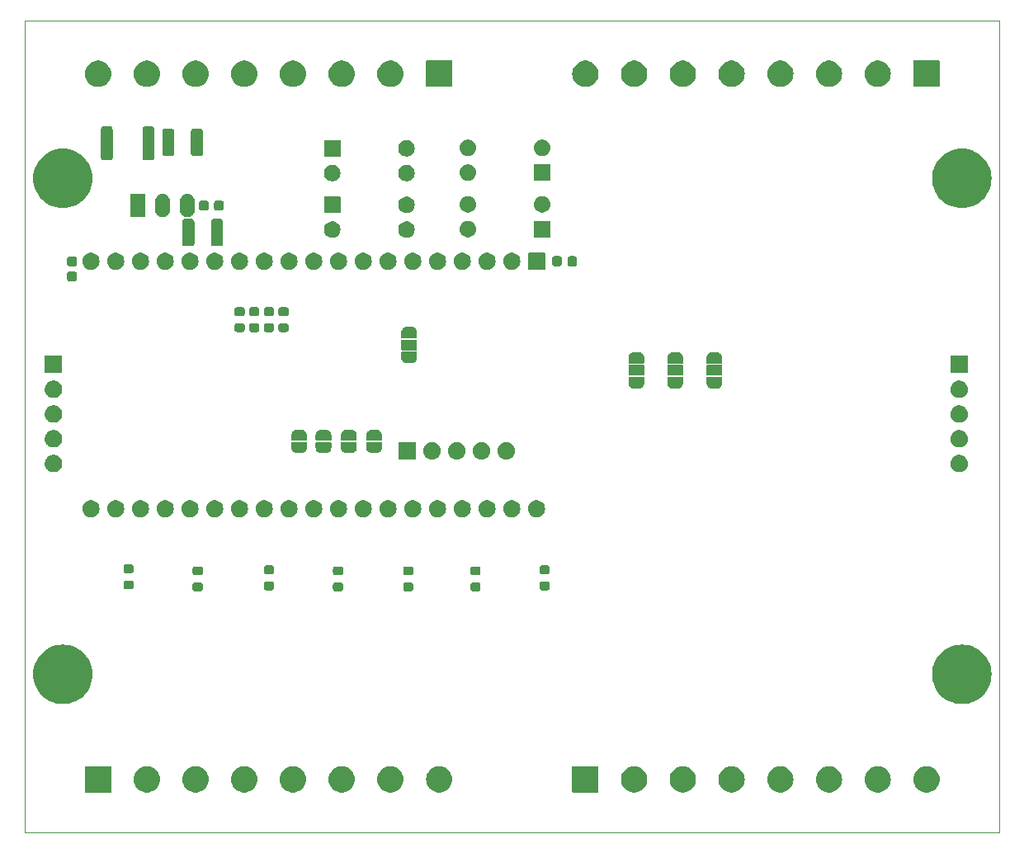
<source format=gbr>
%TF.GenerationSoftware,KiCad,Pcbnew,8.0.0*%
%TF.CreationDate,2024-09-14T19:03:31+02:00*%
%TF.ProjectId,led_stairs_controller,6c65645f-7374-4616-9972-735f636f6e74,V0.4*%
%TF.SameCoordinates,Original*%
%TF.FileFunction,Soldermask,Bot*%
%TF.FilePolarity,Negative*%
%FSLAX46Y46*%
G04 Gerber Fmt 4.6, Leading zero omitted, Abs format (unit mm)*
G04 Created by KiCad (PCBNEW 8.0.0) date 2024-09-14 19:03:31*
%MOMM*%
%LPD*%
G01*
G04 APERTURE LIST*
%TA.AperFunction,Profile*%
%ADD10C,0.120000*%
%TD*%
G04 APERTURE END LIST*
G36*
X109994517Y-132232882D02*
G01*
X110011062Y-132243938D01*
X110022118Y-132260483D01*
X110026000Y-132280000D01*
X110026000Y-134880000D01*
X110022118Y-134899517D01*
X110011062Y-134916062D01*
X109994517Y-134927118D01*
X109975000Y-134931000D01*
X107375000Y-134931000D01*
X107355483Y-134927118D01*
X107338938Y-134916062D01*
X107327882Y-134899517D01*
X107324000Y-134880000D01*
X107324000Y-132280000D01*
X107327882Y-132260483D01*
X107338938Y-132243938D01*
X107355483Y-132232882D01*
X107375000Y-132229000D01*
X109975000Y-132229000D01*
X109994517Y-132232882D01*
G37*
G36*
X159994517Y-132232882D02*
G01*
X160011062Y-132243938D01*
X160022118Y-132260483D01*
X160026000Y-132280000D01*
X160026000Y-134880000D01*
X160022118Y-134899517D01*
X160011062Y-134916062D01*
X159994517Y-134927118D01*
X159975000Y-134931000D01*
X157375000Y-134931000D01*
X157355483Y-134927118D01*
X157338938Y-134916062D01*
X157327882Y-134899517D01*
X157324000Y-134880000D01*
X157324000Y-132280000D01*
X157327882Y-132260483D01*
X157338938Y-132243938D01*
X157355483Y-132232882D01*
X157375000Y-132229000D01*
X159975000Y-132229000D01*
X159994517Y-132232882D01*
G37*
G36*
X114006651Y-132270340D02*
G01*
X114217691Y-132342790D01*
X114413927Y-132448988D01*
X114590007Y-132586037D01*
X114741129Y-132750199D01*
X114863169Y-132936995D01*
X114952799Y-133141331D01*
X115007574Y-133357633D01*
X115026000Y-133580000D01*
X115007574Y-133802367D01*
X114952799Y-134018669D01*
X114863169Y-134223005D01*
X114741129Y-134409801D01*
X114590007Y-134573963D01*
X114413927Y-134711012D01*
X114217691Y-134817210D01*
X114006651Y-134889660D01*
X113786565Y-134926386D01*
X113563435Y-134926386D01*
X113343349Y-134889660D01*
X113132309Y-134817210D01*
X112936073Y-134711012D01*
X112759993Y-134573963D01*
X112608871Y-134409801D01*
X112486831Y-134223005D01*
X112397201Y-134018669D01*
X112342426Y-133802367D01*
X112324000Y-133580000D01*
X112342426Y-133357633D01*
X112397201Y-133141331D01*
X112486831Y-132936995D01*
X112608871Y-132750199D01*
X112759993Y-132586037D01*
X112936073Y-132448988D01*
X113132309Y-132342790D01*
X113343349Y-132270340D01*
X113563435Y-132233614D01*
X113786565Y-132233614D01*
X114006651Y-132270340D01*
G37*
G36*
X119006651Y-132270340D02*
G01*
X119217691Y-132342790D01*
X119413927Y-132448988D01*
X119590007Y-132586037D01*
X119741129Y-132750199D01*
X119863169Y-132936995D01*
X119952799Y-133141331D01*
X120007574Y-133357633D01*
X120026000Y-133580000D01*
X120007574Y-133802367D01*
X119952799Y-134018669D01*
X119863169Y-134223005D01*
X119741129Y-134409801D01*
X119590007Y-134573963D01*
X119413927Y-134711012D01*
X119217691Y-134817210D01*
X119006651Y-134889660D01*
X118786565Y-134926386D01*
X118563435Y-134926386D01*
X118343349Y-134889660D01*
X118132309Y-134817210D01*
X117936073Y-134711012D01*
X117759993Y-134573963D01*
X117608871Y-134409801D01*
X117486831Y-134223005D01*
X117397201Y-134018669D01*
X117342426Y-133802367D01*
X117324000Y-133580000D01*
X117342426Y-133357633D01*
X117397201Y-133141331D01*
X117486831Y-132936995D01*
X117608871Y-132750199D01*
X117759993Y-132586037D01*
X117936073Y-132448988D01*
X118132309Y-132342790D01*
X118343349Y-132270340D01*
X118563435Y-132233614D01*
X118786565Y-132233614D01*
X119006651Y-132270340D01*
G37*
G36*
X124006651Y-132270340D02*
G01*
X124217691Y-132342790D01*
X124413927Y-132448988D01*
X124590007Y-132586037D01*
X124741129Y-132750199D01*
X124863169Y-132936995D01*
X124952799Y-133141331D01*
X125007574Y-133357633D01*
X125026000Y-133580000D01*
X125007574Y-133802367D01*
X124952799Y-134018669D01*
X124863169Y-134223005D01*
X124741129Y-134409801D01*
X124590007Y-134573963D01*
X124413927Y-134711012D01*
X124217691Y-134817210D01*
X124006651Y-134889660D01*
X123786565Y-134926386D01*
X123563435Y-134926386D01*
X123343349Y-134889660D01*
X123132309Y-134817210D01*
X122936073Y-134711012D01*
X122759993Y-134573963D01*
X122608871Y-134409801D01*
X122486831Y-134223005D01*
X122397201Y-134018669D01*
X122342426Y-133802367D01*
X122324000Y-133580000D01*
X122342426Y-133357633D01*
X122397201Y-133141331D01*
X122486831Y-132936995D01*
X122608871Y-132750199D01*
X122759993Y-132586037D01*
X122936073Y-132448988D01*
X123132309Y-132342790D01*
X123343349Y-132270340D01*
X123563435Y-132233614D01*
X123786565Y-132233614D01*
X124006651Y-132270340D01*
G37*
G36*
X129006651Y-132270340D02*
G01*
X129217691Y-132342790D01*
X129413927Y-132448988D01*
X129590007Y-132586037D01*
X129741129Y-132750199D01*
X129863169Y-132936995D01*
X129952799Y-133141331D01*
X130007574Y-133357633D01*
X130026000Y-133580000D01*
X130007574Y-133802367D01*
X129952799Y-134018669D01*
X129863169Y-134223005D01*
X129741129Y-134409801D01*
X129590007Y-134573963D01*
X129413927Y-134711012D01*
X129217691Y-134817210D01*
X129006651Y-134889660D01*
X128786565Y-134926386D01*
X128563435Y-134926386D01*
X128343349Y-134889660D01*
X128132309Y-134817210D01*
X127936073Y-134711012D01*
X127759993Y-134573963D01*
X127608871Y-134409801D01*
X127486831Y-134223005D01*
X127397201Y-134018669D01*
X127342426Y-133802367D01*
X127324000Y-133580000D01*
X127342426Y-133357633D01*
X127397201Y-133141331D01*
X127486831Y-132936995D01*
X127608871Y-132750199D01*
X127759993Y-132586037D01*
X127936073Y-132448988D01*
X128132309Y-132342790D01*
X128343349Y-132270340D01*
X128563435Y-132233614D01*
X128786565Y-132233614D01*
X129006651Y-132270340D01*
G37*
G36*
X134006651Y-132270340D02*
G01*
X134217691Y-132342790D01*
X134413927Y-132448988D01*
X134590007Y-132586037D01*
X134741129Y-132750199D01*
X134863169Y-132936995D01*
X134952799Y-133141331D01*
X135007574Y-133357633D01*
X135026000Y-133580000D01*
X135007574Y-133802367D01*
X134952799Y-134018669D01*
X134863169Y-134223005D01*
X134741129Y-134409801D01*
X134590007Y-134573963D01*
X134413927Y-134711012D01*
X134217691Y-134817210D01*
X134006651Y-134889660D01*
X133786565Y-134926386D01*
X133563435Y-134926386D01*
X133343349Y-134889660D01*
X133132309Y-134817210D01*
X132936073Y-134711012D01*
X132759993Y-134573963D01*
X132608871Y-134409801D01*
X132486831Y-134223005D01*
X132397201Y-134018669D01*
X132342426Y-133802367D01*
X132324000Y-133580000D01*
X132342426Y-133357633D01*
X132397201Y-133141331D01*
X132486831Y-132936995D01*
X132608871Y-132750199D01*
X132759993Y-132586037D01*
X132936073Y-132448988D01*
X133132309Y-132342790D01*
X133343349Y-132270340D01*
X133563435Y-132233614D01*
X133786565Y-132233614D01*
X134006651Y-132270340D01*
G37*
G36*
X139006651Y-132270340D02*
G01*
X139217691Y-132342790D01*
X139413927Y-132448988D01*
X139590007Y-132586037D01*
X139741129Y-132750199D01*
X139863169Y-132936995D01*
X139952799Y-133141331D01*
X140007574Y-133357633D01*
X140026000Y-133580000D01*
X140007574Y-133802367D01*
X139952799Y-134018669D01*
X139863169Y-134223005D01*
X139741129Y-134409801D01*
X139590007Y-134573963D01*
X139413927Y-134711012D01*
X139217691Y-134817210D01*
X139006651Y-134889660D01*
X138786565Y-134926386D01*
X138563435Y-134926386D01*
X138343349Y-134889660D01*
X138132309Y-134817210D01*
X137936073Y-134711012D01*
X137759993Y-134573963D01*
X137608871Y-134409801D01*
X137486831Y-134223005D01*
X137397201Y-134018669D01*
X137342426Y-133802367D01*
X137324000Y-133580000D01*
X137342426Y-133357633D01*
X137397201Y-133141331D01*
X137486831Y-132936995D01*
X137608871Y-132750199D01*
X137759993Y-132586037D01*
X137936073Y-132448988D01*
X138132309Y-132342790D01*
X138343349Y-132270340D01*
X138563435Y-132233614D01*
X138786565Y-132233614D01*
X139006651Y-132270340D01*
G37*
G36*
X144006651Y-132270340D02*
G01*
X144217691Y-132342790D01*
X144413927Y-132448988D01*
X144590007Y-132586037D01*
X144741129Y-132750199D01*
X144863169Y-132936995D01*
X144952799Y-133141331D01*
X145007574Y-133357633D01*
X145026000Y-133580000D01*
X145007574Y-133802367D01*
X144952799Y-134018669D01*
X144863169Y-134223005D01*
X144741129Y-134409801D01*
X144590007Y-134573963D01*
X144413927Y-134711012D01*
X144217691Y-134817210D01*
X144006651Y-134889660D01*
X143786565Y-134926386D01*
X143563435Y-134926386D01*
X143343349Y-134889660D01*
X143132309Y-134817210D01*
X142936073Y-134711012D01*
X142759993Y-134573963D01*
X142608871Y-134409801D01*
X142486831Y-134223005D01*
X142397201Y-134018669D01*
X142342426Y-133802367D01*
X142324000Y-133580000D01*
X142342426Y-133357633D01*
X142397201Y-133141331D01*
X142486831Y-132936995D01*
X142608871Y-132750199D01*
X142759993Y-132586037D01*
X142936073Y-132448988D01*
X143132309Y-132342790D01*
X143343349Y-132270340D01*
X143563435Y-132233614D01*
X143786565Y-132233614D01*
X144006651Y-132270340D01*
G37*
G36*
X164006651Y-132270340D02*
G01*
X164217691Y-132342790D01*
X164413927Y-132448988D01*
X164590007Y-132586037D01*
X164741129Y-132750199D01*
X164863169Y-132936995D01*
X164952799Y-133141331D01*
X165007574Y-133357633D01*
X165026000Y-133580000D01*
X165007574Y-133802367D01*
X164952799Y-134018669D01*
X164863169Y-134223005D01*
X164741129Y-134409801D01*
X164590007Y-134573963D01*
X164413927Y-134711012D01*
X164217691Y-134817210D01*
X164006651Y-134889660D01*
X163786565Y-134926386D01*
X163563435Y-134926386D01*
X163343349Y-134889660D01*
X163132309Y-134817210D01*
X162936073Y-134711012D01*
X162759993Y-134573963D01*
X162608871Y-134409801D01*
X162486831Y-134223005D01*
X162397201Y-134018669D01*
X162342426Y-133802367D01*
X162324000Y-133580000D01*
X162342426Y-133357633D01*
X162397201Y-133141331D01*
X162486831Y-132936995D01*
X162608871Y-132750199D01*
X162759993Y-132586037D01*
X162936073Y-132448988D01*
X163132309Y-132342790D01*
X163343349Y-132270340D01*
X163563435Y-132233614D01*
X163786565Y-132233614D01*
X164006651Y-132270340D01*
G37*
G36*
X169006651Y-132270340D02*
G01*
X169217691Y-132342790D01*
X169413927Y-132448988D01*
X169590007Y-132586037D01*
X169741129Y-132750199D01*
X169863169Y-132936995D01*
X169952799Y-133141331D01*
X170007574Y-133357633D01*
X170026000Y-133580000D01*
X170007574Y-133802367D01*
X169952799Y-134018669D01*
X169863169Y-134223005D01*
X169741129Y-134409801D01*
X169590007Y-134573963D01*
X169413927Y-134711012D01*
X169217691Y-134817210D01*
X169006651Y-134889660D01*
X168786565Y-134926386D01*
X168563435Y-134926386D01*
X168343349Y-134889660D01*
X168132309Y-134817210D01*
X167936073Y-134711012D01*
X167759993Y-134573963D01*
X167608871Y-134409801D01*
X167486831Y-134223005D01*
X167397201Y-134018669D01*
X167342426Y-133802367D01*
X167324000Y-133580000D01*
X167342426Y-133357633D01*
X167397201Y-133141331D01*
X167486831Y-132936995D01*
X167608871Y-132750199D01*
X167759993Y-132586037D01*
X167936073Y-132448988D01*
X168132309Y-132342790D01*
X168343349Y-132270340D01*
X168563435Y-132233614D01*
X168786565Y-132233614D01*
X169006651Y-132270340D01*
G37*
G36*
X174006651Y-132270340D02*
G01*
X174217691Y-132342790D01*
X174413927Y-132448988D01*
X174590007Y-132586037D01*
X174741129Y-132750199D01*
X174863169Y-132936995D01*
X174952799Y-133141331D01*
X175007574Y-133357633D01*
X175026000Y-133580000D01*
X175007574Y-133802367D01*
X174952799Y-134018669D01*
X174863169Y-134223005D01*
X174741129Y-134409801D01*
X174590007Y-134573963D01*
X174413927Y-134711012D01*
X174217691Y-134817210D01*
X174006651Y-134889660D01*
X173786565Y-134926386D01*
X173563435Y-134926386D01*
X173343349Y-134889660D01*
X173132309Y-134817210D01*
X172936073Y-134711012D01*
X172759993Y-134573963D01*
X172608871Y-134409801D01*
X172486831Y-134223005D01*
X172397201Y-134018669D01*
X172342426Y-133802367D01*
X172324000Y-133580000D01*
X172342426Y-133357633D01*
X172397201Y-133141331D01*
X172486831Y-132936995D01*
X172608871Y-132750199D01*
X172759993Y-132586037D01*
X172936073Y-132448988D01*
X173132309Y-132342790D01*
X173343349Y-132270340D01*
X173563435Y-132233614D01*
X173786565Y-132233614D01*
X174006651Y-132270340D01*
G37*
G36*
X179006651Y-132270340D02*
G01*
X179217691Y-132342790D01*
X179413927Y-132448988D01*
X179590007Y-132586037D01*
X179741129Y-132750199D01*
X179863169Y-132936995D01*
X179952799Y-133141331D01*
X180007574Y-133357633D01*
X180026000Y-133580000D01*
X180007574Y-133802367D01*
X179952799Y-134018669D01*
X179863169Y-134223005D01*
X179741129Y-134409801D01*
X179590007Y-134573963D01*
X179413927Y-134711012D01*
X179217691Y-134817210D01*
X179006651Y-134889660D01*
X178786565Y-134926386D01*
X178563435Y-134926386D01*
X178343349Y-134889660D01*
X178132309Y-134817210D01*
X177936073Y-134711012D01*
X177759993Y-134573963D01*
X177608871Y-134409801D01*
X177486831Y-134223005D01*
X177397201Y-134018669D01*
X177342426Y-133802367D01*
X177324000Y-133580000D01*
X177342426Y-133357633D01*
X177397201Y-133141331D01*
X177486831Y-132936995D01*
X177608871Y-132750199D01*
X177759993Y-132586037D01*
X177936073Y-132448988D01*
X178132309Y-132342790D01*
X178343349Y-132270340D01*
X178563435Y-132233614D01*
X178786565Y-132233614D01*
X179006651Y-132270340D01*
G37*
G36*
X184006651Y-132270340D02*
G01*
X184217691Y-132342790D01*
X184413927Y-132448988D01*
X184590007Y-132586037D01*
X184741129Y-132750199D01*
X184863169Y-132936995D01*
X184952799Y-133141331D01*
X185007574Y-133357633D01*
X185026000Y-133580000D01*
X185007574Y-133802367D01*
X184952799Y-134018669D01*
X184863169Y-134223005D01*
X184741129Y-134409801D01*
X184590007Y-134573963D01*
X184413927Y-134711012D01*
X184217691Y-134817210D01*
X184006651Y-134889660D01*
X183786565Y-134926386D01*
X183563435Y-134926386D01*
X183343349Y-134889660D01*
X183132309Y-134817210D01*
X182936073Y-134711012D01*
X182759993Y-134573963D01*
X182608871Y-134409801D01*
X182486831Y-134223005D01*
X182397201Y-134018669D01*
X182342426Y-133802367D01*
X182324000Y-133580000D01*
X182342426Y-133357633D01*
X182397201Y-133141331D01*
X182486831Y-132936995D01*
X182608871Y-132750199D01*
X182759993Y-132586037D01*
X182936073Y-132448988D01*
X183132309Y-132342790D01*
X183343349Y-132270340D01*
X183563435Y-132233614D01*
X183786565Y-132233614D01*
X184006651Y-132270340D01*
G37*
G36*
X189006651Y-132270340D02*
G01*
X189217691Y-132342790D01*
X189413927Y-132448988D01*
X189590007Y-132586037D01*
X189741129Y-132750199D01*
X189863169Y-132936995D01*
X189952799Y-133141331D01*
X190007574Y-133357633D01*
X190026000Y-133580000D01*
X190007574Y-133802367D01*
X189952799Y-134018669D01*
X189863169Y-134223005D01*
X189741129Y-134409801D01*
X189590007Y-134573963D01*
X189413927Y-134711012D01*
X189217691Y-134817210D01*
X189006651Y-134889660D01*
X188786565Y-134926386D01*
X188563435Y-134926386D01*
X188343349Y-134889660D01*
X188132309Y-134817210D01*
X187936073Y-134711012D01*
X187759993Y-134573963D01*
X187608871Y-134409801D01*
X187486831Y-134223005D01*
X187397201Y-134018669D01*
X187342426Y-133802367D01*
X187324000Y-133580000D01*
X187342426Y-133357633D01*
X187397201Y-133141331D01*
X187486831Y-132936995D01*
X187608871Y-132750199D01*
X187759993Y-132586037D01*
X187936073Y-132448988D01*
X188132309Y-132342790D01*
X188343349Y-132270340D01*
X188563435Y-132233614D01*
X188786565Y-132233614D01*
X189006651Y-132270340D01*
G37*
G36*
X194006651Y-132270340D02*
G01*
X194217691Y-132342790D01*
X194413927Y-132448988D01*
X194590007Y-132586037D01*
X194741129Y-132750199D01*
X194863169Y-132936995D01*
X194952799Y-133141331D01*
X195007574Y-133357633D01*
X195026000Y-133580000D01*
X195007574Y-133802367D01*
X194952799Y-134018669D01*
X194863169Y-134223005D01*
X194741129Y-134409801D01*
X194590007Y-134573963D01*
X194413927Y-134711012D01*
X194217691Y-134817210D01*
X194006651Y-134889660D01*
X193786565Y-134926386D01*
X193563435Y-134926386D01*
X193343349Y-134889660D01*
X193132309Y-134817210D01*
X192936073Y-134711012D01*
X192759993Y-134573963D01*
X192608871Y-134409801D01*
X192486831Y-134223005D01*
X192397201Y-134018669D01*
X192342426Y-133802367D01*
X192324000Y-133580000D01*
X192342426Y-133357633D01*
X192397201Y-133141331D01*
X192486831Y-132936995D01*
X192608871Y-132750199D01*
X192759993Y-132586037D01*
X192936073Y-132448988D01*
X193132309Y-132342790D01*
X193343349Y-132270340D01*
X193563435Y-132233614D01*
X193786565Y-132233614D01*
X194006651Y-132270340D01*
G37*
G36*
X105391604Y-119768184D02*
G01*
X105728911Y-119825495D01*
X106057681Y-119920212D01*
X106373779Y-120051144D01*
X106673230Y-120216644D01*
X106952267Y-120414632D01*
X107207383Y-120642617D01*
X107435368Y-120897733D01*
X107633356Y-121176770D01*
X107798856Y-121476221D01*
X107929788Y-121792319D01*
X108024505Y-122121089D01*
X108081816Y-122458396D01*
X108101000Y-122800000D01*
X108081816Y-123141604D01*
X108024505Y-123478911D01*
X107929788Y-123807681D01*
X107798856Y-124123779D01*
X107633356Y-124423230D01*
X107435368Y-124702267D01*
X107207383Y-124957383D01*
X106952267Y-125185368D01*
X106673230Y-125383356D01*
X106373779Y-125548856D01*
X106057681Y-125679788D01*
X105728911Y-125774505D01*
X105391604Y-125831816D01*
X105050000Y-125851000D01*
X104708396Y-125831816D01*
X104371089Y-125774505D01*
X104042319Y-125679788D01*
X103726221Y-125548856D01*
X103426770Y-125383356D01*
X103147733Y-125185368D01*
X102892617Y-124957383D01*
X102664632Y-124702267D01*
X102466644Y-124423230D01*
X102301144Y-124123779D01*
X102170212Y-123807681D01*
X102075495Y-123478911D01*
X102018184Y-123141604D01*
X101999000Y-122800000D01*
X102018184Y-122458396D01*
X102075495Y-122121089D01*
X102170212Y-121792319D01*
X102301144Y-121476221D01*
X102466644Y-121176770D01*
X102664632Y-120897733D01*
X102892617Y-120642617D01*
X103147733Y-120414632D01*
X103426770Y-120216644D01*
X103726221Y-120051144D01*
X104042319Y-119920212D01*
X104371089Y-119825495D01*
X104708396Y-119768184D01*
X105050000Y-119749000D01*
X105391604Y-119768184D01*
G37*
G36*
X197641604Y-119768184D02*
G01*
X197978911Y-119825495D01*
X198307681Y-119920212D01*
X198623779Y-120051144D01*
X198923230Y-120216644D01*
X199202267Y-120414632D01*
X199457383Y-120642617D01*
X199685368Y-120897733D01*
X199883356Y-121176770D01*
X200048856Y-121476221D01*
X200179788Y-121792319D01*
X200274505Y-122121089D01*
X200331816Y-122458396D01*
X200351000Y-122800000D01*
X200331816Y-123141604D01*
X200274505Y-123478911D01*
X200179788Y-123807681D01*
X200048856Y-124123779D01*
X199883356Y-124423230D01*
X199685368Y-124702267D01*
X199457383Y-124957383D01*
X199202267Y-125185368D01*
X198923230Y-125383356D01*
X198623779Y-125548856D01*
X198307681Y-125679788D01*
X197978911Y-125774505D01*
X197641604Y-125831816D01*
X197300000Y-125851000D01*
X196958396Y-125831816D01*
X196621089Y-125774505D01*
X196292319Y-125679788D01*
X195976221Y-125548856D01*
X195676770Y-125383356D01*
X195397733Y-125185368D01*
X195142617Y-124957383D01*
X194914632Y-124702267D01*
X194716644Y-124423230D01*
X194551144Y-124123779D01*
X194420212Y-123807681D01*
X194325495Y-123478911D01*
X194268184Y-123141604D01*
X194249000Y-122800000D01*
X194268184Y-122458396D01*
X194325495Y-122121089D01*
X194420212Y-121792319D01*
X194551144Y-121476221D01*
X194716644Y-121176770D01*
X194914632Y-120897733D01*
X195142617Y-120642617D01*
X195397733Y-120414632D01*
X195676770Y-120216644D01*
X195976221Y-120051144D01*
X196292319Y-119920212D01*
X196621089Y-119825495D01*
X196958396Y-119768184D01*
X197300000Y-119749000D01*
X197641604Y-119768184D01*
G37*
G36*
X119179047Y-113374805D02*
G01*
X119230637Y-113380790D01*
X119248262Y-113388572D01*
X119271054Y-113393106D01*
X119295455Y-113409410D01*
X119316358Y-113418640D01*
X119330634Y-113432916D01*
X119352484Y-113447516D01*
X119367083Y-113469365D01*
X119381359Y-113483641D01*
X119390588Y-113504542D01*
X119406894Y-113528946D01*
X119411427Y-113551739D01*
X119419209Y-113569362D01*
X119425192Y-113620942D01*
X119426000Y-113625000D01*
X119426000Y-114025000D01*
X119425192Y-114029059D01*
X119419209Y-114080637D01*
X119411428Y-114098258D01*
X119406894Y-114121054D01*
X119390586Y-114145459D01*
X119381359Y-114166358D01*
X119367085Y-114180631D01*
X119352484Y-114202484D01*
X119330631Y-114217085D01*
X119316358Y-114231359D01*
X119295459Y-114240586D01*
X119271054Y-114256894D01*
X119248258Y-114261428D01*
X119230637Y-114269209D01*
X119179059Y-114275192D01*
X119175000Y-114276000D01*
X118625000Y-114276000D01*
X118620942Y-114275192D01*
X118569362Y-114269209D01*
X118551739Y-114261427D01*
X118528946Y-114256894D01*
X118504542Y-114240588D01*
X118483641Y-114231359D01*
X118469365Y-114217083D01*
X118447516Y-114202484D01*
X118432916Y-114180634D01*
X118418640Y-114166358D01*
X118409410Y-114145455D01*
X118393106Y-114121054D01*
X118388572Y-114098262D01*
X118380790Y-114080637D01*
X118374805Y-114029047D01*
X118374000Y-114025000D01*
X118374000Y-113625000D01*
X118374804Y-113620954D01*
X118380790Y-113569362D01*
X118388572Y-113551735D01*
X118393106Y-113528946D01*
X118409409Y-113504546D01*
X118418640Y-113483641D01*
X118432918Y-113469362D01*
X118447516Y-113447516D01*
X118469362Y-113432918D01*
X118483641Y-113418640D01*
X118504546Y-113409409D01*
X118528946Y-113393106D01*
X118551735Y-113388572D01*
X118569362Y-113380790D01*
X118620954Y-113374804D01*
X118625000Y-113374000D01*
X119175000Y-113374000D01*
X119179047Y-113374805D01*
G37*
G36*
X133579047Y-113374805D02*
G01*
X133630637Y-113380790D01*
X133648262Y-113388572D01*
X133671054Y-113393106D01*
X133695455Y-113409410D01*
X133716358Y-113418640D01*
X133730634Y-113432916D01*
X133752484Y-113447516D01*
X133767083Y-113469365D01*
X133781359Y-113483641D01*
X133790588Y-113504542D01*
X133806894Y-113528946D01*
X133811427Y-113551739D01*
X133819209Y-113569362D01*
X133825192Y-113620942D01*
X133826000Y-113625000D01*
X133826000Y-114025000D01*
X133825192Y-114029059D01*
X133819209Y-114080637D01*
X133811428Y-114098258D01*
X133806894Y-114121054D01*
X133790586Y-114145459D01*
X133781359Y-114166358D01*
X133767085Y-114180631D01*
X133752484Y-114202484D01*
X133730631Y-114217085D01*
X133716358Y-114231359D01*
X133695459Y-114240586D01*
X133671054Y-114256894D01*
X133648258Y-114261428D01*
X133630637Y-114269209D01*
X133579059Y-114275192D01*
X133575000Y-114276000D01*
X133025000Y-114276000D01*
X133020942Y-114275192D01*
X132969362Y-114269209D01*
X132951739Y-114261427D01*
X132928946Y-114256894D01*
X132904542Y-114240588D01*
X132883641Y-114231359D01*
X132869365Y-114217083D01*
X132847516Y-114202484D01*
X132832916Y-114180634D01*
X132818640Y-114166358D01*
X132809410Y-114145455D01*
X132793106Y-114121054D01*
X132788572Y-114098262D01*
X132780790Y-114080637D01*
X132774805Y-114029047D01*
X132774000Y-114025000D01*
X132774000Y-113625000D01*
X132774804Y-113620954D01*
X132780790Y-113569362D01*
X132788572Y-113551735D01*
X132793106Y-113528946D01*
X132809409Y-113504546D01*
X132818640Y-113483641D01*
X132832918Y-113469362D01*
X132847516Y-113447516D01*
X132869362Y-113432918D01*
X132883641Y-113418640D01*
X132904546Y-113409409D01*
X132928946Y-113393106D01*
X132951735Y-113388572D01*
X132969362Y-113380790D01*
X133020954Y-113374804D01*
X133025000Y-113374000D01*
X133575000Y-113374000D01*
X133579047Y-113374805D01*
G37*
G36*
X140779047Y-113374805D02*
G01*
X140830637Y-113380790D01*
X140848262Y-113388572D01*
X140871054Y-113393106D01*
X140895455Y-113409410D01*
X140916358Y-113418640D01*
X140930634Y-113432916D01*
X140952484Y-113447516D01*
X140967083Y-113469365D01*
X140981359Y-113483641D01*
X140990588Y-113504542D01*
X141006894Y-113528946D01*
X141011427Y-113551739D01*
X141019209Y-113569362D01*
X141025192Y-113620942D01*
X141026000Y-113625000D01*
X141026000Y-114025000D01*
X141025192Y-114029059D01*
X141019209Y-114080637D01*
X141011428Y-114098258D01*
X141006894Y-114121054D01*
X140990586Y-114145459D01*
X140981359Y-114166358D01*
X140967085Y-114180631D01*
X140952484Y-114202484D01*
X140930631Y-114217085D01*
X140916358Y-114231359D01*
X140895459Y-114240586D01*
X140871054Y-114256894D01*
X140848258Y-114261428D01*
X140830637Y-114269209D01*
X140779059Y-114275192D01*
X140775000Y-114276000D01*
X140225000Y-114276000D01*
X140220942Y-114275192D01*
X140169362Y-114269209D01*
X140151739Y-114261427D01*
X140128946Y-114256894D01*
X140104542Y-114240588D01*
X140083641Y-114231359D01*
X140069365Y-114217083D01*
X140047516Y-114202484D01*
X140032916Y-114180634D01*
X140018640Y-114166358D01*
X140009410Y-114145455D01*
X139993106Y-114121054D01*
X139988572Y-114098262D01*
X139980790Y-114080637D01*
X139974805Y-114029047D01*
X139974000Y-114025000D01*
X139974000Y-113625000D01*
X139974804Y-113620954D01*
X139980790Y-113569362D01*
X139988572Y-113551735D01*
X139993106Y-113528946D01*
X140009409Y-113504546D01*
X140018640Y-113483641D01*
X140032918Y-113469362D01*
X140047516Y-113447516D01*
X140069362Y-113432918D01*
X140083641Y-113418640D01*
X140104546Y-113409409D01*
X140128946Y-113393106D01*
X140151735Y-113388572D01*
X140169362Y-113380790D01*
X140220954Y-113374804D01*
X140225000Y-113374000D01*
X140775000Y-113374000D01*
X140779047Y-113374805D01*
G37*
G36*
X147679047Y-113374805D02*
G01*
X147730637Y-113380790D01*
X147748262Y-113388572D01*
X147771054Y-113393106D01*
X147795455Y-113409410D01*
X147816358Y-113418640D01*
X147830634Y-113432916D01*
X147852484Y-113447516D01*
X147867083Y-113469365D01*
X147881359Y-113483641D01*
X147890588Y-113504542D01*
X147906894Y-113528946D01*
X147911427Y-113551739D01*
X147919209Y-113569362D01*
X147925192Y-113620942D01*
X147926000Y-113625000D01*
X147926000Y-114025000D01*
X147925192Y-114029059D01*
X147919209Y-114080637D01*
X147911428Y-114098258D01*
X147906894Y-114121054D01*
X147890586Y-114145459D01*
X147881359Y-114166358D01*
X147867085Y-114180631D01*
X147852484Y-114202484D01*
X147830631Y-114217085D01*
X147816358Y-114231359D01*
X147795459Y-114240586D01*
X147771054Y-114256894D01*
X147748258Y-114261428D01*
X147730637Y-114269209D01*
X147679059Y-114275192D01*
X147675000Y-114276000D01*
X147125000Y-114276000D01*
X147120942Y-114275192D01*
X147069362Y-114269209D01*
X147051739Y-114261427D01*
X147028946Y-114256894D01*
X147004542Y-114240588D01*
X146983641Y-114231359D01*
X146969365Y-114217083D01*
X146947516Y-114202484D01*
X146932916Y-114180634D01*
X146918640Y-114166358D01*
X146909410Y-114145455D01*
X146893106Y-114121054D01*
X146888572Y-114098262D01*
X146880790Y-114080637D01*
X146874805Y-114029047D01*
X146874000Y-114025000D01*
X146874000Y-113625000D01*
X146874804Y-113620954D01*
X146880790Y-113569362D01*
X146888572Y-113551735D01*
X146893106Y-113528946D01*
X146909409Y-113504546D01*
X146918640Y-113483641D01*
X146932918Y-113469362D01*
X146947516Y-113447516D01*
X146969362Y-113432918D01*
X146983641Y-113418640D01*
X147004546Y-113409409D01*
X147028946Y-113393106D01*
X147051735Y-113388572D01*
X147069362Y-113380790D01*
X147120954Y-113374804D01*
X147125000Y-113374000D01*
X147675000Y-113374000D01*
X147679047Y-113374805D01*
G37*
G36*
X126479047Y-113274805D02*
G01*
X126530637Y-113280790D01*
X126548262Y-113288572D01*
X126571054Y-113293106D01*
X126595455Y-113309410D01*
X126616358Y-113318640D01*
X126630634Y-113332916D01*
X126652484Y-113347516D01*
X126667083Y-113369365D01*
X126681359Y-113383641D01*
X126690588Y-113404542D01*
X126706894Y-113428946D01*
X126711427Y-113451739D01*
X126719209Y-113469362D01*
X126725192Y-113520942D01*
X126726000Y-113525000D01*
X126726000Y-113925000D01*
X126725192Y-113929059D01*
X126719209Y-113980637D01*
X126711428Y-113998258D01*
X126706894Y-114021054D01*
X126690586Y-114045459D01*
X126681359Y-114066358D01*
X126667085Y-114080631D01*
X126652484Y-114102484D01*
X126630631Y-114117085D01*
X126616358Y-114131359D01*
X126595459Y-114140586D01*
X126571054Y-114156894D01*
X126548258Y-114161428D01*
X126530637Y-114169209D01*
X126479059Y-114175192D01*
X126475000Y-114176000D01*
X125925000Y-114176000D01*
X125920942Y-114175192D01*
X125869362Y-114169209D01*
X125851739Y-114161427D01*
X125828946Y-114156894D01*
X125804542Y-114140588D01*
X125783641Y-114131359D01*
X125769365Y-114117083D01*
X125747516Y-114102484D01*
X125732916Y-114080634D01*
X125718640Y-114066358D01*
X125709410Y-114045455D01*
X125693106Y-114021054D01*
X125688572Y-113998262D01*
X125680790Y-113980637D01*
X125674805Y-113929047D01*
X125674000Y-113925000D01*
X125674000Y-113525000D01*
X125674804Y-113520954D01*
X125680790Y-113469362D01*
X125688572Y-113451735D01*
X125693106Y-113428946D01*
X125709409Y-113404546D01*
X125718640Y-113383641D01*
X125732918Y-113369362D01*
X125747516Y-113347516D01*
X125769362Y-113332918D01*
X125783641Y-113318640D01*
X125804546Y-113309409D01*
X125828946Y-113293106D01*
X125851735Y-113288572D01*
X125869362Y-113280790D01*
X125920954Y-113274804D01*
X125925000Y-113274000D01*
X126475000Y-113274000D01*
X126479047Y-113274805D01*
G37*
G36*
X154779047Y-113274805D02*
G01*
X154830637Y-113280790D01*
X154848262Y-113288572D01*
X154871054Y-113293106D01*
X154895455Y-113309410D01*
X154916358Y-113318640D01*
X154930634Y-113332916D01*
X154952484Y-113347516D01*
X154967083Y-113369365D01*
X154981359Y-113383641D01*
X154990588Y-113404542D01*
X155006894Y-113428946D01*
X155011427Y-113451739D01*
X155019209Y-113469362D01*
X155025192Y-113520942D01*
X155026000Y-113525000D01*
X155026000Y-113925000D01*
X155025192Y-113929059D01*
X155019209Y-113980637D01*
X155011428Y-113998258D01*
X155006894Y-114021054D01*
X154990586Y-114045459D01*
X154981359Y-114066358D01*
X154967085Y-114080631D01*
X154952484Y-114102484D01*
X154930631Y-114117085D01*
X154916358Y-114131359D01*
X154895459Y-114140586D01*
X154871054Y-114156894D01*
X154848258Y-114161428D01*
X154830637Y-114169209D01*
X154779059Y-114175192D01*
X154775000Y-114176000D01*
X154225000Y-114176000D01*
X154220942Y-114175192D01*
X154169362Y-114169209D01*
X154151739Y-114161427D01*
X154128946Y-114156894D01*
X154104542Y-114140588D01*
X154083641Y-114131359D01*
X154069365Y-114117083D01*
X154047516Y-114102484D01*
X154032916Y-114080634D01*
X154018640Y-114066358D01*
X154009410Y-114045455D01*
X153993106Y-114021054D01*
X153988572Y-113998262D01*
X153980790Y-113980637D01*
X153974805Y-113929047D01*
X153974000Y-113925000D01*
X153974000Y-113525000D01*
X153974804Y-113520954D01*
X153980790Y-113469362D01*
X153988572Y-113451735D01*
X153993106Y-113428946D01*
X154009409Y-113404546D01*
X154018640Y-113383641D01*
X154032918Y-113369362D01*
X154047516Y-113347516D01*
X154069362Y-113332918D01*
X154083641Y-113318640D01*
X154104546Y-113309409D01*
X154128946Y-113293106D01*
X154151735Y-113288572D01*
X154169362Y-113280790D01*
X154220954Y-113274804D01*
X154225000Y-113274000D01*
X154775000Y-113274000D01*
X154779047Y-113274805D01*
G37*
G36*
X112079047Y-113174805D02*
G01*
X112130637Y-113180790D01*
X112148262Y-113188572D01*
X112171054Y-113193106D01*
X112195455Y-113209410D01*
X112216358Y-113218640D01*
X112230634Y-113232916D01*
X112252484Y-113247516D01*
X112267083Y-113269365D01*
X112281359Y-113283641D01*
X112290588Y-113304542D01*
X112306894Y-113328946D01*
X112311427Y-113351739D01*
X112319209Y-113369362D01*
X112325192Y-113420942D01*
X112326000Y-113425000D01*
X112326000Y-113825000D01*
X112325192Y-113829059D01*
X112319209Y-113880637D01*
X112311428Y-113898258D01*
X112306894Y-113921054D01*
X112290586Y-113945459D01*
X112281359Y-113966358D01*
X112267085Y-113980631D01*
X112252484Y-114002484D01*
X112230631Y-114017085D01*
X112216358Y-114031359D01*
X112195459Y-114040586D01*
X112171054Y-114056894D01*
X112148258Y-114061428D01*
X112130637Y-114069209D01*
X112079059Y-114075192D01*
X112075000Y-114076000D01*
X111525000Y-114076000D01*
X111520942Y-114075192D01*
X111469362Y-114069209D01*
X111451739Y-114061427D01*
X111428946Y-114056894D01*
X111404542Y-114040588D01*
X111383641Y-114031359D01*
X111369365Y-114017083D01*
X111347516Y-114002484D01*
X111332916Y-113980634D01*
X111318640Y-113966358D01*
X111309410Y-113945455D01*
X111293106Y-113921054D01*
X111288572Y-113898262D01*
X111280790Y-113880637D01*
X111274805Y-113829047D01*
X111274000Y-113825000D01*
X111274000Y-113425000D01*
X111274804Y-113420954D01*
X111280790Y-113369362D01*
X111288572Y-113351735D01*
X111293106Y-113328946D01*
X111309409Y-113304546D01*
X111318640Y-113283641D01*
X111332918Y-113269362D01*
X111347516Y-113247516D01*
X111369362Y-113232918D01*
X111383641Y-113218640D01*
X111404546Y-113209409D01*
X111428946Y-113193106D01*
X111451735Y-113188572D01*
X111469362Y-113180790D01*
X111520954Y-113174804D01*
X111525000Y-113174000D01*
X112075000Y-113174000D01*
X112079047Y-113174805D01*
G37*
G36*
X119179047Y-111724805D02*
G01*
X119230637Y-111730790D01*
X119248262Y-111738572D01*
X119271054Y-111743106D01*
X119295455Y-111759410D01*
X119316358Y-111768640D01*
X119330634Y-111782916D01*
X119352484Y-111797516D01*
X119367083Y-111819365D01*
X119381359Y-111833641D01*
X119390588Y-111854542D01*
X119406894Y-111878946D01*
X119411427Y-111901739D01*
X119419209Y-111919362D01*
X119425192Y-111970942D01*
X119426000Y-111975000D01*
X119426000Y-112375000D01*
X119425192Y-112379059D01*
X119419209Y-112430637D01*
X119411428Y-112448258D01*
X119406894Y-112471054D01*
X119390586Y-112495459D01*
X119381359Y-112516358D01*
X119367085Y-112530631D01*
X119352484Y-112552484D01*
X119330631Y-112567085D01*
X119316358Y-112581359D01*
X119295459Y-112590586D01*
X119271054Y-112606894D01*
X119248258Y-112611428D01*
X119230637Y-112619209D01*
X119179059Y-112625192D01*
X119175000Y-112626000D01*
X118625000Y-112626000D01*
X118620942Y-112625192D01*
X118569362Y-112619209D01*
X118551739Y-112611427D01*
X118528946Y-112606894D01*
X118504542Y-112590588D01*
X118483641Y-112581359D01*
X118469365Y-112567083D01*
X118447516Y-112552484D01*
X118432916Y-112530634D01*
X118418640Y-112516358D01*
X118409410Y-112495455D01*
X118393106Y-112471054D01*
X118388572Y-112448262D01*
X118380790Y-112430637D01*
X118374805Y-112379047D01*
X118374000Y-112375000D01*
X118374000Y-111975000D01*
X118374804Y-111970954D01*
X118380790Y-111919362D01*
X118388572Y-111901735D01*
X118393106Y-111878946D01*
X118409409Y-111854546D01*
X118418640Y-111833641D01*
X118432918Y-111819362D01*
X118447516Y-111797516D01*
X118469362Y-111782918D01*
X118483641Y-111768640D01*
X118504546Y-111759409D01*
X118528946Y-111743106D01*
X118551735Y-111738572D01*
X118569362Y-111730790D01*
X118620954Y-111724804D01*
X118625000Y-111724000D01*
X119175000Y-111724000D01*
X119179047Y-111724805D01*
G37*
G36*
X133579047Y-111724805D02*
G01*
X133630637Y-111730790D01*
X133648262Y-111738572D01*
X133671054Y-111743106D01*
X133695455Y-111759410D01*
X133716358Y-111768640D01*
X133730634Y-111782916D01*
X133752484Y-111797516D01*
X133767083Y-111819365D01*
X133781359Y-111833641D01*
X133790588Y-111854542D01*
X133806894Y-111878946D01*
X133811427Y-111901739D01*
X133819209Y-111919362D01*
X133825192Y-111970942D01*
X133826000Y-111975000D01*
X133826000Y-112375000D01*
X133825192Y-112379059D01*
X133819209Y-112430637D01*
X133811428Y-112448258D01*
X133806894Y-112471054D01*
X133790586Y-112495459D01*
X133781359Y-112516358D01*
X133767085Y-112530631D01*
X133752484Y-112552484D01*
X133730631Y-112567085D01*
X133716358Y-112581359D01*
X133695459Y-112590586D01*
X133671054Y-112606894D01*
X133648258Y-112611428D01*
X133630637Y-112619209D01*
X133579059Y-112625192D01*
X133575000Y-112626000D01*
X133025000Y-112626000D01*
X133020942Y-112625192D01*
X132969362Y-112619209D01*
X132951739Y-112611427D01*
X132928946Y-112606894D01*
X132904542Y-112590588D01*
X132883641Y-112581359D01*
X132869365Y-112567083D01*
X132847516Y-112552484D01*
X132832916Y-112530634D01*
X132818640Y-112516358D01*
X132809410Y-112495455D01*
X132793106Y-112471054D01*
X132788572Y-112448262D01*
X132780790Y-112430637D01*
X132774805Y-112379047D01*
X132774000Y-112375000D01*
X132774000Y-111975000D01*
X132774804Y-111970954D01*
X132780790Y-111919362D01*
X132788572Y-111901735D01*
X132793106Y-111878946D01*
X132809409Y-111854546D01*
X132818640Y-111833641D01*
X132832918Y-111819362D01*
X132847516Y-111797516D01*
X132869362Y-111782918D01*
X132883641Y-111768640D01*
X132904546Y-111759409D01*
X132928946Y-111743106D01*
X132951735Y-111738572D01*
X132969362Y-111730790D01*
X133020954Y-111724804D01*
X133025000Y-111724000D01*
X133575000Y-111724000D01*
X133579047Y-111724805D01*
G37*
G36*
X140779047Y-111724805D02*
G01*
X140830637Y-111730790D01*
X140848262Y-111738572D01*
X140871054Y-111743106D01*
X140895455Y-111759410D01*
X140916358Y-111768640D01*
X140930634Y-111782916D01*
X140952484Y-111797516D01*
X140967083Y-111819365D01*
X140981359Y-111833641D01*
X140990588Y-111854542D01*
X141006894Y-111878946D01*
X141011427Y-111901739D01*
X141019209Y-111919362D01*
X141025192Y-111970942D01*
X141026000Y-111975000D01*
X141026000Y-112375000D01*
X141025192Y-112379059D01*
X141019209Y-112430637D01*
X141011428Y-112448258D01*
X141006894Y-112471054D01*
X140990586Y-112495459D01*
X140981359Y-112516358D01*
X140967085Y-112530631D01*
X140952484Y-112552484D01*
X140930631Y-112567085D01*
X140916358Y-112581359D01*
X140895459Y-112590586D01*
X140871054Y-112606894D01*
X140848258Y-112611428D01*
X140830637Y-112619209D01*
X140779059Y-112625192D01*
X140775000Y-112626000D01*
X140225000Y-112626000D01*
X140220942Y-112625192D01*
X140169362Y-112619209D01*
X140151739Y-112611427D01*
X140128946Y-112606894D01*
X140104542Y-112590588D01*
X140083641Y-112581359D01*
X140069365Y-112567083D01*
X140047516Y-112552484D01*
X140032916Y-112530634D01*
X140018640Y-112516358D01*
X140009410Y-112495455D01*
X139993106Y-112471054D01*
X139988572Y-112448262D01*
X139980790Y-112430637D01*
X139974805Y-112379047D01*
X139974000Y-112375000D01*
X139974000Y-111975000D01*
X139974804Y-111970954D01*
X139980790Y-111919362D01*
X139988572Y-111901735D01*
X139993106Y-111878946D01*
X140009409Y-111854546D01*
X140018640Y-111833641D01*
X140032918Y-111819362D01*
X140047516Y-111797516D01*
X140069362Y-111782918D01*
X140083641Y-111768640D01*
X140104546Y-111759409D01*
X140128946Y-111743106D01*
X140151735Y-111738572D01*
X140169362Y-111730790D01*
X140220954Y-111724804D01*
X140225000Y-111724000D01*
X140775000Y-111724000D01*
X140779047Y-111724805D01*
G37*
G36*
X147679047Y-111724805D02*
G01*
X147730637Y-111730790D01*
X147748262Y-111738572D01*
X147771054Y-111743106D01*
X147795455Y-111759410D01*
X147816358Y-111768640D01*
X147830634Y-111782916D01*
X147852484Y-111797516D01*
X147867083Y-111819365D01*
X147881359Y-111833641D01*
X147890588Y-111854542D01*
X147906894Y-111878946D01*
X147911427Y-111901739D01*
X147919209Y-111919362D01*
X147925192Y-111970942D01*
X147926000Y-111975000D01*
X147926000Y-112375000D01*
X147925192Y-112379059D01*
X147919209Y-112430637D01*
X147911428Y-112448258D01*
X147906894Y-112471054D01*
X147890586Y-112495459D01*
X147881359Y-112516358D01*
X147867085Y-112530631D01*
X147852484Y-112552484D01*
X147830631Y-112567085D01*
X147816358Y-112581359D01*
X147795459Y-112590586D01*
X147771054Y-112606894D01*
X147748258Y-112611428D01*
X147730637Y-112619209D01*
X147679059Y-112625192D01*
X147675000Y-112626000D01*
X147125000Y-112626000D01*
X147120942Y-112625192D01*
X147069362Y-112619209D01*
X147051739Y-112611427D01*
X147028946Y-112606894D01*
X147004542Y-112590588D01*
X146983641Y-112581359D01*
X146969365Y-112567083D01*
X146947516Y-112552484D01*
X146932916Y-112530634D01*
X146918640Y-112516358D01*
X146909410Y-112495455D01*
X146893106Y-112471054D01*
X146888572Y-112448262D01*
X146880790Y-112430637D01*
X146874805Y-112379047D01*
X146874000Y-112375000D01*
X146874000Y-111975000D01*
X146874804Y-111970954D01*
X146880790Y-111919362D01*
X146888572Y-111901735D01*
X146893106Y-111878946D01*
X146909409Y-111854546D01*
X146918640Y-111833641D01*
X146932918Y-111819362D01*
X146947516Y-111797516D01*
X146969362Y-111782918D01*
X146983641Y-111768640D01*
X147004546Y-111759409D01*
X147028946Y-111743106D01*
X147051735Y-111738572D01*
X147069362Y-111730790D01*
X147120954Y-111724804D01*
X147125000Y-111724000D01*
X147675000Y-111724000D01*
X147679047Y-111724805D01*
G37*
G36*
X126479047Y-111624805D02*
G01*
X126530637Y-111630790D01*
X126548262Y-111638572D01*
X126571054Y-111643106D01*
X126595455Y-111659410D01*
X126616358Y-111668640D01*
X126630634Y-111682916D01*
X126652484Y-111697516D01*
X126667083Y-111719365D01*
X126681359Y-111733641D01*
X126690588Y-111754542D01*
X126706894Y-111778946D01*
X126711427Y-111801739D01*
X126719209Y-111819362D01*
X126725192Y-111870942D01*
X126726000Y-111875000D01*
X126726000Y-112275000D01*
X126725192Y-112279059D01*
X126719209Y-112330637D01*
X126711428Y-112348258D01*
X126706894Y-112371054D01*
X126690586Y-112395459D01*
X126681359Y-112416358D01*
X126667085Y-112430631D01*
X126652484Y-112452484D01*
X126630631Y-112467085D01*
X126616358Y-112481359D01*
X126595459Y-112490586D01*
X126571054Y-112506894D01*
X126548258Y-112511428D01*
X126530637Y-112519209D01*
X126479059Y-112525192D01*
X126475000Y-112526000D01*
X125925000Y-112526000D01*
X125920942Y-112525192D01*
X125869362Y-112519209D01*
X125851739Y-112511427D01*
X125828946Y-112506894D01*
X125804542Y-112490588D01*
X125783641Y-112481359D01*
X125769365Y-112467083D01*
X125747516Y-112452484D01*
X125732916Y-112430634D01*
X125718640Y-112416358D01*
X125709410Y-112395455D01*
X125693106Y-112371054D01*
X125688572Y-112348262D01*
X125680790Y-112330637D01*
X125674805Y-112279047D01*
X125674000Y-112275000D01*
X125674000Y-111875000D01*
X125674804Y-111870954D01*
X125680790Y-111819362D01*
X125688572Y-111801735D01*
X125693106Y-111778946D01*
X125709409Y-111754546D01*
X125718640Y-111733641D01*
X125732918Y-111719362D01*
X125747516Y-111697516D01*
X125769362Y-111682918D01*
X125783641Y-111668640D01*
X125804546Y-111659409D01*
X125828946Y-111643106D01*
X125851735Y-111638572D01*
X125869362Y-111630790D01*
X125920954Y-111624804D01*
X125925000Y-111624000D01*
X126475000Y-111624000D01*
X126479047Y-111624805D01*
G37*
G36*
X154779047Y-111624805D02*
G01*
X154830637Y-111630790D01*
X154848262Y-111638572D01*
X154871054Y-111643106D01*
X154895455Y-111659410D01*
X154916358Y-111668640D01*
X154930634Y-111682916D01*
X154952484Y-111697516D01*
X154967083Y-111719365D01*
X154981359Y-111733641D01*
X154990588Y-111754542D01*
X155006894Y-111778946D01*
X155011427Y-111801739D01*
X155019209Y-111819362D01*
X155025192Y-111870942D01*
X155026000Y-111875000D01*
X155026000Y-112275000D01*
X155025192Y-112279059D01*
X155019209Y-112330637D01*
X155011428Y-112348258D01*
X155006894Y-112371054D01*
X154990586Y-112395459D01*
X154981359Y-112416358D01*
X154967085Y-112430631D01*
X154952484Y-112452484D01*
X154930631Y-112467085D01*
X154916358Y-112481359D01*
X154895459Y-112490586D01*
X154871054Y-112506894D01*
X154848258Y-112511428D01*
X154830637Y-112519209D01*
X154779059Y-112525192D01*
X154775000Y-112526000D01*
X154225000Y-112526000D01*
X154220942Y-112525192D01*
X154169362Y-112519209D01*
X154151739Y-112511427D01*
X154128946Y-112506894D01*
X154104542Y-112490588D01*
X154083641Y-112481359D01*
X154069365Y-112467083D01*
X154047516Y-112452484D01*
X154032916Y-112430634D01*
X154018640Y-112416358D01*
X154009410Y-112395455D01*
X153993106Y-112371054D01*
X153988572Y-112348262D01*
X153980790Y-112330637D01*
X153974805Y-112279047D01*
X153974000Y-112275000D01*
X153974000Y-111875000D01*
X153974804Y-111870954D01*
X153980790Y-111819362D01*
X153988572Y-111801735D01*
X153993106Y-111778946D01*
X154009409Y-111754546D01*
X154018640Y-111733641D01*
X154032918Y-111719362D01*
X154047516Y-111697516D01*
X154069362Y-111682918D01*
X154083641Y-111668640D01*
X154104546Y-111659409D01*
X154128946Y-111643106D01*
X154151735Y-111638572D01*
X154169362Y-111630790D01*
X154220954Y-111624804D01*
X154225000Y-111624000D01*
X154775000Y-111624000D01*
X154779047Y-111624805D01*
G37*
G36*
X112079047Y-111524805D02*
G01*
X112130637Y-111530790D01*
X112148262Y-111538572D01*
X112171054Y-111543106D01*
X112195455Y-111559410D01*
X112216358Y-111568640D01*
X112230634Y-111582916D01*
X112252484Y-111597516D01*
X112267083Y-111619365D01*
X112281359Y-111633641D01*
X112290588Y-111654542D01*
X112306894Y-111678946D01*
X112311427Y-111701739D01*
X112319209Y-111719362D01*
X112325192Y-111770942D01*
X112326000Y-111775000D01*
X112326000Y-112175000D01*
X112325192Y-112179059D01*
X112319209Y-112230637D01*
X112311428Y-112248258D01*
X112306894Y-112271054D01*
X112290586Y-112295459D01*
X112281359Y-112316358D01*
X112267085Y-112330631D01*
X112252484Y-112352484D01*
X112230631Y-112367085D01*
X112216358Y-112381359D01*
X112195459Y-112390586D01*
X112171054Y-112406894D01*
X112148258Y-112411428D01*
X112130637Y-112419209D01*
X112079059Y-112425192D01*
X112075000Y-112426000D01*
X111525000Y-112426000D01*
X111520942Y-112425192D01*
X111469362Y-112419209D01*
X111451739Y-112411427D01*
X111428946Y-112406894D01*
X111404542Y-112390588D01*
X111383641Y-112381359D01*
X111369365Y-112367083D01*
X111347516Y-112352484D01*
X111332916Y-112330634D01*
X111318640Y-112316358D01*
X111309410Y-112295455D01*
X111293106Y-112271054D01*
X111288572Y-112248262D01*
X111280790Y-112230637D01*
X111274805Y-112179047D01*
X111274000Y-112175000D01*
X111274000Y-111775000D01*
X111274804Y-111770954D01*
X111280790Y-111719362D01*
X111288572Y-111701735D01*
X111293106Y-111678946D01*
X111309409Y-111654546D01*
X111318640Y-111633641D01*
X111332918Y-111619362D01*
X111347516Y-111597516D01*
X111369362Y-111582918D01*
X111383641Y-111568640D01*
X111404546Y-111559409D01*
X111428946Y-111543106D01*
X111451735Y-111538572D01*
X111469362Y-111530790D01*
X111520954Y-111524804D01*
X111525000Y-111524000D01*
X112075000Y-111524000D01*
X112079047Y-111524805D01*
G37*
G36*
X108212553Y-104961168D02*
G01*
X108381000Y-105036166D01*
X108530173Y-105144546D01*
X108653553Y-105281573D01*
X108745747Y-105441258D01*
X108802726Y-105616622D01*
X108822000Y-105800000D01*
X108802726Y-105983378D01*
X108745747Y-106158742D01*
X108653553Y-106318427D01*
X108530173Y-106455454D01*
X108381000Y-106563834D01*
X108212553Y-106638832D01*
X108032194Y-106677168D01*
X107847806Y-106677168D01*
X107667447Y-106638832D01*
X107499000Y-106563834D01*
X107349827Y-106455454D01*
X107226447Y-106318427D01*
X107134253Y-106158742D01*
X107077274Y-105983378D01*
X107058000Y-105800000D01*
X107077274Y-105616622D01*
X107134253Y-105441258D01*
X107226447Y-105281573D01*
X107349827Y-105144546D01*
X107499000Y-105036166D01*
X107667447Y-104961168D01*
X107847806Y-104922832D01*
X108032194Y-104922832D01*
X108212553Y-104961168D01*
G37*
G36*
X110752553Y-104961168D02*
G01*
X110921000Y-105036166D01*
X111070173Y-105144546D01*
X111193553Y-105281573D01*
X111285747Y-105441258D01*
X111342726Y-105616622D01*
X111362000Y-105800000D01*
X111342726Y-105983378D01*
X111285747Y-106158742D01*
X111193553Y-106318427D01*
X111070173Y-106455454D01*
X110921000Y-106563834D01*
X110752553Y-106638832D01*
X110572194Y-106677168D01*
X110387806Y-106677168D01*
X110207447Y-106638832D01*
X110039000Y-106563834D01*
X109889827Y-106455454D01*
X109766447Y-106318427D01*
X109674253Y-106158742D01*
X109617274Y-105983378D01*
X109598000Y-105800000D01*
X109617274Y-105616622D01*
X109674253Y-105441258D01*
X109766447Y-105281573D01*
X109889827Y-105144546D01*
X110039000Y-105036166D01*
X110207447Y-104961168D01*
X110387806Y-104922832D01*
X110572194Y-104922832D01*
X110752553Y-104961168D01*
G37*
G36*
X113292553Y-104961168D02*
G01*
X113461000Y-105036166D01*
X113610173Y-105144546D01*
X113733553Y-105281573D01*
X113825747Y-105441258D01*
X113882726Y-105616622D01*
X113902000Y-105800000D01*
X113882726Y-105983378D01*
X113825747Y-106158742D01*
X113733553Y-106318427D01*
X113610173Y-106455454D01*
X113461000Y-106563834D01*
X113292553Y-106638832D01*
X113112194Y-106677168D01*
X112927806Y-106677168D01*
X112747447Y-106638832D01*
X112579000Y-106563834D01*
X112429827Y-106455454D01*
X112306447Y-106318427D01*
X112214253Y-106158742D01*
X112157274Y-105983378D01*
X112138000Y-105800000D01*
X112157274Y-105616622D01*
X112214253Y-105441258D01*
X112306447Y-105281573D01*
X112429827Y-105144546D01*
X112579000Y-105036166D01*
X112747447Y-104961168D01*
X112927806Y-104922832D01*
X113112194Y-104922832D01*
X113292553Y-104961168D01*
G37*
G36*
X115832553Y-104961168D02*
G01*
X116001000Y-105036166D01*
X116150173Y-105144546D01*
X116273553Y-105281573D01*
X116365747Y-105441258D01*
X116422726Y-105616622D01*
X116442000Y-105800000D01*
X116422726Y-105983378D01*
X116365747Y-106158742D01*
X116273553Y-106318427D01*
X116150173Y-106455454D01*
X116001000Y-106563834D01*
X115832553Y-106638832D01*
X115652194Y-106677168D01*
X115467806Y-106677168D01*
X115287447Y-106638832D01*
X115119000Y-106563834D01*
X114969827Y-106455454D01*
X114846447Y-106318427D01*
X114754253Y-106158742D01*
X114697274Y-105983378D01*
X114678000Y-105800000D01*
X114697274Y-105616622D01*
X114754253Y-105441258D01*
X114846447Y-105281573D01*
X114969827Y-105144546D01*
X115119000Y-105036166D01*
X115287447Y-104961168D01*
X115467806Y-104922832D01*
X115652194Y-104922832D01*
X115832553Y-104961168D01*
G37*
G36*
X118372553Y-104961168D02*
G01*
X118541000Y-105036166D01*
X118690173Y-105144546D01*
X118813553Y-105281573D01*
X118905747Y-105441258D01*
X118962726Y-105616622D01*
X118982000Y-105800000D01*
X118962726Y-105983378D01*
X118905747Y-106158742D01*
X118813553Y-106318427D01*
X118690173Y-106455454D01*
X118541000Y-106563834D01*
X118372553Y-106638832D01*
X118192194Y-106677168D01*
X118007806Y-106677168D01*
X117827447Y-106638832D01*
X117659000Y-106563834D01*
X117509827Y-106455454D01*
X117386447Y-106318427D01*
X117294253Y-106158742D01*
X117237274Y-105983378D01*
X117218000Y-105800000D01*
X117237274Y-105616622D01*
X117294253Y-105441258D01*
X117386447Y-105281573D01*
X117509827Y-105144546D01*
X117659000Y-105036166D01*
X117827447Y-104961168D01*
X118007806Y-104922832D01*
X118192194Y-104922832D01*
X118372553Y-104961168D01*
G37*
G36*
X120912553Y-104961168D02*
G01*
X121081000Y-105036166D01*
X121230173Y-105144546D01*
X121353553Y-105281573D01*
X121445747Y-105441258D01*
X121502726Y-105616622D01*
X121522000Y-105800000D01*
X121502726Y-105983378D01*
X121445747Y-106158742D01*
X121353553Y-106318427D01*
X121230173Y-106455454D01*
X121081000Y-106563834D01*
X120912553Y-106638832D01*
X120732194Y-106677168D01*
X120547806Y-106677168D01*
X120367447Y-106638832D01*
X120199000Y-106563834D01*
X120049827Y-106455454D01*
X119926447Y-106318427D01*
X119834253Y-106158742D01*
X119777274Y-105983378D01*
X119758000Y-105800000D01*
X119777274Y-105616622D01*
X119834253Y-105441258D01*
X119926447Y-105281573D01*
X120049827Y-105144546D01*
X120199000Y-105036166D01*
X120367447Y-104961168D01*
X120547806Y-104922832D01*
X120732194Y-104922832D01*
X120912553Y-104961168D01*
G37*
G36*
X123452553Y-104961168D02*
G01*
X123621000Y-105036166D01*
X123770173Y-105144546D01*
X123893553Y-105281573D01*
X123985747Y-105441258D01*
X124042726Y-105616622D01*
X124062000Y-105800000D01*
X124042726Y-105983378D01*
X123985747Y-106158742D01*
X123893553Y-106318427D01*
X123770173Y-106455454D01*
X123621000Y-106563834D01*
X123452553Y-106638832D01*
X123272194Y-106677168D01*
X123087806Y-106677168D01*
X122907447Y-106638832D01*
X122739000Y-106563834D01*
X122589827Y-106455454D01*
X122466447Y-106318427D01*
X122374253Y-106158742D01*
X122317274Y-105983378D01*
X122298000Y-105800000D01*
X122317274Y-105616622D01*
X122374253Y-105441258D01*
X122466447Y-105281573D01*
X122589827Y-105144546D01*
X122739000Y-105036166D01*
X122907447Y-104961168D01*
X123087806Y-104922832D01*
X123272194Y-104922832D01*
X123452553Y-104961168D01*
G37*
G36*
X125992553Y-104961168D02*
G01*
X126161000Y-105036166D01*
X126310173Y-105144546D01*
X126433553Y-105281573D01*
X126525747Y-105441258D01*
X126582726Y-105616622D01*
X126602000Y-105800000D01*
X126582726Y-105983378D01*
X126525747Y-106158742D01*
X126433553Y-106318427D01*
X126310173Y-106455454D01*
X126161000Y-106563834D01*
X125992553Y-106638832D01*
X125812194Y-106677168D01*
X125627806Y-106677168D01*
X125447447Y-106638832D01*
X125279000Y-106563834D01*
X125129827Y-106455454D01*
X125006447Y-106318427D01*
X124914253Y-106158742D01*
X124857274Y-105983378D01*
X124838000Y-105800000D01*
X124857274Y-105616622D01*
X124914253Y-105441258D01*
X125006447Y-105281573D01*
X125129827Y-105144546D01*
X125279000Y-105036166D01*
X125447447Y-104961168D01*
X125627806Y-104922832D01*
X125812194Y-104922832D01*
X125992553Y-104961168D01*
G37*
G36*
X128532553Y-104961168D02*
G01*
X128701000Y-105036166D01*
X128850173Y-105144546D01*
X128973553Y-105281573D01*
X129065747Y-105441258D01*
X129122726Y-105616622D01*
X129142000Y-105800000D01*
X129122726Y-105983378D01*
X129065747Y-106158742D01*
X128973553Y-106318427D01*
X128850173Y-106455454D01*
X128701000Y-106563834D01*
X128532553Y-106638832D01*
X128352194Y-106677168D01*
X128167806Y-106677168D01*
X127987447Y-106638832D01*
X127819000Y-106563834D01*
X127669827Y-106455454D01*
X127546447Y-106318427D01*
X127454253Y-106158742D01*
X127397274Y-105983378D01*
X127378000Y-105800000D01*
X127397274Y-105616622D01*
X127454253Y-105441258D01*
X127546447Y-105281573D01*
X127669827Y-105144546D01*
X127819000Y-105036166D01*
X127987447Y-104961168D01*
X128167806Y-104922832D01*
X128352194Y-104922832D01*
X128532553Y-104961168D01*
G37*
G36*
X131072553Y-104961168D02*
G01*
X131241000Y-105036166D01*
X131390173Y-105144546D01*
X131513553Y-105281573D01*
X131605747Y-105441258D01*
X131662726Y-105616622D01*
X131682000Y-105800000D01*
X131662726Y-105983378D01*
X131605747Y-106158742D01*
X131513553Y-106318427D01*
X131390173Y-106455454D01*
X131241000Y-106563834D01*
X131072553Y-106638832D01*
X130892194Y-106677168D01*
X130707806Y-106677168D01*
X130527447Y-106638832D01*
X130359000Y-106563834D01*
X130209827Y-106455454D01*
X130086447Y-106318427D01*
X129994253Y-106158742D01*
X129937274Y-105983378D01*
X129918000Y-105800000D01*
X129937274Y-105616622D01*
X129994253Y-105441258D01*
X130086447Y-105281573D01*
X130209827Y-105144546D01*
X130359000Y-105036166D01*
X130527447Y-104961168D01*
X130707806Y-104922832D01*
X130892194Y-104922832D01*
X131072553Y-104961168D01*
G37*
G36*
X133612553Y-104961168D02*
G01*
X133781000Y-105036166D01*
X133930173Y-105144546D01*
X134053553Y-105281573D01*
X134145747Y-105441258D01*
X134202726Y-105616622D01*
X134222000Y-105800000D01*
X134202726Y-105983378D01*
X134145747Y-106158742D01*
X134053553Y-106318427D01*
X133930173Y-106455454D01*
X133781000Y-106563834D01*
X133612553Y-106638832D01*
X133432194Y-106677168D01*
X133247806Y-106677168D01*
X133067447Y-106638832D01*
X132899000Y-106563834D01*
X132749827Y-106455454D01*
X132626447Y-106318427D01*
X132534253Y-106158742D01*
X132477274Y-105983378D01*
X132458000Y-105800000D01*
X132477274Y-105616622D01*
X132534253Y-105441258D01*
X132626447Y-105281573D01*
X132749827Y-105144546D01*
X132899000Y-105036166D01*
X133067447Y-104961168D01*
X133247806Y-104922832D01*
X133432194Y-104922832D01*
X133612553Y-104961168D01*
G37*
G36*
X136152553Y-104961168D02*
G01*
X136321000Y-105036166D01*
X136470173Y-105144546D01*
X136593553Y-105281573D01*
X136685747Y-105441258D01*
X136742726Y-105616622D01*
X136762000Y-105800000D01*
X136742726Y-105983378D01*
X136685747Y-106158742D01*
X136593553Y-106318427D01*
X136470173Y-106455454D01*
X136321000Y-106563834D01*
X136152553Y-106638832D01*
X135972194Y-106677168D01*
X135787806Y-106677168D01*
X135607447Y-106638832D01*
X135439000Y-106563834D01*
X135289827Y-106455454D01*
X135166447Y-106318427D01*
X135074253Y-106158742D01*
X135017274Y-105983378D01*
X134998000Y-105800000D01*
X135017274Y-105616622D01*
X135074253Y-105441258D01*
X135166447Y-105281573D01*
X135289827Y-105144546D01*
X135439000Y-105036166D01*
X135607447Y-104961168D01*
X135787806Y-104922832D01*
X135972194Y-104922832D01*
X136152553Y-104961168D01*
G37*
G36*
X138692553Y-104961168D02*
G01*
X138861000Y-105036166D01*
X139010173Y-105144546D01*
X139133553Y-105281573D01*
X139225747Y-105441258D01*
X139282726Y-105616622D01*
X139302000Y-105800000D01*
X139282726Y-105983378D01*
X139225747Y-106158742D01*
X139133553Y-106318427D01*
X139010173Y-106455454D01*
X138861000Y-106563834D01*
X138692553Y-106638832D01*
X138512194Y-106677168D01*
X138327806Y-106677168D01*
X138147447Y-106638832D01*
X137979000Y-106563834D01*
X137829827Y-106455454D01*
X137706447Y-106318427D01*
X137614253Y-106158742D01*
X137557274Y-105983378D01*
X137538000Y-105800000D01*
X137557274Y-105616622D01*
X137614253Y-105441258D01*
X137706447Y-105281573D01*
X137829827Y-105144546D01*
X137979000Y-105036166D01*
X138147447Y-104961168D01*
X138327806Y-104922832D01*
X138512194Y-104922832D01*
X138692553Y-104961168D01*
G37*
G36*
X141232553Y-104961168D02*
G01*
X141401000Y-105036166D01*
X141550173Y-105144546D01*
X141673553Y-105281573D01*
X141765747Y-105441258D01*
X141822726Y-105616622D01*
X141842000Y-105800000D01*
X141822726Y-105983378D01*
X141765747Y-106158742D01*
X141673553Y-106318427D01*
X141550173Y-106455454D01*
X141401000Y-106563834D01*
X141232553Y-106638832D01*
X141052194Y-106677168D01*
X140867806Y-106677168D01*
X140687447Y-106638832D01*
X140519000Y-106563834D01*
X140369827Y-106455454D01*
X140246447Y-106318427D01*
X140154253Y-106158742D01*
X140097274Y-105983378D01*
X140078000Y-105800000D01*
X140097274Y-105616622D01*
X140154253Y-105441258D01*
X140246447Y-105281573D01*
X140369827Y-105144546D01*
X140519000Y-105036166D01*
X140687447Y-104961168D01*
X140867806Y-104922832D01*
X141052194Y-104922832D01*
X141232553Y-104961168D01*
G37*
G36*
X143772553Y-104961168D02*
G01*
X143941000Y-105036166D01*
X144090173Y-105144546D01*
X144213553Y-105281573D01*
X144305747Y-105441258D01*
X144362726Y-105616622D01*
X144382000Y-105800000D01*
X144362726Y-105983378D01*
X144305747Y-106158742D01*
X144213553Y-106318427D01*
X144090173Y-106455454D01*
X143941000Y-106563834D01*
X143772553Y-106638832D01*
X143592194Y-106677168D01*
X143407806Y-106677168D01*
X143227447Y-106638832D01*
X143059000Y-106563834D01*
X142909827Y-106455454D01*
X142786447Y-106318427D01*
X142694253Y-106158742D01*
X142637274Y-105983378D01*
X142618000Y-105800000D01*
X142637274Y-105616622D01*
X142694253Y-105441258D01*
X142786447Y-105281573D01*
X142909827Y-105144546D01*
X143059000Y-105036166D01*
X143227447Y-104961168D01*
X143407806Y-104922832D01*
X143592194Y-104922832D01*
X143772553Y-104961168D01*
G37*
G36*
X146312553Y-104961168D02*
G01*
X146481000Y-105036166D01*
X146630173Y-105144546D01*
X146753553Y-105281573D01*
X146845747Y-105441258D01*
X146902726Y-105616622D01*
X146922000Y-105800000D01*
X146902726Y-105983378D01*
X146845747Y-106158742D01*
X146753553Y-106318427D01*
X146630173Y-106455454D01*
X146481000Y-106563834D01*
X146312553Y-106638832D01*
X146132194Y-106677168D01*
X145947806Y-106677168D01*
X145767447Y-106638832D01*
X145599000Y-106563834D01*
X145449827Y-106455454D01*
X145326447Y-106318427D01*
X145234253Y-106158742D01*
X145177274Y-105983378D01*
X145158000Y-105800000D01*
X145177274Y-105616622D01*
X145234253Y-105441258D01*
X145326447Y-105281573D01*
X145449827Y-105144546D01*
X145599000Y-105036166D01*
X145767447Y-104961168D01*
X145947806Y-104922832D01*
X146132194Y-104922832D01*
X146312553Y-104961168D01*
G37*
G36*
X148852553Y-104961168D02*
G01*
X149021000Y-105036166D01*
X149170173Y-105144546D01*
X149293553Y-105281573D01*
X149385747Y-105441258D01*
X149442726Y-105616622D01*
X149462000Y-105800000D01*
X149442726Y-105983378D01*
X149385747Y-106158742D01*
X149293553Y-106318427D01*
X149170173Y-106455454D01*
X149021000Y-106563834D01*
X148852553Y-106638832D01*
X148672194Y-106677168D01*
X148487806Y-106677168D01*
X148307447Y-106638832D01*
X148139000Y-106563834D01*
X147989827Y-106455454D01*
X147866447Y-106318427D01*
X147774253Y-106158742D01*
X147717274Y-105983378D01*
X147698000Y-105800000D01*
X147717274Y-105616622D01*
X147774253Y-105441258D01*
X147866447Y-105281573D01*
X147989827Y-105144546D01*
X148139000Y-105036166D01*
X148307447Y-104961168D01*
X148487806Y-104922832D01*
X148672194Y-104922832D01*
X148852553Y-104961168D01*
G37*
G36*
X151392553Y-104961168D02*
G01*
X151561000Y-105036166D01*
X151710173Y-105144546D01*
X151833553Y-105281573D01*
X151925747Y-105441258D01*
X151982726Y-105616622D01*
X152002000Y-105800000D01*
X151982726Y-105983378D01*
X151925747Y-106158742D01*
X151833553Y-106318427D01*
X151710173Y-106455454D01*
X151561000Y-106563834D01*
X151392553Y-106638832D01*
X151212194Y-106677168D01*
X151027806Y-106677168D01*
X150847447Y-106638832D01*
X150679000Y-106563834D01*
X150529827Y-106455454D01*
X150406447Y-106318427D01*
X150314253Y-106158742D01*
X150257274Y-105983378D01*
X150238000Y-105800000D01*
X150257274Y-105616622D01*
X150314253Y-105441258D01*
X150406447Y-105281573D01*
X150529827Y-105144546D01*
X150679000Y-105036166D01*
X150847447Y-104961168D01*
X151027806Y-104922832D01*
X151212194Y-104922832D01*
X151392553Y-104961168D01*
G37*
G36*
X153932553Y-104961168D02*
G01*
X154101000Y-105036166D01*
X154250173Y-105144546D01*
X154373553Y-105281573D01*
X154465747Y-105441258D01*
X154522726Y-105616622D01*
X154542000Y-105800000D01*
X154522726Y-105983378D01*
X154465747Y-106158742D01*
X154373553Y-106318427D01*
X154250173Y-106455454D01*
X154101000Y-106563834D01*
X153932553Y-106638832D01*
X153752194Y-106677168D01*
X153567806Y-106677168D01*
X153387447Y-106638832D01*
X153219000Y-106563834D01*
X153069827Y-106455454D01*
X152946447Y-106318427D01*
X152854253Y-106158742D01*
X152797274Y-105983378D01*
X152778000Y-105800000D01*
X152797274Y-105616622D01*
X152854253Y-105441258D01*
X152946447Y-105281573D01*
X153069827Y-105144546D01*
X153219000Y-105036166D01*
X153387447Y-104961168D01*
X153567806Y-104922832D01*
X153752194Y-104922832D01*
X153932553Y-104961168D01*
G37*
G36*
X104147668Y-100263936D02*
G01*
X104194180Y-100263936D01*
X104234343Y-100272472D01*
X104275728Y-100276549D01*
X104327724Y-100292321D01*
X104378424Y-100303098D01*
X104410863Y-100317540D01*
X104444707Y-100327807D01*
X104498486Y-100356553D01*
X104550500Y-100379711D01*
X104574686Y-100397283D01*
X104600432Y-100411045D01*
X104652953Y-100454148D01*
X104702887Y-100490427D01*
X104719097Y-100508431D01*
X104736932Y-100523067D01*
X104784853Y-100581459D01*
X104828924Y-100630405D01*
X104838183Y-100646443D01*
X104848954Y-100659567D01*
X104888807Y-100734126D01*
X104923104Y-100793530D01*
X104927048Y-100805668D01*
X104932192Y-100815292D01*
X104960542Y-100908754D01*
X104981311Y-100972672D01*
X104982042Y-100979630D01*
X104983450Y-100984271D01*
X104997153Y-101123399D01*
X105001000Y-101160000D01*
X104997152Y-101196604D01*
X104983450Y-101335728D01*
X104982042Y-101340367D01*
X104981311Y-101347328D01*
X104960538Y-101411259D01*
X104932192Y-101504707D01*
X104927048Y-101514328D01*
X104923104Y-101526470D01*
X104888800Y-101585885D01*
X104848954Y-101660432D01*
X104838185Y-101673553D01*
X104828924Y-101689595D01*
X104784844Y-101738550D01*
X104736932Y-101796932D01*
X104719101Y-101811565D01*
X104702887Y-101829573D01*
X104652943Y-101865859D01*
X104600432Y-101908954D01*
X104574691Y-101922712D01*
X104550500Y-101940289D01*
X104498475Y-101963451D01*
X104444707Y-101992192D01*
X104410870Y-102002456D01*
X104378424Y-102016902D01*
X104327713Y-102027680D01*
X104275728Y-102043450D01*
X104234351Y-102047525D01*
X104194180Y-102056064D01*
X104147658Y-102056064D01*
X104100000Y-102060758D01*
X104052342Y-102056064D01*
X104005820Y-102056064D01*
X103965648Y-102047525D01*
X103924271Y-102043450D01*
X103872283Y-102027680D01*
X103821576Y-102016902D01*
X103789131Y-102002456D01*
X103755292Y-101992192D01*
X103701518Y-101963449D01*
X103649500Y-101940289D01*
X103625311Y-101922714D01*
X103599567Y-101908954D01*
X103547047Y-101865853D01*
X103497113Y-101829573D01*
X103480901Y-101811568D01*
X103463067Y-101796932D01*
X103415144Y-101738538D01*
X103371076Y-101689595D01*
X103361816Y-101673557D01*
X103351045Y-101660432D01*
X103311186Y-101585862D01*
X103276896Y-101526470D01*
X103272952Y-101514333D01*
X103267807Y-101504707D01*
X103239446Y-101411213D01*
X103218689Y-101347328D01*
X103217957Y-101340372D01*
X103216549Y-101335728D01*
X103202831Y-101196452D01*
X103199000Y-101160000D01*
X103202831Y-101123550D01*
X103216549Y-100984271D01*
X103217958Y-100979625D01*
X103218689Y-100972672D01*
X103239442Y-100908801D01*
X103267807Y-100815292D01*
X103272953Y-100805663D01*
X103276896Y-100793530D01*
X103311178Y-100734150D01*
X103351045Y-100659567D01*
X103361818Y-100646439D01*
X103371076Y-100630405D01*
X103415135Y-100581472D01*
X103463067Y-100523067D01*
X103480904Y-100508427D01*
X103497113Y-100490427D01*
X103547037Y-100454154D01*
X103599567Y-100411045D01*
X103625316Y-100397281D01*
X103649500Y-100379711D01*
X103701507Y-100356555D01*
X103755292Y-100327807D01*
X103789138Y-100317539D01*
X103821576Y-100303098D01*
X103872272Y-100292322D01*
X103924271Y-100276549D01*
X103965657Y-100272472D01*
X104005820Y-100263936D01*
X104052331Y-100263936D01*
X104100000Y-100259241D01*
X104147668Y-100263936D01*
G37*
G36*
X197072668Y-100263936D02*
G01*
X197119180Y-100263936D01*
X197159343Y-100272472D01*
X197200728Y-100276549D01*
X197252724Y-100292321D01*
X197303424Y-100303098D01*
X197335863Y-100317540D01*
X197369707Y-100327807D01*
X197423486Y-100356553D01*
X197475500Y-100379711D01*
X197499686Y-100397283D01*
X197525432Y-100411045D01*
X197577953Y-100454148D01*
X197627887Y-100490427D01*
X197644097Y-100508431D01*
X197661932Y-100523067D01*
X197709853Y-100581459D01*
X197753924Y-100630405D01*
X197763183Y-100646443D01*
X197773954Y-100659567D01*
X197813807Y-100734126D01*
X197848104Y-100793530D01*
X197852048Y-100805668D01*
X197857192Y-100815292D01*
X197885542Y-100908754D01*
X197906311Y-100972672D01*
X197907042Y-100979630D01*
X197908450Y-100984271D01*
X197922153Y-101123399D01*
X197926000Y-101160000D01*
X197922152Y-101196604D01*
X197908450Y-101335728D01*
X197907042Y-101340367D01*
X197906311Y-101347328D01*
X197885538Y-101411259D01*
X197857192Y-101504707D01*
X197852048Y-101514328D01*
X197848104Y-101526470D01*
X197813800Y-101585885D01*
X197773954Y-101660432D01*
X197763185Y-101673553D01*
X197753924Y-101689595D01*
X197709844Y-101738550D01*
X197661932Y-101796932D01*
X197644101Y-101811565D01*
X197627887Y-101829573D01*
X197577943Y-101865859D01*
X197525432Y-101908954D01*
X197499691Y-101922712D01*
X197475500Y-101940289D01*
X197423475Y-101963451D01*
X197369707Y-101992192D01*
X197335870Y-102002456D01*
X197303424Y-102016902D01*
X197252713Y-102027680D01*
X197200728Y-102043450D01*
X197159351Y-102047525D01*
X197119180Y-102056064D01*
X197072658Y-102056064D01*
X197025000Y-102060758D01*
X196977342Y-102056064D01*
X196930820Y-102056064D01*
X196890648Y-102047525D01*
X196849271Y-102043450D01*
X196797283Y-102027680D01*
X196746576Y-102016902D01*
X196714131Y-102002456D01*
X196680292Y-101992192D01*
X196626518Y-101963449D01*
X196574500Y-101940289D01*
X196550311Y-101922714D01*
X196524567Y-101908954D01*
X196472047Y-101865853D01*
X196422113Y-101829573D01*
X196405901Y-101811568D01*
X196388067Y-101796932D01*
X196340144Y-101738538D01*
X196296076Y-101689595D01*
X196286816Y-101673557D01*
X196276045Y-101660432D01*
X196236186Y-101585862D01*
X196201896Y-101526470D01*
X196197952Y-101514333D01*
X196192807Y-101504707D01*
X196164446Y-101411213D01*
X196143689Y-101347328D01*
X196142957Y-101340372D01*
X196141549Y-101335728D01*
X196127831Y-101196452D01*
X196124000Y-101160000D01*
X196127831Y-101123550D01*
X196141549Y-100984271D01*
X196142958Y-100979625D01*
X196143689Y-100972672D01*
X196164442Y-100908801D01*
X196192807Y-100815292D01*
X196197953Y-100805663D01*
X196201896Y-100793530D01*
X196236178Y-100734150D01*
X196276045Y-100659567D01*
X196286818Y-100646439D01*
X196296076Y-100630405D01*
X196340135Y-100581472D01*
X196388067Y-100523067D01*
X196405904Y-100508427D01*
X196422113Y-100490427D01*
X196472037Y-100454154D01*
X196524567Y-100411045D01*
X196550316Y-100397281D01*
X196574500Y-100379711D01*
X196626507Y-100356555D01*
X196680292Y-100327807D01*
X196714138Y-100317539D01*
X196746576Y-100303098D01*
X196797272Y-100292322D01*
X196849271Y-100276549D01*
X196890657Y-100272472D01*
X196930820Y-100263936D01*
X196977331Y-100263936D01*
X197025000Y-100259241D01*
X197072668Y-100263936D01*
G37*
G36*
X141269517Y-98962882D02*
G01*
X141286062Y-98973938D01*
X141297118Y-98990483D01*
X141301000Y-99010000D01*
X141301000Y-100710000D01*
X141297118Y-100729517D01*
X141286062Y-100746062D01*
X141269517Y-100757118D01*
X141250000Y-100761000D01*
X139550000Y-100761000D01*
X139530483Y-100757118D01*
X139513938Y-100746062D01*
X139502882Y-100729517D01*
X139499000Y-100710000D01*
X139499000Y-99010000D01*
X139502882Y-98990483D01*
X139513938Y-98973938D01*
X139530483Y-98962882D01*
X139550000Y-98959000D01*
X141250000Y-98959000D01*
X141269517Y-98962882D01*
G37*
G36*
X142987668Y-98963936D02*
G01*
X143034180Y-98963936D01*
X143074343Y-98972472D01*
X143115728Y-98976549D01*
X143167724Y-98992321D01*
X143218424Y-99003098D01*
X143250863Y-99017540D01*
X143284707Y-99027807D01*
X143338486Y-99056553D01*
X143390500Y-99079711D01*
X143414686Y-99097283D01*
X143440432Y-99111045D01*
X143492953Y-99154148D01*
X143542887Y-99190427D01*
X143559097Y-99208431D01*
X143576932Y-99223067D01*
X143624853Y-99281459D01*
X143668924Y-99330405D01*
X143678183Y-99346443D01*
X143688954Y-99359567D01*
X143728807Y-99434126D01*
X143763104Y-99493530D01*
X143767048Y-99505668D01*
X143772192Y-99515292D01*
X143800542Y-99608754D01*
X143821311Y-99672672D01*
X143822042Y-99679630D01*
X143823450Y-99684271D01*
X143837153Y-99823399D01*
X143841000Y-99860000D01*
X143837152Y-99896604D01*
X143823450Y-100035728D01*
X143822042Y-100040367D01*
X143821311Y-100047328D01*
X143800538Y-100111259D01*
X143772192Y-100204707D01*
X143767048Y-100214328D01*
X143763104Y-100226470D01*
X143728800Y-100285885D01*
X143688954Y-100360432D01*
X143678185Y-100373553D01*
X143668924Y-100389595D01*
X143624844Y-100438550D01*
X143576932Y-100496932D01*
X143559101Y-100511565D01*
X143542887Y-100529573D01*
X143492943Y-100565859D01*
X143440432Y-100608954D01*
X143414691Y-100622712D01*
X143390500Y-100640289D01*
X143338475Y-100663451D01*
X143284707Y-100692192D01*
X143250870Y-100702456D01*
X143218424Y-100716902D01*
X143167713Y-100727680D01*
X143115728Y-100743450D01*
X143074351Y-100747525D01*
X143034180Y-100756064D01*
X142987658Y-100756064D01*
X142940000Y-100760758D01*
X142892342Y-100756064D01*
X142845820Y-100756064D01*
X142805648Y-100747525D01*
X142764271Y-100743450D01*
X142712283Y-100727680D01*
X142661576Y-100716902D01*
X142629131Y-100702456D01*
X142595292Y-100692192D01*
X142541518Y-100663449D01*
X142489500Y-100640289D01*
X142465311Y-100622714D01*
X142439567Y-100608954D01*
X142387047Y-100565853D01*
X142337113Y-100529573D01*
X142320901Y-100511568D01*
X142303067Y-100496932D01*
X142255144Y-100438538D01*
X142211076Y-100389595D01*
X142201816Y-100373557D01*
X142191045Y-100360432D01*
X142151186Y-100285862D01*
X142116896Y-100226470D01*
X142112952Y-100214333D01*
X142107807Y-100204707D01*
X142079446Y-100111213D01*
X142058689Y-100047328D01*
X142057957Y-100040372D01*
X142056549Y-100035728D01*
X142042831Y-99896452D01*
X142039000Y-99860000D01*
X142042831Y-99823550D01*
X142056549Y-99684271D01*
X142057958Y-99679625D01*
X142058689Y-99672672D01*
X142079442Y-99608801D01*
X142107807Y-99515292D01*
X142112953Y-99505663D01*
X142116896Y-99493530D01*
X142151178Y-99434150D01*
X142191045Y-99359567D01*
X142201818Y-99346439D01*
X142211076Y-99330405D01*
X142255135Y-99281472D01*
X142303067Y-99223067D01*
X142320904Y-99208427D01*
X142337113Y-99190427D01*
X142387037Y-99154154D01*
X142439567Y-99111045D01*
X142465316Y-99097281D01*
X142489500Y-99079711D01*
X142541507Y-99056555D01*
X142595292Y-99027807D01*
X142629138Y-99017539D01*
X142661576Y-99003098D01*
X142712272Y-98992322D01*
X142764271Y-98976549D01*
X142805657Y-98972472D01*
X142845820Y-98963936D01*
X142892331Y-98963936D01*
X142940000Y-98959241D01*
X142987668Y-98963936D01*
G37*
G36*
X145527668Y-98963936D02*
G01*
X145574180Y-98963936D01*
X145614343Y-98972472D01*
X145655728Y-98976549D01*
X145707724Y-98992321D01*
X145758424Y-99003098D01*
X145790863Y-99017540D01*
X145824707Y-99027807D01*
X145878486Y-99056553D01*
X145930500Y-99079711D01*
X145954686Y-99097283D01*
X145980432Y-99111045D01*
X146032953Y-99154148D01*
X146082887Y-99190427D01*
X146099097Y-99208431D01*
X146116932Y-99223067D01*
X146164853Y-99281459D01*
X146208924Y-99330405D01*
X146218183Y-99346443D01*
X146228954Y-99359567D01*
X146268807Y-99434126D01*
X146303104Y-99493530D01*
X146307048Y-99505668D01*
X146312192Y-99515292D01*
X146340542Y-99608754D01*
X146361311Y-99672672D01*
X146362042Y-99679630D01*
X146363450Y-99684271D01*
X146377153Y-99823399D01*
X146381000Y-99860000D01*
X146377152Y-99896604D01*
X146363450Y-100035728D01*
X146362042Y-100040367D01*
X146361311Y-100047328D01*
X146340538Y-100111259D01*
X146312192Y-100204707D01*
X146307048Y-100214328D01*
X146303104Y-100226470D01*
X146268800Y-100285885D01*
X146228954Y-100360432D01*
X146218185Y-100373553D01*
X146208924Y-100389595D01*
X146164844Y-100438550D01*
X146116932Y-100496932D01*
X146099101Y-100511565D01*
X146082887Y-100529573D01*
X146032943Y-100565859D01*
X145980432Y-100608954D01*
X145954691Y-100622712D01*
X145930500Y-100640289D01*
X145878475Y-100663451D01*
X145824707Y-100692192D01*
X145790870Y-100702456D01*
X145758424Y-100716902D01*
X145707713Y-100727680D01*
X145655728Y-100743450D01*
X145614351Y-100747525D01*
X145574180Y-100756064D01*
X145527658Y-100756064D01*
X145480000Y-100760758D01*
X145432342Y-100756064D01*
X145385820Y-100756064D01*
X145345648Y-100747525D01*
X145304271Y-100743450D01*
X145252283Y-100727680D01*
X145201576Y-100716902D01*
X145169131Y-100702456D01*
X145135292Y-100692192D01*
X145081518Y-100663449D01*
X145029500Y-100640289D01*
X145005311Y-100622714D01*
X144979567Y-100608954D01*
X144927047Y-100565853D01*
X144877113Y-100529573D01*
X144860901Y-100511568D01*
X144843067Y-100496932D01*
X144795144Y-100438538D01*
X144751076Y-100389595D01*
X144741816Y-100373557D01*
X144731045Y-100360432D01*
X144691186Y-100285862D01*
X144656896Y-100226470D01*
X144652952Y-100214333D01*
X144647807Y-100204707D01*
X144619446Y-100111213D01*
X144598689Y-100047328D01*
X144597957Y-100040372D01*
X144596549Y-100035728D01*
X144582831Y-99896452D01*
X144579000Y-99860000D01*
X144582831Y-99823550D01*
X144596549Y-99684271D01*
X144597958Y-99679625D01*
X144598689Y-99672672D01*
X144619442Y-99608801D01*
X144647807Y-99515292D01*
X144652953Y-99505663D01*
X144656896Y-99493530D01*
X144691178Y-99434150D01*
X144731045Y-99359567D01*
X144741818Y-99346439D01*
X144751076Y-99330405D01*
X144795135Y-99281472D01*
X144843067Y-99223067D01*
X144860904Y-99208427D01*
X144877113Y-99190427D01*
X144927037Y-99154154D01*
X144979567Y-99111045D01*
X145005316Y-99097281D01*
X145029500Y-99079711D01*
X145081507Y-99056555D01*
X145135292Y-99027807D01*
X145169138Y-99017539D01*
X145201576Y-99003098D01*
X145252272Y-98992322D01*
X145304271Y-98976549D01*
X145345657Y-98972472D01*
X145385820Y-98963936D01*
X145432331Y-98963936D01*
X145480000Y-98959241D01*
X145527668Y-98963936D01*
G37*
G36*
X148067668Y-98963936D02*
G01*
X148114180Y-98963936D01*
X148154343Y-98972472D01*
X148195728Y-98976549D01*
X148247724Y-98992321D01*
X148298424Y-99003098D01*
X148330863Y-99017540D01*
X148364707Y-99027807D01*
X148418486Y-99056553D01*
X148470500Y-99079711D01*
X148494686Y-99097283D01*
X148520432Y-99111045D01*
X148572953Y-99154148D01*
X148622887Y-99190427D01*
X148639097Y-99208431D01*
X148656932Y-99223067D01*
X148704853Y-99281459D01*
X148748924Y-99330405D01*
X148758183Y-99346443D01*
X148768954Y-99359567D01*
X148808807Y-99434126D01*
X148843104Y-99493530D01*
X148847048Y-99505668D01*
X148852192Y-99515292D01*
X148880542Y-99608754D01*
X148901311Y-99672672D01*
X148902042Y-99679630D01*
X148903450Y-99684271D01*
X148917153Y-99823399D01*
X148921000Y-99860000D01*
X148917152Y-99896604D01*
X148903450Y-100035728D01*
X148902042Y-100040367D01*
X148901311Y-100047328D01*
X148880538Y-100111259D01*
X148852192Y-100204707D01*
X148847048Y-100214328D01*
X148843104Y-100226470D01*
X148808800Y-100285885D01*
X148768954Y-100360432D01*
X148758185Y-100373553D01*
X148748924Y-100389595D01*
X148704844Y-100438550D01*
X148656932Y-100496932D01*
X148639101Y-100511565D01*
X148622887Y-100529573D01*
X148572943Y-100565859D01*
X148520432Y-100608954D01*
X148494691Y-100622712D01*
X148470500Y-100640289D01*
X148418475Y-100663451D01*
X148364707Y-100692192D01*
X148330870Y-100702456D01*
X148298424Y-100716902D01*
X148247713Y-100727680D01*
X148195728Y-100743450D01*
X148154351Y-100747525D01*
X148114180Y-100756064D01*
X148067658Y-100756064D01*
X148020000Y-100760758D01*
X147972342Y-100756064D01*
X147925820Y-100756064D01*
X147885648Y-100747525D01*
X147844271Y-100743450D01*
X147792283Y-100727680D01*
X147741576Y-100716902D01*
X147709131Y-100702456D01*
X147675292Y-100692192D01*
X147621518Y-100663449D01*
X147569500Y-100640289D01*
X147545311Y-100622714D01*
X147519567Y-100608954D01*
X147467047Y-100565853D01*
X147417113Y-100529573D01*
X147400901Y-100511568D01*
X147383067Y-100496932D01*
X147335144Y-100438538D01*
X147291076Y-100389595D01*
X147281816Y-100373557D01*
X147271045Y-100360432D01*
X147231186Y-100285862D01*
X147196896Y-100226470D01*
X147192952Y-100214333D01*
X147187807Y-100204707D01*
X147159446Y-100111213D01*
X147138689Y-100047328D01*
X147137957Y-100040372D01*
X147136549Y-100035728D01*
X147122831Y-99896452D01*
X147119000Y-99860000D01*
X147122831Y-99823550D01*
X147136549Y-99684271D01*
X147137958Y-99679625D01*
X147138689Y-99672672D01*
X147159442Y-99608801D01*
X147187807Y-99515292D01*
X147192953Y-99505663D01*
X147196896Y-99493530D01*
X147231178Y-99434150D01*
X147271045Y-99359567D01*
X147281818Y-99346439D01*
X147291076Y-99330405D01*
X147335135Y-99281472D01*
X147383067Y-99223067D01*
X147400904Y-99208427D01*
X147417113Y-99190427D01*
X147467037Y-99154154D01*
X147519567Y-99111045D01*
X147545316Y-99097281D01*
X147569500Y-99079711D01*
X147621507Y-99056555D01*
X147675292Y-99027807D01*
X147709138Y-99017539D01*
X147741576Y-99003098D01*
X147792272Y-98992322D01*
X147844271Y-98976549D01*
X147885657Y-98972472D01*
X147925820Y-98963936D01*
X147972331Y-98963936D01*
X148020000Y-98959241D01*
X148067668Y-98963936D01*
G37*
G36*
X150607668Y-98963936D02*
G01*
X150654180Y-98963936D01*
X150694343Y-98972472D01*
X150735728Y-98976549D01*
X150787724Y-98992321D01*
X150838424Y-99003098D01*
X150870863Y-99017540D01*
X150904707Y-99027807D01*
X150958486Y-99056553D01*
X151010500Y-99079711D01*
X151034686Y-99097283D01*
X151060432Y-99111045D01*
X151112953Y-99154148D01*
X151162887Y-99190427D01*
X151179097Y-99208431D01*
X151196932Y-99223067D01*
X151244853Y-99281459D01*
X151288924Y-99330405D01*
X151298183Y-99346443D01*
X151308954Y-99359567D01*
X151348807Y-99434126D01*
X151383104Y-99493530D01*
X151387048Y-99505668D01*
X151392192Y-99515292D01*
X151420542Y-99608754D01*
X151441311Y-99672672D01*
X151442042Y-99679630D01*
X151443450Y-99684271D01*
X151457153Y-99823399D01*
X151461000Y-99860000D01*
X151457152Y-99896604D01*
X151443450Y-100035728D01*
X151442042Y-100040367D01*
X151441311Y-100047328D01*
X151420538Y-100111259D01*
X151392192Y-100204707D01*
X151387048Y-100214328D01*
X151383104Y-100226470D01*
X151348800Y-100285885D01*
X151308954Y-100360432D01*
X151298185Y-100373553D01*
X151288924Y-100389595D01*
X151244844Y-100438550D01*
X151196932Y-100496932D01*
X151179101Y-100511565D01*
X151162887Y-100529573D01*
X151112943Y-100565859D01*
X151060432Y-100608954D01*
X151034691Y-100622712D01*
X151010500Y-100640289D01*
X150958475Y-100663451D01*
X150904707Y-100692192D01*
X150870870Y-100702456D01*
X150838424Y-100716902D01*
X150787713Y-100727680D01*
X150735728Y-100743450D01*
X150694351Y-100747525D01*
X150654180Y-100756064D01*
X150607658Y-100756064D01*
X150560000Y-100760758D01*
X150512342Y-100756064D01*
X150465820Y-100756064D01*
X150425648Y-100747525D01*
X150384271Y-100743450D01*
X150332283Y-100727680D01*
X150281576Y-100716902D01*
X150249131Y-100702456D01*
X150215292Y-100692192D01*
X150161518Y-100663449D01*
X150109500Y-100640289D01*
X150085311Y-100622714D01*
X150059567Y-100608954D01*
X150007047Y-100565853D01*
X149957113Y-100529573D01*
X149940901Y-100511568D01*
X149923067Y-100496932D01*
X149875144Y-100438538D01*
X149831076Y-100389595D01*
X149821816Y-100373557D01*
X149811045Y-100360432D01*
X149771186Y-100285862D01*
X149736896Y-100226470D01*
X149732952Y-100214333D01*
X149727807Y-100204707D01*
X149699446Y-100111213D01*
X149678689Y-100047328D01*
X149677957Y-100040372D01*
X149676549Y-100035728D01*
X149662831Y-99896452D01*
X149659000Y-99860000D01*
X149662831Y-99823550D01*
X149676549Y-99684271D01*
X149677958Y-99679625D01*
X149678689Y-99672672D01*
X149699442Y-99608801D01*
X149727807Y-99515292D01*
X149732953Y-99505663D01*
X149736896Y-99493530D01*
X149771178Y-99434150D01*
X149811045Y-99359567D01*
X149821818Y-99346439D01*
X149831076Y-99330405D01*
X149875135Y-99281472D01*
X149923067Y-99223067D01*
X149940904Y-99208427D01*
X149957113Y-99190427D01*
X150007037Y-99154154D01*
X150059567Y-99111045D01*
X150085316Y-99097281D01*
X150109500Y-99079711D01*
X150161507Y-99056555D01*
X150215292Y-99027807D01*
X150249138Y-99017539D01*
X150281576Y-99003098D01*
X150332272Y-98992322D01*
X150384271Y-98976549D01*
X150425657Y-98972472D01*
X150465820Y-98963936D01*
X150512331Y-98963936D01*
X150560000Y-98959241D01*
X150607668Y-98963936D01*
G37*
G36*
X130078807Y-99005932D02*
G01*
X130081404Y-99006776D01*
X130081645Y-99007107D01*
X130089598Y-99010402D01*
X130096972Y-99028205D01*
X130103305Y-99036922D01*
X130104991Y-99047564D01*
X130106000Y-99050000D01*
X130106000Y-99550000D01*
X130100911Y-99562285D01*
X130100911Y-99621157D01*
X130098643Y-99636934D01*
X130058548Y-99773485D01*
X130051926Y-99787984D01*
X129974985Y-99907706D01*
X129964547Y-99919752D01*
X129856992Y-100012949D01*
X129843583Y-100021566D01*
X129714129Y-100080685D01*
X129698836Y-100085176D01*
X129557970Y-100105430D01*
X129550000Y-100106000D01*
X129548209Y-100106000D01*
X129051791Y-100106000D01*
X129050000Y-100106000D01*
X129042030Y-100105430D01*
X128901164Y-100085176D01*
X128885871Y-100080685D01*
X128756417Y-100021566D01*
X128743008Y-100012949D01*
X128740307Y-100010608D01*
X128740303Y-100010606D01*
X128638155Y-99922094D01*
X128638152Y-99922091D01*
X128635453Y-99919752D01*
X128625015Y-99907706D01*
X128548074Y-99787984D01*
X128541452Y-99773485D01*
X128501357Y-99636934D01*
X128499089Y-99621157D01*
X128499089Y-99580164D01*
X128498781Y-99576247D01*
X128495009Y-99552435D01*
X128494000Y-99550000D01*
X128494000Y-99050000D01*
X128505930Y-99021196D01*
X128506776Y-99018595D01*
X128507108Y-99018353D01*
X128510402Y-99010402D01*
X128528202Y-99003028D01*
X128536922Y-98996694D01*
X128547565Y-98995008D01*
X128550000Y-98994000D01*
X130050000Y-98994000D01*
X130078807Y-99005932D01*
G37*
G36*
X132578807Y-99005932D02*
G01*
X132581404Y-99006776D01*
X132581645Y-99007107D01*
X132589598Y-99010402D01*
X132596972Y-99028205D01*
X132603305Y-99036922D01*
X132604991Y-99047564D01*
X132606000Y-99050000D01*
X132606000Y-99550000D01*
X132600911Y-99562285D01*
X132600911Y-99621157D01*
X132598643Y-99636934D01*
X132558548Y-99773485D01*
X132551926Y-99787984D01*
X132474985Y-99907706D01*
X132464547Y-99919752D01*
X132356992Y-100012949D01*
X132343583Y-100021566D01*
X132214129Y-100080685D01*
X132198836Y-100085176D01*
X132057970Y-100105430D01*
X132050000Y-100106000D01*
X132048209Y-100106000D01*
X131551791Y-100106000D01*
X131550000Y-100106000D01*
X131542030Y-100105430D01*
X131401164Y-100085176D01*
X131385871Y-100080685D01*
X131256417Y-100021566D01*
X131243008Y-100012949D01*
X131240307Y-100010608D01*
X131240303Y-100010606D01*
X131138155Y-99922094D01*
X131138152Y-99922091D01*
X131135453Y-99919752D01*
X131125015Y-99907706D01*
X131048074Y-99787984D01*
X131041452Y-99773485D01*
X131001357Y-99636934D01*
X130999089Y-99621157D01*
X130999089Y-99580164D01*
X130998781Y-99576247D01*
X130995009Y-99552435D01*
X130994000Y-99550000D01*
X130994000Y-99050000D01*
X131005930Y-99021196D01*
X131006776Y-99018595D01*
X131007108Y-99018353D01*
X131010402Y-99010402D01*
X131028202Y-99003028D01*
X131036922Y-98996694D01*
X131047565Y-98995008D01*
X131050000Y-98994000D01*
X132550000Y-98994000D01*
X132578807Y-99005932D01*
G37*
G36*
X135178807Y-99005932D02*
G01*
X135181404Y-99006776D01*
X135181645Y-99007107D01*
X135189598Y-99010402D01*
X135196972Y-99028205D01*
X135203305Y-99036922D01*
X135204991Y-99047564D01*
X135206000Y-99050000D01*
X135206000Y-99550000D01*
X135200911Y-99562285D01*
X135200911Y-99621157D01*
X135198643Y-99636934D01*
X135158548Y-99773485D01*
X135151926Y-99787984D01*
X135074985Y-99907706D01*
X135064547Y-99919752D01*
X134956992Y-100012949D01*
X134943583Y-100021566D01*
X134814129Y-100080685D01*
X134798836Y-100085176D01*
X134657970Y-100105430D01*
X134650000Y-100106000D01*
X134648209Y-100106000D01*
X134151791Y-100106000D01*
X134150000Y-100106000D01*
X134142030Y-100105430D01*
X134001164Y-100085176D01*
X133985871Y-100080685D01*
X133856417Y-100021566D01*
X133843008Y-100012949D01*
X133840307Y-100010608D01*
X133840303Y-100010606D01*
X133738155Y-99922094D01*
X133738152Y-99922091D01*
X133735453Y-99919752D01*
X133725015Y-99907706D01*
X133648074Y-99787984D01*
X133641452Y-99773485D01*
X133601357Y-99636934D01*
X133599089Y-99621157D01*
X133599089Y-99580164D01*
X133598781Y-99576247D01*
X133595009Y-99552435D01*
X133594000Y-99550000D01*
X133594000Y-99050000D01*
X133605930Y-99021196D01*
X133606776Y-99018595D01*
X133607108Y-99018353D01*
X133610402Y-99010402D01*
X133628202Y-99003028D01*
X133636922Y-98996694D01*
X133647565Y-98995008D01*
X133650000Y-98994000D01*
X135150000Y-98994000D01*
X135178807Y-99005932D01*
G37*
G36*
X137778807Y-99005932D02*
G01*
X137781404Y-99006776D01*
X137781645Y-99007107D01*
X137789598Y-99010402D01*
X137796972Y-99028205D01*
X137803305Y-99036922D01*
X137804991Y-99047564D01*
X137806000Y-99050000D01*
X137806000Y-99550000D01*
X137800911Y-99562285D01*
X137800911Y-99621157D01*
X137798643Y-99636934D01*
X137758548Y-99773485D01*
X137751926Y-99787984D01*
X137674985Y-99907706D01*
X137664547Y-99919752D01*
X137556992Y-100012949D01*
X137543583Y-100021566D01*
X137414129Y-100080685D01*
X137398836Y-100085176D01*
X137257970Y-100105430D01*
X137250000Y-100106000D01*
X137248209Y-100106000D01*
X136751791Y-100106000D01*
X136750000Y-100106000D01*
X136742030Y-100105430D01*
X136601164Y-100085176D01*
X136585871Y-100080685D01*
X136456417Y-100021566D01*
X136443008Y-100012949D01*
X136440307Y-100010608D01*
X136440303Y-100010606D01*
X136338155Y-99922094D01*
X136338152Y-99922091D01*
X136335453Y-99919752D01*
X136325015Y-99907706D01*
X136248074Y-99787984D01*
X136241452Y-99773485D01*
X136201357Y-99636934D01*
X136199089Y-99621157D01*
X136199089Y-99580164D01*
X136198781Y-99576247D01*
X136195009Y-99552435D01*
X136194000Y-99550000D01*
X136194000Y-99050000D01*
X136205930Y-99021196D01*
X136206776Y-99018595D01*
X136207108Y-99018353D01*
X136210402Y-99010402D01*
X136228202Y-99003028D01*
X136236922Y-98996694D01*
X136247565Y-98995008D01*
X136250000Y-98994000D01*
X137750000Y-98994000D01*
X137778807Y-99005932D01*
G37*
G36*
X104147668Y-97723936D02*
G01*
X104194180Y-97723936D01*
X104234343Y-97732472D01*
X104275728Y-97736549D01*
X104327724Y-97752321D01*
X104378424Y-97763098D01*
X104410863Y-97777540D01*
X104444707Y-97787807D01*
X104498486Y-97816553D01*
X104550500Y-97839711D01*
X104574686Y-97857283D01*
X104600432Y-97871045D01*
X104652953Y-97914148D01*
X104702887Y-97950427D01*
X104719097Y-97968431D01*
X104736932Y-97983067D01*
X104784853Y-98041459D01*
X104828924Y-98090405D01*
X104838183Y-98106443D01*
X104848954Y-98119567D01*
X104888807Y-98194126D01*
X104923104Y-98253530D01*
X104927048Y-98265668D01*
X104932192Y-98275292D01*
X104960542Y-98368754D01*
X104981311Y-98432672D01*
X104982042Y-98439630D01*
X104983450Y-98444271D01*
X104997153Y-98583399D01*
X105001000Y-98620000D01*
X104997152Y-98656604D01*
X104983450Y-98795728D01*
X104982042Y-98800367D01*
X104981311Y-98807328D01*
X104960538Y-98871259D01*
X104932192Y-98964707D01*
X104927048Y-98974328D01*
X104923104Y-98986470D01*
X104888800Y-99045885D01*
X104848954Y-99120432D01*
X104838185Y-99133553D01*
X104828924Y-99149595D01*
X104784844Y-99198550D01*
X104736932Y-99256932D01*
X104719101Y-99271565D01*
X104702887Y-99289573D01*
X104652943Y-99325859D01*
X104600432Y-99368954D01*
X104574691Y-99382712D01*
X104550500Y-99400289D01*
X104498475Y-99423451D01*
X104444707Y-99452192D01*
X104410870Y-99462456D01*
X104378424Y-99476902D01*
X104327713Y-99487680D01*
X104275728Y-99503450D01*
X104234351Y-99507525D01*
X104194180Y-99516064D01*
X104147658Y-99516064D01*
X104100000Y-99520758D01*
X104052342Y-99516064D01*
X104005820Y-99516064D01*
X103965648Y-99507525D01*
X103924271Y-99503450D01*
X103872283Y-99487680D01*
X103821576Y-99476902D01*
X103789131Y-99462456D01*
X103755292Y-99452192D01*
X103701518Y-99423449D01*
X103649500Y-99400289D01*
X103625311Y-99382714D01*
X103599567Y-99368954D01*
X103547047Y-99325853D01*
X103497113Y-99289573D01*
X103480901Y-99271568D01*
X103463067Y-99256932D01*
X103415144Y-99198538D01*
X103371076Y-99149595D01*
X103361816Y-99133557D01*
X103351045Y-99120432D01*
X103311186Y-99045862D01*
X103276896Y-98986470D01*
X103272952Y-98974333D01*
X103267807Y-98964707D01*
X103239446Y-98871213D01*
X103218689Y-98807328D01*
X103217957Y-98800372D01*
X103216549Y-98795728D01*
X103202831Y-98656452D01*
X103199000Y-98620000D01*
X103202831Y-98583550D01*
X103216549Y-98444271D01*
X103217958Y-98439625D01*
X103218689Y-98432672D01*
X103239442Y-98368801D01*
X103267807Y-98275292D01*
X103272953Y-98265663D01*
X103276896Y-98253530D01*
X103311178Y-98194150D01*
X103351045Y-98119567D01*
X103361818Y-98106439D01*
X103371076Y-98090405D01*
X103415135Y-98041472D01*
X103463067Y-97983067D01*
X103480904Y-97968427D01*
X103497113Y-97950427D01*
X103547037Y-97914154D01*
X103599567Y-97871045D01*
X103625316Y-97857281D01*
X103649500Y-97839711D01*
X103701507Y-97816555D01*
X103755292Y-97787807D01*
X103789138Y-97777539D01*
X103821576Y-97763098D01*
X103872272Y-97752322D01*
X103924271Y-97736549D01*
X103965657Y-97732472D01*
X104005820Y-97723936D01*
X104052331Y-97723936D01*
X104100000Y-97719241D01*
X104147668Y-97723936D01*
G37*
G36*
X197072668Y-97723936D02*
G01*
X197119180Y-97723936D01*
X197159343Y-97732472D01*
X197200728Y-97736549D01*
X197252724Y-97752321D01*
X197303424Y-97763098D01*
X197335863Y-97777540D01*
X197369707Y-97787807D01*
X197423486Y-97816553D01*
X197475500Y-97839711D01*
X197499686Y-97857283D01*
X197525432Y-97871045D01*
X197577953Y-97914148D01*
X197627887Y-97950427D01*
X197644097Y-97968431D01*
X197661932Y-97983067D01*
X197709853Y-98041459D01*
X197753924Y-98090405D01*
X197763183Y-98106443D01*
X197773954Y-98119567D01*
X197813807Y-98194126D01*
X197848104Y-98253530D01*
X197852048Y-98265668D01*
X197857192Y-98275292D01*
X197885542Y-98368754D01*
X197906311Y-98432672D01*
X197907042Y-98439630D01*
X197908450Y-98444271D01*
X197922153Y-98583399D01*
X197926000Y-98620000D01*
X197922152Y-98656604D01*
X197908450Y-98795728D01*
X197907042Y-98800367D01*
X197906311Y-98807328D01*
X197885538Y-98871259D01*
X197857192Y-98964707D01*
X197852048Y-98974328D01*
X197848104Y-98986470D01*
X197813800Y-99045885D01*
X197773954Y-99120432D01*
X197763185Y-99133553D01*
X197753924Y-99149595D01*
X197709844Y-99198550D01*
X197661932Y-99256932D01*
X197644101Y-99271565D01*
X197627887Y-99289573D01*
X197577943Y-99325859D01*
X197525432Y-99368954D01*
X197499691Y-99382712D01*
X197475500Y-99400289D01*
X197423475Y-99423451D01*
X197369707Y-99452192D01*
X197335870Y-99462456D01*
X197303424Y-99476902D01*
X197252713Y-99487680D01*
X197200728Y-99503450D01*
X197159351Y-99507525D01*
X197119180Y-99516064D01*
X197072658Y-99516064D01*
X197025000Y-99520758D01*
X196977342Y-99516064D01*
X196930820Y-99516064D01*
X196890648Y-99507525D01*
X196849271Y-99503450D01*
X196797283Y-99487680D01*
X196746576Y-99476902D01*
X196714131Y-99462456D01*
X196680292Y-99452192D01*
X196626518Y-99423449D01*
X196574500Y-99400289D01*
X196550311Y-99382714D01*
X196524567Y-99368954D01*
X196472047Y-99325853D01*
X196422113Y-99289573D01*
X196405901Y-99271568D01*
X196388067Y-99256932D01*
X196340144Y-99198538D01*
X196296076Y-99149595D01*
X196286816Y-99133557D01*
X196276045Y-99120432D01*
X196236186Y-99045862D01*
X196201896Y-98986470D01*
X196197952Y-98974333D01*
X196192807Y-98964707D01*
X196164446Y-98871213D01*
X196143689Y-98807328D01*
X196142957Y-98800372D01*
X196141549Y-98795728D01*
X196127831Y-98656452D01*
X196124000Y-98620000D01*
X196127831Y-98583550D01*
X196141549Y-98444271D01*
X196142958Y-98439625D01*
X196143689Y-98432672D01*
X196164442Y-98368801D01*
X196192807Y-98275292D01*
X196197953Y-98265663D01*
X196201896Y-98253530D01*
X196236178Y-98194150D01*
X196276045Y-98119567D01*
X196286818Y-98106439D01*
X196296076Y-98090405D01*
X196340135Y-98041472D01*
X196388067Y-97983067D01*
X196405904Y-97968427D01*
X196422113Y-97950427D01*
X196472037Y-97914154D01*
X196524567Y-97871045D01*
X196550316Y-97857281D01*
X196574500Y-97839711D01*
X196626507Y-97816555D01*
X196680292Y-97787807D01*
X196714138Y-97777539D01*
X196746576Y-97763098D01*
X196797272Y-97752322D01*
X196849271Y-97736549D01*
X196890657Y-97732472D01*
X196930820Y-97723936D01*
X196977331Y-97723936D01*
X197025000Y-97719241D01*
X197072668Y-97723936D01*
G37*
G36*
X129557970Y-97694570D02*
G01*
X129579495Y-97697665D01*
X129695292Y-97714314D01*
X129695294Y-97714314D01*
X129698836Y-97714824D01*
X129714129Y-97719315D01*
X129717382Y-97720800D01*
X129717383Y-97720801D01*
X129840330Y-97776948D01*
X129840332Y-97776949D01*
X129843583Y-97778434D01*
X129856992Y-97787051D01*
X129859691Y-97789390D01*
X129859696Y-97789393D01*
X129961844Y-97877905D01*
X129961846Y-97877908D01*
X129964547Y-97880248D01*
X129974985Y-97892294D01*
X130051926Y-98012016D01*
X130058548Y-98026515D01*
X130098643Y-98163066D01*
X130100911Y-98178843D01*
X130100911Y-98182419D01*
X130100911Y-98219835D01*
X130101219Y-98223751D01*
X130104991Y-98247564D01*
X130106000Y-98250000D01*
X130106000Y-98750000D01*
X130094063Y-98778817D01*
X130093223Y-98781404D01*
X130092892Y-98781643D01*
X130089598Y-98789598D01*
X130071792Y-98796973D01*
X130063077Y-98803305D01*
X130052436Y-98804990D01*
X130050000Y-98806000D01*
X130046067Y-98806000D01*
X128557919Y-98806000D01*
X128550000Y-98806000D01*
X128521185Y-98794064D01*
X128518595Y-98793223D01*
X128518354Y-98792892D01*
X128510402Y-98789598D01*
X128503027Y-98771795D01*
X128496694Y-98763077D01*
X128495008Y-98752434D01*
X128494000Y-98750000D01*
X128494000Y-98250000D01*
X128499089Y-98237714D01*
X128499089Y-98178843D01*
X128501357Y-98163066D01*
X128541452Y-98026515D01*
X128548074Y-98012016D01*
X128550002Y-98009014D01*
X128550005Y-98009010D01*
X128623083Y-97895299D01*
X128623086Y-97895295D01*
X128625015Y-97892294D01*
X128635453Y-97880248D01*
X128638149Y-97877911D01*
X128638155Y-97877905D01*
X128740303Y-97789393D01*
X128740311Y-97789387D01*
X128743008Y-97787051D01*
X128756417Y-97778434D01*
X128759664Y-97776951D01*
X128759669Y-97776948D01*
X128882616Y-97720801D01*
X128882619Y-97720800D01*
X128885871Y-97719315D01*
X128901164Y-97714824D01*
X128904703Y-97714315D01*
X128904707Y-97714314D01*
X129040256Y-97694825D01*
X129040256Y-97694824D01*
X129042030Y-97694570D01*
X129050000Y-97694000D01*
X129550000Y-97694000D01*
X129557970Y-97694570D01*
G37*
G36*
X132057970Y-97694570D02*
G01*
X132079495Y-97697665D01*
X132195292Y-97714314D01*
X132195294Y-97714314D01*
X132198836Y-97714824D01*
X132214129Y-97719315D01*
X132217382Y-97720800D01*
X132217383Y-97720801D01*
X132340330Y-97776948D01*
X132340332Y-97776949D01*
X132343583Y-97778434D01*
X132356992Y-97787051D01*
X132359691Y-97789390D01*
X132359696Y-97789393D01*
X132461844Y-97877905D01*
X132461846Y-97877908D01*
X132464547Y-97880248D01*
X132474985Y-97892294D01*
X132551926Y-98012016D01*
X132558548Y-98026515D01*
X132598643Y-98163066D01*
X132600911Y-98178843D01*
X132600911Y-98182419D01*
X132600911Y-98219835D01*
X132601219Y-98223751D01*
X132604991Y-98247564D01*
X132606000Y-98250000D01*
X132606000Y-98750000D01*
X132594063Y-98778817D01*
X132593223Y-98781404D01*
X132592892Y-98781643D01*
X132589598Y-98789598D01*
X132571792Y-98796973D01*
X132563077Y-98803305D01*
X132552436Y-98804990D01*
X132550000Y-98806000D01*
X132546067Y-98806000D01*
X131057919Y-98806000D01*
X131050000Y-98806000D01*
X131021185Y-98794064D01*
X131018595Y-98793223D01*
X131018354Y-98792892D01*
X131010402Y-98789598D01*
X131003027Y-98771795D01*
X130996694Y-98763077D01*
X130995008Y-98752434D01*
X130994000Y-98750000D01*
X130994000Y-98250000D01*
X130999089Y-98237714D01*
X130999089Y-98178843D01*
X131001357Y-98163066D01*
X131041452Y-98026515D01*
X131048074Y-98012016D01*
X131050002Y-98009014D01*
X131050005Y-98009010D01*
X131123083Y-97895299D01*
X131123086Y-97895295D01*
X131125015Y-97892294D01*
X131135453Y-97880248D01*
X131138149Y-97877911D01*
X131138155Y-97877905D01*
X131240303Y-97789393D01*
X131240311Y-97789387D01*
X131243008Y-97787051D01*
X131256417Y-97778434D01*
X131259664Y-97776951D01*
X131259669Y-97776948D01*
X131382616Y-97720801D01*
X131382619Y-97720800D01*
X131385871Y-97719315D01*
X131401164Y-97714824D01*
X131404703Y-97714315D01*
X131404707Y-97714314D01*
X131540256Y-97694825D01*
X131540256Y-97694824D01*
X131542030Y-97694570D01*
X131550000Y-97694000D01*
X132050000Y-97694000D01*
X132057970Y-97694570D01*
G37*
G36*
X134657970Y-97694570D02*
G01*
X134679495Y-97697665D01*
X134795292Y-97714314D01*
X134795294Y-97714314D01*
X134798836Y-97714824D01*
X134814129Y-97719315D01*
X134817382Y-97720800D01*
X134817383Y-97720801D01*
X134940330Y-97776948D01*
X134940332Y-97776949D01*
X134943583Y-97778434D01*
X134956992Y-97787051D01*
X134959691Y-97789390D01*
X134959696Y-97789393D01*
X135061844Y-97877905D01*
X135061846Y-97877908D01*
X135064547Y-97880248D01*
X135074985Y-97892294D01*
X135151926Y-98012016D01*
X135158548Y-98026515D01*
X135198643Y-98163066D01*
X135200911Y-98178843D01*
X135200911Y-98182419D01*
X135200911Y-98219835D01*
X135201219Y-98223751D01*
X135204991Y-98247564D01*
X135206000Y-98250000D01*
X135206000Y-98750000D01*
X135194063Y-98778817D01*
X135193223Y-98781404D01*
X135192892Y-98781643D01*
X135189598Y-98789598D01*
X135171792Y-98796973D01*
X135163077Y-98803305D01*
X135152436Y-98804990D01*
X135150000Y-98806000D01*
X135146067Y-98806000D01*
X133657919Y-98806000D01*
X133650000Y-98806000D01*
X133621185Y-98794064D01*
X133618595Y-98793223D01*
X133618354Y-98792892D01*
X133610402Y-98789598D01*
X133603027Y-98771795D01*
X133596694Y-98763077D01*
X133595008Y-98752434D01*
X133594000Y-98750000D01*
X133594000Y-98250000D01*
X133599089Y-98237714D01*
X133599089Y-98178843D01*
X133601357Y-98163066D01*
X133641452Y-98026515D01*
X133648074Y-98012016D01*
X133650002Y-98009014D01*
X133650005Y-98009010D01*
X133723083Y-97895299D01*
X133723086Y-97895295D01*
X133725015Y-97892294D01*
X133735453Y-97880248D01*
X133738149Y-97877911D01*
X133738155Y-97877905D01*
X133840303Y-97789393D01*
X133840311Y-97789387D01*
X133843008Y-97787051D01*
X133856417Y-97778434D01*
X133859664Y-97776951D01*
X133859669Y-97776948D01*
X133982616Y-97720801D01*
X133982619Y-97720800D01*
X133985871Y-97719315D01*
X134001164Y-97714824D01*
X134004703Y-97714315D01*
X134004707Y-97714314D01*
X134140256Y-97694825D01*
X134140256Y-97694824D01*
X134142030Y-97694570D01*
X134150000Y-97694000D01*
X134650000Y-97694000D01*
X134657970Y-97694570D01*
G37*
G36*
X137257970Y-97694570D02*
G01*
X137279495Y-97697665D01*
X137395292Y-97714314D01*
X137395294Y-97714314D01*
X137398836Y-97714824D01*
X137414129Y-97719315D01*
X137417382Y-97720800D01*
X137417383Y-97720801D01*
X137540330Y-97776948D01*
X137540332Y-97776949D01*
X137543583Y-97778434D01*
X137556992Y-97787051D01*
X137559691Y-97789390D01*
X137559696Y-97789393D01*
X137661844Y-97877905D01*
X137661846Y-97877908D01*
X137664547Y-97880248D01*
X137674985Y-97892294D01*
X137751926Y-98012016D01*
X137758548Y-98026515D01*
X137798643Y-98163066D01*
X137800911Y-98178843D01*
X137800911Y-98182419D01*
X137800911Y-98219835D01*
X137801219Y-98223751D01*
X137804991Y-98247564D01*
X137806000Y-98250000D01*
X137806000Y-98750000D01*
X137794063Y-98778817D01*
X137793223Y-98781404D01*
X137792892Y-98781643D01*
X137789598Y-98789598D01*
X137771792Y-98796973D01*
X137763077Y-98803305D01*
X137752436Y-98804990D01*
X137750000Y-98806000D01*
X137746067Y-98806000D01*
X136257919Y-98806000D01*
X136250000Y-98806000D01*
X136221185Y-98794064D01*
X136218595Y-98793223D01*
X136218354Y-98792892D01*
X136210402Y-98789598D01*
X136203027Y-98771795D01*
X136196694Y-98763077D01*
X136195008Y-98752434D01*
X136194000Y-98750000D01*
X136194000Y-98250000D01*
X136199089Y-98237714D01*
X136199089Y-98178843D01*
X136201357Y-98163066D01*
X136241452Y-98026515D01*
X136248074Y-98012016D01*
X136250002Y-98009014D01*
X136250005Y-98009010D01*
X136323083Y-97895299D01*
X136323086Y-97895295D01*
X136325015Y-97892294D01*
X136335453Y-97880248D01*
X136338149Y-97877911D01*
X136338155Y-97877905D01*
X136440303Y-97789393D01*
X136440311Y-97789387D01*
X136443008Y-97787051D01*
X136456417Y-97778434D01*
X136459664Y-97776951D01*
X136459669Y-97776948D01*
X136582616Y-97720801D01*
X136582619Y-97720800D01*
X136585871Y-97719315D01*
X136601164Y-97714824D01*
X136604703Y-97714315D01*
X136604707Y-97714314D01*
X136740256Y-97694825D01*
X136740256Y-97694824D01*
X136742030Y-97694570D01*
X136750000Y-97694000D01*
X137250000Y-97694000D01*
X137257970Y-97694570D01*
G37*
G36*
X104147668Y-95183936D02*
G01*
X104194180Y-95183936D01*
X104234343Y-95192472D01*
X104275728Y-95196549D01*
X104327724Y-95212321D01*
X104378424Y-95223098D01*
X104410863Y-95237540D01*
X104444707Y-95247807D01*
X104498486Y-95276553D01*
X104550500Y-95299711D01*
X104574686Y-95317283D01*
X104600432Y-95331045D01*
X104652953Y-95374148D01*
X104702887Y-95410427D01*
X104719097Y-95428431D01*
X104736932Y-95443067D01*
X104784853Y-95501459D01*
X104828924Y-95550405D01*
X104838183Y-95566443D01*
X104848954Y-95579567D01*
X104888807Y-95654126D01*
X104923104Y-95713530D01*
X104927048Y-95725668D01*
X104932192Y-95735292D01*
X104960542Y-95828754D01*
X104981311Y-95892672D01*
X104982042Y-95899630D01*
X104983450Y-95904271D01*
X104997153Y-96043399D01*
X105001000Y-96080000D01*
X104997152Y-96116604D01*
X104983450Y-96255728D01*
X104982042Y-96260367D01*
X104981311Y-96267328D01*
X104960538Y-96331259D01*
X104932192Y-96424707D01*
X104927048Y-96434328D01*
X104923104Y-96446470D01*
X104888800Y-96505885D01*
X104848954Y-96580432D01*
X104838185Y-96593553D01*
X104828924Y-96609595D01*
X104784844Y-96658550D01*
X104736932Y-96716932D01*
X104719101Y-96731565D01*
X104702887Y-96749573D01*
X104652943Y-96785859D01*
X104600432Y-96828954D01*
X104574691Y-96842712D01*
X104550500Y-96860289D01*
X104498475Y-96883451D01*
X104444707Y-96912192D01*
X104410870Y-96922456D01*
X104378424Y-96936902D01*
X104327713Y-96947680D01*
X104275728Y-96963450D01*
X104234351Y-96967525D01*
X104194180Y-96976064D01*
X104147658Y-96976064D01*
X104100000Y-96980758D01*
X104052342Y-96976064D01*
X104005820Y-96976064D01*
X103965648Y-96967525D01*
X103924271Y-96963450D01*
X103872283Y-96947680D01*
X103821576Y-96936902D01*
X103789131Y-96922456D01*
X103755292Y-96912192D01*
X103701518Y-96883449D01*
X103649500Y-96860289D01*
X103625311Y-96842714D01*
X103599567Y-96828954D01*
X103547047Y-96785853D01*
X103497113Y-96749573D01*
X103480901Y-96731568D01*
X103463067Y-96716932D01*
X103415144Y-96658538D01*
X103371076Y-96609595D01*
X103361816Y-96593557D01*
X103351045Y-96580432D01*
X103311186Y-96505862D01*
X103276896Y-96446470D01*
X103272952Y-96434333D01*
X103267807Y-96424707D01*
X103239446Y-96331213D01*
X103218689Y-96267328D01*
X103217957Y-96260372D01*
X103216549Y-96255728D01*
X103202831Y-96116452D01*
X103199000Y-96080000D01*
X103202831Y-96043550D01*
X103216549Y-95904271D01*
X103217958Y-95899625D01*
X103218689Y-95892672D01*
X103239442Y-95828801D01*
X103267807Y-95735292D01*
X103272953Y-95725663D01*
X103276896Y-95713530D01*
X103311178Y-95654150D01*
X103351045Y-95579567D01*
X103361818Y-95566439D01*
X103371076Y-95550405D01*
X103415135Y-95501472D01*
X103463067Y-95443067D01*
X103480904Y-95428427D01*
X103497113Y-95410427D01*
X103547037Y-95374154D01*
X103599567Y-95331045D01*
X103625316Y-95317281D01*
X103649500Y-95299711D01*
X103701507Y-95276555D01*
X103755292Y-95247807D01*
X103789138Y-95237539D01*
X103821576Y-95223098D01*
X103872272Y-95212322D01*
X103924271Y-95196549D01*
X103965657Y-95192472D01*
X104005820Y-95183936D01*
X104052331Y-95183936D01*
X104100000Y-95179241D01*
X104147668Y-95183936D01*
G37*
G36*
X197072668Y-95183936D02*
G01*
X197119180Y-95183936D01*
X197159343Y-95192472D01*
X197200728Y-95196549D01*
X197252724Y-95212321D01*
X197303424Y-95223098D01*
X197335863Y-95237540D01*
X197369707Y-95247807D01*
X197423486Y-95276553D01*
X197475500Y-95299711D01*
X197499686Y-95317283D01*
X197525432Y-95331045D01*
X197577953Y-95374148D01*
X197627887Y-95410427D01*
X197644097Y-95428431D01*
X197661932Y-95443067D01*
X197709853Y-95501459D01*
X197753924Y-95550405D01*
X197763183Y-95566443D01*
X197773954Y-95579567D01*
X197813807Y-95654126D01*
X197848104Y-95713530D01*
X197852048Y-95725668D01*
X197857192Y-95735292D01*
X197885542Y-95828754D01*
X197906311Y-95892672D01*
X197907042Y-95899630D01*
X197908450Y-95904271D01*
X197922153Y-96043399D01*
X197926000Y-96080000D01*
X197922152Y-96116604D01*
X197908450Y-96255728D01*
X197907042Y-96260367D01*
X197906311Y-96267328D01*
X197885538Y-96331259D01*
X197857192Y-96424707D01*
X197852048Y-96434328D01*
X197848104Y-96446470D01*
X197813800Y-96505885D01*
X197773954Y-96580432D01*
X197763185Y-96593553D01*
X197753924Y-96609595D01*
X197709844Y-96658550D01*
X197661932Y-96716932D01*
X197644101Y-96731565D01*
X197627887Y-96749573D01*
X197577943Y-96785859D01*
X197525432Y-96828954D01*
X197499691Y-96842712D01*
X197475500Y-96860289D01*
X197423475Y-96883451D01*
X197369707Y-96912192D01*
X197335870Y-96922456D01*
X197303424Y-96936902D01*
X197252713Y-96947680D01*
X197200728Y-96963450D01*
X197159351Y-96967525D01*
X197119180Y-96976064D01*
X197072658Y-96976064D01*
X197025000Y-96980758D01*
X196977342Y-96976064D01*
X196930820Y-96976064D01*
X196890648Y-96967525D01*
X196849271Y-96963450D01*
X196797283Y-96947680D01*
X196746576Y-96936902D01*
X196714131Y-96922456D01*
X196680292Y-96912192D01*
X196626518Y-96883449D01*
X196574500Y-96860289D01*
X196550311Y-96842714D01*
X196524567Y-96828954D01*
X196472047Y-96785853D01*
X196422113Y-96749573D01*
X196405901Y-96731568D01*
X196388067Y-96716932D01*
X196340144Y-96658538D01*
X196296076Y-96609595D01*
X196286816Y-96593557D01*
X196276045Y-96580432D01*
X196236186Y-96505862D01*
X196201896Y-96446470D01*
X196197952Y-96434333D01*
X196192807Y-96424707D01*
X196164446Y-96331213D01*
X196143689Y-96267328D01*
X196142957Y-96260372D01*
X196141549Y-96255728D01*
X196127831Y-96116452D01*
X196124000Y-96080000D01*
X196127831Y-96043550D01*
X196141549Y-95904271D01*
X196142958Y-95899625D01*
X196143689Y-95892672D01*
X196164442Y-95828801D01*
X196192807Y-95735292D01*
X196197953Y-95725663D01*
X196201896Y-95713530D01*
X196236178Y-95654150D01*
X196276045Y-95579567D01*
X196286818Y-95566439D01*
X196296076Y-95550405D01*
X196340135Y-95501472D01*
X196388067Y-95443067D01*
X196405904Y-95428427D01*
X196422113Y-95410427D01*
X196472037Y-95374154D01*
X196524567Y-95331045D01*
X196550316Y-95317281D01*
X196574500Y-95299711D01*
X196626507Y-95276555D01*
X196680292Y-95247807D01*
X196714138Y-95237539D01*
X196746576Y-95223098D01*
X196797272Y-95212322D01*
X196849271Y-95196549D01*
X196890657Y-95192472D01*
X196930820Y-95183936D01*
X196977331Y-95183936D01*
X197025000Y-95179241D01*
X197072668Y-95183936D01*
G37*
G36*
X104147668Y-92643936D02*
G01*
X104194180Y-92643936D01*
X104234343Y-92652472D01*
X104275728Y-92656549D01*
X104327724Y-92672321D01*
X104378424Y-92683098D01*
X104410863Y-92697540D01*
X104444707Y-92707807D01*
X104498486Y-92736553D01*
X104550500Y-92759711D01*
X104574686Y-92777283D01*
X104600432Y-92791045D01*
X104652953Y-92834148D01*
X104702887Y-92870427D01*
X104719097Y-92888431D01*
X104736932Y-92903067D01*
X104784853Y-92961459D01*
X104828924Y-93010405D01*
X104838183Y-93026443D01*
X104848954Y-93039567D01*
X104888807Y-93114126D01*
X104923104Y-93173530D01*
X104927048Y-93185668D01*
X104932192Y-93195292D01*
X104960542Y-93288754D01*
X104981311Y-93352672D01*
X104982042Y-93359630D01*
X104983450Y-93364271D01*
X104997153Y-93503399D01*
X105001000Y-93540000D01*
X104997152Y-93576604D01*
X104983450Y-93715728D01*
X104982042Y-93720367D01*
X104981311Y-93727328D01*
X104960538Y-93791259D01*
X104932192Y-93884707D01*
X104927048Y-93894328D01*
X104923104Y-93906470D01*
X104888800Y-93965885D01*
X104848954Y-94040432D01*
X104838185Y-94053553D01*
X104828924Y-94069595D01*
X104784844Y-94118550D01*
X104736932Y-94176932D01*
X104719101Y-94191565D01*
X104702887Y-94209573D01*
X104652943Y-94245859D01*
X104600432Y-94288954D01*
X104574691Y-94302712D01*
X104550500Y-94320289D01*
X104498475Y-94343451D01*
X104444707Y-94372192D01*
X104410870Y-94382456D01*
X104378424Y-94396902D01*
X104327713Y-94407680D01*
X104275728Y-94423450D01*
X104234351Y-94427525D01*
X104194180Y-94436064D01*
X104147658Y-94436064D01*
X104100000Y-94440758D01*
X104052342Y-94436064D01*
X104005820Y-94436064D01*
X103965648Y-94427525D01*
X103924271Y-94423450D01*
X103872283Y-94407680D01*
X103821576Y-94396902D01*
X103789131Y-94382456D01*
X103755292Y-94372192D01*
X103701518Y-94343449D01*
X103649500Y-94320289D01*
X103625311Y-94302714D01*
X103599567Y-94288954D01*
X103547047Y-94245853D01*
X103497113Y-94209573D01*
X103480901Y-94191568D01*
X103463067Y-94176932D01*
X103415144Y-94118538D01*
X103371076Y-94069595D01*
X103361816Y-94053557D01*
X103351045Y-94040432D01*
X103311186Y-93965862D01*
X103276896Y-93906470D01*
X103272952Y-93894333D01*
X103267807Y-93884707D01*
X103239446Y-93791213D01*
X103218689Y-93727328D01*
X103217957Y-93720372D01*
X103216549Y-93715728D01*
X103202831Y-93576452D01*
X103199000Y-93540000D01*
X103202831Y-93503550D01*
X103216549Y-93364271D01*
X103217958Y-93359625D01*
X103218689Y-93352672D01*
X103239442Y-93288801D01*
X103267807Y-93195292D01*
X103272953Y-93185663D01*
X103276896Y-93173530D01*
X103311178Y-93114150D01*
X103351045Y-93039567D01*
X103361818Y-93026439D01*
X103371076Y-93010405D01*
X103415135Y-92961472D01*
X103463067Y-92903067D01*
X103480904Y-92888427D01*
X103497113Y-92870427D01*
X103547037Y-92834154D01*
X103599567Y-92791045D01*
X103625316Y-92777281D01*
X103649500Y-92759711D01*
X103701507Y-92736555D01*
X103755292Y-92707807D01*
X103789138Y-92697539D01*
X103821576Y-92683098D01*
X103872272Y-92672322D01*
X103924271Y-92656549D01*
X103965657Y-92652472D01*
X104005820Y-92643936D01*
X104052331Y-92643936D01*
X104100000Y-92639241D01*
X104147668Y-92643936D01*
G37*
G36*
X197072668Y-92643936D02*
G01*
X197119180Y-92643936D01*
X197159343Y-92652472D01*
X197200728Y-92656549D01*
X197252724Y-92672321D01*
X197303424Y-92683098D01*
X197335863Y-92697540D01*
X197369707Y-92707807D01*
X197423486Y-92736553D01*
X197475500Y-92759711D01*
X197499686Y-92777283D01*
X197525432Y-92791045D01*
X197577953Y-92834148D01*
X197627887Y-92870427D01*
X197644097Y-92888431D01*
X197661932Y-92903067D01*
X197709853Y-92961459D01*
X197753924Y-93010405D01*
X197763183Y-93026443D01*
X197773954Y-93039567D01*
X197813807Y-93114126D01*
X197848104Y-93173530D01*
X197852048Y-93185668D01*
X197857192Y-93195292D01*
X197885542Y-93288754D01*
X197906311Y-93352672D01*
X197907042Y-93359630D01*
X197908450Y-93364271D01*
X197922153Y-93503399D01*
X197926000Y-93540000D01*
X197922152Y-93576604D01*
X197908450Y-93715728D01*
X197907042Y-93720367D01*
X197906311Y-93727328D01*
X197885538Y-93791259D01*
X197857192Y-93884707D01*
X197852048Y-93894328D01*
X197848104Y-93906470D01*
X197813800Y-93965885D01*
X197773954Y-94040432D01*
X197763185Y-94053553D01*
X197753924Y-94069595D01*
X197709844Y-94118550D01*
X197661932Y-94176932D01*
X197644101Y-94191565D01*
X197627887Y-94209573D01*
X197577943Y-94245859D01*
X197525432Y-94288954D01*
X197499691Y-94302712D01*
X197475500Y-94320289D01*
X197423475Y-94343451D01*
X197369707Y-94372192D01*
X197335870Y-94382456D01*
X197303424Y-94396902D01*
X197252713Y-94407680D01*
X197200728Y-94423450D01*
X197159351Y-94427525D01*
X197119180Y-94436064D01*
X197072658Y-94436064D01*
X197025000Y-94440758D01*
X196977342Y-94436064D01*
X196930820Y-94436064D01*
X196890648Y-94427525D01*
X196849271Y-94423450D01*
X196797283Y-94407680D01*
X196746576Y-94396902D01*
X196714131Y-94382456D01*
X196680292Y-94372192D01*
X196626518Y-94343449D01*
X196574500Y-94320289D01*
X196550311Y-94302714D01*
X196524567Y-94288954D01*
X196472047Y-94245853D01*
X196422113Y-94209573D01*
X196405901Y-94191568D01*
X196388067Y-94176932D01*
X196340144Y-94118538D01*
X196296076Y-94069595D01*
X196286816Y-94053557D01*
X196276045Y-94040432D01*
X196236186Y-93965862D01*
X196201896Y-93906470D01*
X196197952Y-93894333D01*
X196192807Y-93884707D01*
X196164446Y-93791213D01*
X196143689Y-93727328D01*
X196142957Y-93720372D01*
X196141549Y-93715728D01*
X196127831Y-93576452D01*
X196124000Y-93540000D01*
X196127831Y-93503550D01*
X196141549Y-93364271D01*
X196142958Y-93359625D01*
X196143689Y-93352672D01*
X196164442Y-93288801D01*
X196192807Y-93195292D01*
X196197953Y-93185663D01*
X196201896Y-93173530D01*
X196236178Y-93114150D01*
X196276045Y-93039567D01*
X196286818Y-93026439D01*
X196296076Y-93010405D01*
X196340135Y-92961472D01*
X196388067Y-92903067D01*
X196405904Y-92888427D01*
X196422113Y-92870427D01*
X196472037Y-92834154D01*
X196524567Y-92791045D01*
X196550316Y-92777281D01*
X196574500Y-92759711D01*
X196626507Y-92736555D01*
X196680292Y-92707807D01*
X196714138Y-92697539D01*
X196746576Y-92683098D01*
X196797272Y-92672322D01*
X196849271Y-92656549D01*
X196890657Y-92652472D01*
X196930820Y-92643936D01*
X196977331Y-92643936D01*
X197025000Y-92639241D01*
X197072668Y-92643936D01*
G37*
G36*
X164678807Y-92305932D02*
G01*
X164681404Y-92306776D01*
X164681645Y-92307107D01*
X164689598Y-92310402D01*
X164696972Y-92328205D01*
X164703305Y-92336922D01*
X164704991Y-92347564D01*
X164706000Y-92350000D01*
X164706000Y-92900000D01*
X164700911Y-92912285D01*
X164700911Y-92971157D01*
X164698643Y-92986934D01*
X164658548Y-93123485D01*
X164651926Y-93137984D01*
X164574985Y-93257706D01*
X164564547Y-93269752D01*
X164456992Y-93362949D01*
X164443583Y-93371566D01*
X164314129Y-93430685D01*
X164298836Y-93435176D01*
X164157970Y-93455430D01*
X164150000Y-93456000D01*
X164148209Y-93456000D01*
X163651791Y-93456000D01*
X163650000Y-93456000D01*
X163642030Y-93455430D01*
X163501164Y-93435176D01*
X163485871Y-93430685D01*
X163356417Y-93371566D01*
X163343008Y-93362949D01*
X163340307Y-93360608D01*
X163340303Y-93360606D01*
X163238155Y-93272094D01*
X163238152Y-93272091D01*
X163235453Y-93269752D01*
X163225015Y-93257706D01*
X163148074Y-93137984D01*
X163141452Y-93123485D01*
X163101357Y-92986934D01*
X163099089Y-92971157D01*
X163099089Y-92930164D01*
X163098781Y-92926247D01*
X163095009Y-92902435D01*
X163094000Y-92900000D01*
X163094000Y-92350000D01*
X163105930Y-92321196D01*
X163106776Y-92318595D01*
X163107108Y-92318353D01*
X163110402Y-92310402D01*
X163128202Y-92303028D01*
X163136922Y-92296694D01*
X163147565Y-92295008D01*
X163150000Y-92294000D01*
X164650000Y-92294000D01*
X164678807Y-92305932D01*
G37*
G36*
X168678807Y-92305932D02*
G01*
X168681404Y-92306776D01*
X168681645Y-92307107D01*
X168689598Y-92310402D01*
X168696972Y-92328205D01*
X168703305Y-92336922D01*
X168704991Y-92347564D01*
X168706000Y-92350000D01*
X168706000Y-92900000D01*
X168700911Y-92912285D01*
X168700911Y-92971157D01*
X168698643Y-92986934D01*
X168658548Y-93123485D01*
X168651926Y-93137984D01*
X168574985Y-93257706D01*
X168564547Y-93269752D01*
X168456992Y-93362949D01*
X168443583Y-93371566D01*
X168314129Y-93430685D01*
X168298836Y-93435176D01*
X168157970Y-93455430D01*
X168150000Y-93456000D01*
X168148209Y-93456000D01*
X167651791Y-93456000D01*
X167650000Y-93456000D01*
X167642030Y-93455430D01*
X167501164Y-93435176D01*
X167485871Y-93430685D01*
X167356417Y-93371566D01*
X167343008Y-93362949D01*
X167340307Y-93360608D01*
X167340303Y-93360606D01*
X167238155Y-93272094D01*
X167238152Y-93272091D01*
X167235453Y-93269752D01*
X167225015Y-93257706D01*
X167148074Y-93137984D01*
X167141452Y-93123485D01*
X167101357Y-92986934D01*
X167099089Y-92971157D01*
X167099089Y-92930164D01*
X167098781Y-92926247D01*
X167095009Y-92902435D01*
X167094000Y-92900000D01*
X167094000Y-92350000D01*
X167105930Y-92321196D01*
X167106776Y-92318595D01*
X167107108Y-92318353D01*
X167110402Y-92310402D01*
X167128202Y-92303028D01*
X167136922Y-92296694D01*
X167147565Y-92295008D01*
X167150000Y-92294000D01*
X168650000Y-92294000D01*
X168678807Y-92305932D01*
G37*
G36*
X172678807Y-92305932D02*
G01*
X172681404Y-92306776D01*
X172681645Y-92307107D01*
X172689598Y-92310402D01*
X172696972Y-92328205D01*
X172703305Y-92336922D01*
X172704991Y-92347564D01*
X172706000Y-92350000D01*
X172706000Y-92900000D01*
X172700911Y-92912285D01*
X172700911Y-92971157D01*
X172698643Y-92986934D01*
X172658548Y-93123485D01*
X172651926Y-93137984D01*
X172574985Y-93257706D01*
X172564547Y-93269752D01*
X172456992Y-93362949D01*
X172443583Y-93371566D01*
X172314129Y-93430685D01*
X172298836Y-93435176D01*
X172157970Y-93455430D01*
X172150000Y-93456000D01*
X172148209Y-93456000D01*
X171651791Y-93456000D01*
X171650000Y-93456000D01*
X171642030Y-93455430D01*
X171501164Y-93435176D01*
X171485871Y-93430685D01*
X171356417Y-93371566D01*
X171343008Y-93362949D01*
X171340307Y-93360608D01*
X171340303Y-93360606D01*
X171238155Y-93272094D01*
X171238152Y-93272091D01*
X171235453Y-93269752D01*
X171225015Y-93257706D01*
X171148074Y-93137984D01*
X171141452Y-93123485D01*
X171101357Y-92986934D01*
X171099089Y-92971157D01*
X171099089Y-92930164D01*
X171098781Y-92926247D01*
X171095009Y-92902435D01*
X171094000Y-92900000D01*
X171094000Y-92350000D01*
X171105930Y-92321196D01*
X171106776Y-92318595D01*
X171107108Y-92318353D01*
X171110402Y-92310402D01*
X171128202Y-92303028D01*
X171136922Y-92296694D01*
X171147565Y-92295008D01*
X171150000Y-92294000D01*
X172650000Y-92294000D01*
X172678807Y-92305932D01*
G37*
G36*
X164669517Y-91052882D02*
G01*
X164686062Y-91063938D01*
X164697118Y-91080483D01*
X164701000Y-91100000D01*
X164701000Y-92100000D01*
X164697118Y-92119517D01*
X164686062Y-92136062D01*
X164669517Y-92147118D01*
X164650000Y-92151000D01*
X163150000Y-92151000D01*
X163130483Y-92147118D01*
X163113938Y-92136062D01*
X163102882Y-92119517D01*
X163099000Y-92100000D01*
X163099000Y-91100000D01*
X163102882Y-91080483D01*
X163113938Y-91063938D01*
X163130483Y-91052882D01*
X163150000Y-91049000D01*
X164650000Y-91049000D01*
X164669517Y-91052882D01*
G37*
G36*
X168669517Y-91052882D02*
G01*
X168686062Y-91063938D01*
X168697118Y-91080483D01*
X168701000Y-91100000D01*
X168701000Y-92100000D01*
X168697118Y-92119517D01*
X168686062Y-92136062D01*
X168669517Y-92147118D01*
X168650000Y-92151000D01*
X167150000Y-92151000D01*
X167130483Y-92147118D01*
X167113938Y-92136062D01*
X167102882Y-92119517D01*
X167099000Y-92100000D01*
X167099000Y-91100000D01*
X167102882Y-91080483D01*
X167113938Y-91063938D01*
X167130483Y-91052882D01*
X167150000Y-91049000D01*
X168650000Y-91049000D01*
X168669517Y-91052882D01*
G37*
G36*
X172669517Y-91052882D02*
G01*
X172686062Y-91063938D01*
X172697118Y-91080483D01*
X172701000Y-91100000D01*
X172701000Y-92100000D01*
X172697118Y-92119517D01*
X172686062Y-92136062D01*
X172669517Y-92147118D01*
X172650000Y-92151000D01*
X171150000Y-92151000D01*
X171130483Y-92147118D01*
X171113938Y-92136062D01*
X171102882Y-92119517D01*
X171099000Y-92100000D01*
X171099000Y-91100000D01*
X171102882Y-91080483D01*
X171113938Y-91063938D01*
X171130483Y-91052882D01*
X171150000Y-91049000D01*
X172650000Y-91049000D01*
X172669517Y-91052882D01*
G37*
G36*
X104969517Y-90102882D02*
G01*
X104986062Y-90113938D01*
X104997118Y-90130483D01*
X105001000Y-90150000D01*
X105001000Y-91850000D01*
X104997118Y-91869517D01*
X104986062Y-91886062D01*
X104969517Y-91897118D01*
X104950000Y-91901000D01*
X103250000Y-91901000D01*
X103230483Y-91897118D01*
X103213938Y-91886062D01*
X103202882Y-91869517D01*
X103199000Y-91850000D01*
X103199000Y-90150000D01*
X103202882Y-90130483D01*
X103213938Y-90113938D01*
X103230483Y-90102882D01*
X103250000Y-90099000D01*
X104950000Y-90099000D01*
X104969517Y-90102882D01*
G37*
G36*
X197894517Y-90102882D02*
G01*
X197911062Y-90113938D01*
X197922118Y-90130483D01*
X197926000Y-90150000D01*
X197926000Y-91850000D01*
X197922118Y-91869517D01*
X197911062Y-91886062D01*
X197894517Y-91897118D01*
X197875000Y-91901000D01*
X196175000Y-91901000D01*
X196155483Y-91897118D01*
X196138938Y-91886062D01*
X196127882Y-91869517D01*
X196124000Y-91850000D01*
X196124000Y-90150000D01*
X196127882Y-90130483D01*
X196138938Y-90113938D01*
X196155483Y-90102882D01*
X196175000Y-90099000D01*
X197875000Y-90099000D01*
X197894517Y-90102882D01*
G37*
G36*
X164157970Y-89744570D02*
G01*
X164179495Y-89747665D01*
X164295292Y-89764314D01*
X164295294Y-89764314D01*
X164298836Y-89764824D01*
X164314129Y-89769315D01*
X164317382Y-89770800D01*
X164317383Y-89770801D01*
X164440330Y-89826948D01*
X164440332Y-89826949D01*
X164443583Y-89828434D01*
X164456992Y-89837051D01*
X164459691Y-89839390D01*
X164459696Y-89839393D01*
X164561844Y-89927905D01*
X164561846Y-89927908D01*
X164564547Y-89930248D01*
X164574985Y-89942294D01*
X164651926Y-90062016D01*
X164658548Y-90076515D01*
X164698643Y-90213066D01*
X164700911Y-90228843D01*
X164700911Y-90232419D01*
X164700911Y-90269835D01*
X164701219Y-90273751D01*
X164704991Y-90297564D01*
X164706000Y-90300000D01*
X164706000Y-90850000D01*
X164694063Y-90878817D01*
X164693223Y-90881404D01*
X164692892Y-90881643D01*
X164689598Y-90889598D01*
X164671792Y-90896973D01*
X164663077Y-90903305D01*
X164652436Y-90904990D01*
X164650000Y-90906000D01*
X164646067Y-90906000D01*
X163157919Y-90906000D01*
X163150000Y-90906000D01*
X163121185Y-90894064D01*
X163118595Y-90893223D01*
X163118354Y-90892892D01*
X163110402Y-90889598D01*
X163103027Y-90871795D01*
X163096694Y-90863077D01*
X163095008Y-90852434D01*
X163094000Y-90850000D01*
X163094000Y-90300000D01*
X163099089Y-90287714D01*
X163099089Y-90228843D01*
X163101357Y-90213066D01*
X163141452Y-90076515D01*
X163148074Y-90062016D01*
X163150002Y-90059014D01*
X163150005Y-90059010D01*
X163223083Y-89945299D01*
X163223086Y-89945295D01*
X163225015Y-89942294D01*
X163235453Y-89930248D01*
X163238149Y-89927911D01*
X163238155Y-89927905D01*
X163340303Y-89839393D01*
X163340311Y-89839387D01*
X163343008Y-89837051D01*
X163356417Y-89828434D01*
X163359664Y-89826951D01*
X163359669Y-89826948D01*
X163482616Y-89770801D01*
X163482619Y-89770800D01*
X163485871Y-89769315D01*
X163501164Y-89764824D01*
X163504703Y-89764315D01*
X163504707Y-89764314D01*
X163640256Y-89744825D01*
X163640256Y-89744824D01*
X163642030Y-89744570D01*
X163650000Y-89744000D01*
X164150000Y-89744000D01*
X164157970Y-89744570D01*
G37*
G36*
X168157970Y-89744570D02*
G01*
X168179495Y-89747665D01*
X168295292Y-89764314D01*
X168295294Y-89764314D01*
X168298836Y-89764824D01*
X168314129Y-89769315D01*
X168317382Y-89770800D01*
X168317383Y-89770801D01*
X168440330Y-89826948D01*
X168440332Y-89826949D01*
X168443583Y-89828434D01*
X168456992Y-89837051D01*
X168459691Y-89839390D01*
X168459696Y-89839393D01*
X168561844Y-89927905D01*
X168561846Y-89927908D01*
X168564547Y-89930248D01*
X168574985Y-89942294D01*
X168651926Y-90062016D01*
X168658548Y-90076515D01*
X168698643Y-90213066D01*
X168700911Y-90228843D01*
X168700911Y-90232419D01*
X168700911Y-90269835D01*
X168701219Y-90273751D01*
X168704991Y-90297564D01*
X168706000Y-90300000D01*
X168706000Y-90850000D01*
X168694063Y-90878817D01*
X168693223Y-90881404D01*
X168692892Y-90881643D01*
X168689598Y-90889598D01*
X168671792Y-90896973D01*
X168663077Y-90903305D01*
X168652436Y-90904990D01*
X168650000Y-90906000D01*
X168646067Y-90906000D01*
X167157919Y-90906000D01*
X167150000Y-90906000D01*
X167121185Y-90894064D01*
X167118595Y-90893223D01*
X167118354Y-90892892D01*
X167110402Y-90889598D01*
X167103027Y-90871795D01*
X167096694Y-90863077D01*
X167095008Y-90852434D01*
X167094000Y-90850000D01*
X167094000Y-90300000D01*
X167099089Y-90287714D01*
X167099089Y-90228843D01*
X167101357Y-90213066D01*
X167141452Y-90076515D01*
X167148074Y-90062016D01*
X167150002Y-90059014D01*
X167150005Y-90059010D01*
X167223083Y-89945299D01*
X167223086Y-89945295D01*
X167225015Y-89942294D01*
X167235453Y-89930248D01*
X167238149Y-89927911D01*
X167238155Y-89927905D01*
X167340303Y-89839393D01*
X167340311Y-89839387D01*
X167343008Y-89837051D01*
X167356417Y-89828434D01*
X167359664Y-89826951D01*
X167359669Y-89826948D01*
X167482616Y-89770801D01*
X167482619Y-89770800D01*
X167485871Y-89769315D01*
X167501164Y-89764824D01*
X167504703Y-89764315D01*
X167504707Y-89764314D01*
X167640256Y-89744825D01*
X167640256Y-89744824D01*
X167642030Y-89744570D01*
X167650000Y-89744000D01*
X168150000Y-89744000D01*
X168157970Y-89744570D01*
G37*
G36*
X172157970Y-89744570D02*
G01*
X172179495Y-89747665D01*
X172295292Y-89764314D01*
X172295294Y-89764314D01*
X172298836Y-89764824D01*
X172314129Y-89769315D01*
X172317382Y-89770800D01*
X172317383Y-89770801D01*
X172440330Y-89826948D01*
X172440332Y-89826949D01*
X172443583Y-89828434D01*
X172456992Y-89837051D01*
X172459691Y-89839390D01*
X172459696Y-89839393D01*
X172561844Y-89927905D01*
X172561846Y-89927908D01*
X172564547Y-89930248D01*
X172574985Y-89942294D01*
X172651926Y-90062016D01*
X172658548Y-90076515D01*
X172698643Y-90213066D01*
X172700911Y-90228843D01*
X172700911Y-90232419D01*
X172700911Y-90269835D01*
X172701219Y-90273751D01*
X172704991Y-90297564D01*
X172706000Y-90300000D01*
X172706000Y-90850000D01*
X172694063Y-90878817D01*
X172693223Y-90881404D01*
X172692892Y-90881643D01*
X172689598Y-90889598D01*
X172671792Y-90896973D01*
X172663077Y-90903305D01*
X172652436Y-90904990D01*
X172650000Y-90906000D01*
X172646067Y-90906000D01*
X171157919Y-90906000D01*
X171150000Y-90906000D01*
X171121185Y-90894064D01*
X171118595Y-90893223D01*
X171118354Y-90892892D01*
X171110402Y-90889598D01*
X171103027Y-90871795D01*
X171096694Y-90863077D01*
X171095008Y-90852434D01*
X171094000Y-90850000D01*
X171094000Y-90300000D01*
X171099089Y-90287714D01*
X171099089Y-90228843D01*
X171101357Y-90213066D01*
X171141452Y-90076515D01*
X171148074Y-90062016D01*
X171150002Y-90059014D01*
X171150005Y-90059010D01*
X171223083Y-89945299D01*
X171223086Y-89945295D01*
X171225015Y-89942294D01*
X171235453Y-89930248D01*
X171238149Y-89927911D01*
X171238155Y-89927905D01*
X171340303Y-89839393D01*
X171340311Y-89839387D01*
X171343008Y-89837051D01*
X171356417Y-89828434D01*
X171359664Y-89826951D01*
X171359669Y-89826948D01*
X171482616Y-89770801D01*
X171482619Y-89770800D01*
X171485871Y-89769315D01*
X171501164Y-89764824D01*
X171504703Y-89764315D01*
X171504707Y-89764314D01*
X171640256Y-89744825D01*
X171640256Y-89744824D01*
X171642030Y-89744570D01*
X171650000Y-89744000D01*
X172150000Y-89744000D01*
X172157970Y-89744570D01*
G37*
G36*
X141378807Y-89705932D02*
G01*
X141381404Y-89706776D01*
X141381645Y-89707107D01*
X141389598Y-89710402D01*
X141396972Y-89728205D01*
X141403305Y-89736922D01*
X141404991Y-89747564D01*
X141406000Y-89750000D01*
X141406000Y-90300000D01*
X141400911Y-90312285D01*
X141400911Y-90371157D01*
X141398643Y-90386934D01*
X141358548Y-90523485D01*
X141351926Y-90537984D01*
X141274985Y-90657706D01*
X141264547Y-90669752D01*
X141156992Y-90762949D01*
X141143583Y-90771566D01*
X141014129Y-90830685D01*
X140998836Y-90835176D01*
X140857970Y-90855430D01*
X140850000Y-90856000D01*
X140848209Y-90856000D01*
X140351791Y-90856000D01*
X140350000Y-90856000D01*
X140342030Y-90855430D01*
X140201164Y-90835176D01*
X140185871Y-90830685D01*
X140056417Y-90771566D01*
X140043008Y-90762949D01*
X140040307Y-90760608D01*
X140040303Y-90760606D01*
X139938155Y-90672094D01*
X139938152Y-90672091D01*
X139935453Y-90669752D01*
X139925015Y-90657706D01*
X139848074Y-90537984D01*
X139841452Y-90523485D01*
X139801357Y-90386934D01*
X139799089Y-90371157D01*
X139799089Y-90330164D01*
X139798781Y-90326247D01*
X139795009Y-90302435D01*
X139794000Y-90300000D01*
X139794000Y-89750000D01*
X139805930Y-89721196D01*
X139806776Y-89718595D01*
X139807108Y-89718353D01*
X139810402Y-89710402D01*
X139828202Y-89703028D01*
X139836922Y-89696694D01*
X139847565Y-89695008D01*
X139850000Y-89694000D01*
X141350000Y-89694000D01*
X141378807Y-89705932D01*
G37*
G36*
X141369517Y-88452882D02*
G01*
X141386062Y-88463938D01*
X141397118Y-88480483D01*
X141401000Y-88500000D01*
X141401000Y-89500000D01*
X141397118Y-89519517D01*
X141386062Y-89536062D01*
X141369517Y-89547118D01*
X141350000Y-89551000D01*
X139850000Y-89551000D01*
X139830483Y-89547118D01*
X139813938Y-89536062D01*
X139802882Y-89519517D01*
X139799000Y-89500000D01*
X139799000Y-88500000D01*
X139802882Y-88480483D01*
X139813938Y-88463938D01*
X139830483Y-88452882D01*
X139850000Y-88449000D01*
X141350000Y-88449000D01*
X141369517Y-88452882D01*
G37*
G36*
X140857970Y-87144570D02*
G01*
X140879495Y-87147665D01*
X140995292Y-87164314D01*
X140995294Y-87164314D01*
X140998836Y-87164824D01*
X141014129Y-87169315D01*
X141017382Y-87170800D01*
X141017383Y-87170801D01*
X141140330Y-87226948D01*
X141140332Y-87226949D01*
X141143583Y-87228434D01*
X141156992Y-87237051D01*
X141159691Y-87239390D01*
X141159696Y-87239393D01*
X141261844Y-87327905D01*
X141261846Y-87327908D01*
X141264547Y-87330248D01*
X141274985Y-87342294D01*
X141351926Y-87462016D01*
X141358548Y-87476515D01*
X141398643Y-87613066D01*
X141400911Y-87628843D01*
X141400911Y-87632419D01*
X141400911Y-87669835D01*
X141401219Y-87673751D01*
X141404991Y-87697564D01*
X141406000Y-87700000D01*
X141406000Y-88250000D01*
X141394063Y-88278817D01*
X141393223Y-88281404D01*
X141392892Y-88281643D01*
X141389598Y-88289598D01*
X141371792Y-88296973D01*
X141363077Y-88303305D01*
X141352436Y-88304990D01*
X141350000Y-88306000D01*
X141346067Y-88306000D01*
X139857919Y-88306000D01*
X139850000Y-88306000D01*
X139821185Y-88294064D01*
X139818595Y-88293223D01*
X139818354Y-88292892D01*
X139810402Y-88289598D01*
X139803027Y-88271795D01*
X139796694Y-88263077D01*
X139795008Y-88252434D01*
X139794000Y-88250000D01*
X139794000Y-87700000D01*
X139799089Y-87687714D01*
X139799089Y-87628843D01*
X139801357Y-87613066D01*
X139841452Y-87476515D01*
X139848074Y-87462016D01*
X139850002Y-87459014D01*
X139850005Y-87459010D01*
X139923083Y-87345299D01*
X139923086Y-87345295D01*
X139925015Y-87342294D01*
X139935453Y-87330248D01*
X139938149Y-87327911D01*
X139938155Y-87327905D01*
X140040303Y-87239393D01*
X140040311Y-87239387D01*
X140043008Y-87237051D01*
X140056417Y-87228434D01*
X140059664Y-87226951D01*
X140059669Y-87226948D01*
X140182616Y-87170801D01*
X140182619Y-87170800D01*
X140185871Y-87169315D01*
X140201164Y-87164824D01*
X140204703Y-87164315D01*
X140204707Y-87164314D01*
X140340256Y-87144825D01*
X140340256Y-87144824D01*
X140342030Y-87144570D01*
X140350000Y-87144000D01*
X140850000Y-87144000D01*
X140857970Y-87144570D01*
G37*
G36*
X123479047Y-86774805D02*
G01*
X123530637Y-86780790D01*
X123548262Y-86788572D01*
X123571054Y-86793106D01*
X123595455Y-86809410D01*
X123616358Y-86818640D01*
X123630634Y-86832916D01*
X123652484Y-86847516D01*
X123667083Y-86869365D01*
X123681359Y-86883641D01*
X123690588Y-86904542D01*
X123706894Y-86928946D01*
X123711427Y-86951739D01*
X123719209Y-86969362D01*
X123725192Y-87020942D01*
X123726000Y-87025000D01*
X123726000Y-87425000D01*
X123725192Y-87429059D01*
X123719209Y-87480637D01*
X123711428Y-87498258D01*
X123706894Y-87521054D01*
X123690586Y-87545459D01*
X123681359Y-87566358D01*
X123667085Y-87580631D01*
X123652484Y-87602484D01*
X123630631Y-87617085D01*
X123616358Y-87631359D01*
X123595459Y-87640586D01*
X123571054Y-87656894D01*
X123548258Y-87661428D01*
X123530637Y-87669209D01*
X123479059Y-87675192D01*
X123475000Y-87676000D01*
X122925000Y-87676000D01*
X122920942Y-87675192D01*
X122869362Y-87669209D01*
X122851739Y-87661427D01*
X122828946Y-87656894D01*
X122804542Y-87640588D01*
X122783641Y-87631359D01*
X122769365Y-87617083D01*
X122747516Y-87602484D01*
X122732916Y-87580634D01*
X122718640Y-87566358D01*
X122709410Y-87545455D01*
X122693106Y-87521054D01*
X122688572Y-87498262D01*
X122680790Y-87480637D01*
X122674805Y-87429047D01*
X122674000Y-87425000D01*
X122674000Y-87025000D01*
X122674804Y-87020954D01*
X122680790Y-86969362D01*
X122688572Y-86951735D01*
X122693106Y-86928946D01*
X122709409Y-86904546D01*
X122718640Y-86883641D01*
X122732918Y-86869362D01*
X122747516Y-86847516D01*
X122769362Y-86832918D01*
X122783641Y-86818640D01*
X122804546Y-86809409D01*
X122828946Y-86793106D01*
X122851735Y-86788572D01*
X122869362Y-86780790D01*
X122920954Y-86774804D01*
X122925000Y-86774000D01*
X123475000Y-86774000D01*
X123479047Y-86774805D01*
G37*
G36*
X124979047Y-86774805D02*
G01*
X125030637Y-86780790D01*
X125048262Y-86788572D01*
X125071054Y-86793106D01*
X125095455Y-86809410D01*
X125116358Y-86818640D01*
X125130634Y-86832916D01*
X125152484Y-86847516D01*
X125167083Y-86869365D01*
X125181359Y-86883641D01*
X125190588Y-86904542D01*
X125206894Y-86928946D01*
X125211427Y-86951739D01*
X125219209Y-86969362D01*
X125225192Y-87020942D01*
X125226000Y-87025000D01*
X125226000Y-87425000D01*
X125225192Y-87429059D01*
X125219209Y-87480637D01*
X125211428Y-87498258D01*
X125206894Y-87521054D01*
X125190586Y-87545459D01*
X125181359Y-87566358D01*
X125167085Y-87580631D01*
X125152484Y-87602484D01*
X125130631Y-87617085D01*
X125116358Y-87631359D01*
X125095459Y-87640586D01*
X125071054Y-87656894D01*
X125048258Y-87661428D01*
X125030637Y-87669209D01*
X124979059Y-87675192D01*
X124975000Y-87676000D01*
X124425000Y-87676000D01*
X124420942Y-87675192D01*
X124369362Y-87669209D01*
X124351739Y-87661427D01*
X124328946Y-87656894D01*
X124304542Y-87640588D01*
X124283641Y-87631359D01*
X124269365Y-87617083D01*
X124247516Y-87602484D01*
X124232916Y-87580634D01*
X124218640Y-87566358D01*
X124209410Y-87545455D01*
X124193106Y-87521054D01*
X124188572Y-87498262D01*
X124180790Y-87480637D01*
X124174805Y-87429047D01*
X124174000Y-87425000D01*
X124174000Y-87025000D01*
X124174804Y-87020954D01*
X124180790Y-86969362D01*
X124188572Y-86951735D01*
X124193106Y-86928946D01*
X124209409Y-86904546D01*
X124218640Y-86883641D01*
X124232918Y-86869362D01*
X124247516Y-86847516D01*
X124269362Y-86832918D01*
X124283641Y-86818640D01*
X124304546Y-86809409D01*
X124328946Y-86793106D01*
X124351735Y-86788572D01*
X124369362Y-86780790D01*
X124420954Y-86774804D01*
X124425000Y-86774000D01*
X124975000Y-86774000D01*
X124979047Y-86774805D01*
G37*
G36*
X126479047Y-86774805D02*
G01*
X126530637Y-86780790D01*
X126548262Y-86788572D01*
X126571054Y-86793106D01*
X126595455Y-86809410D01*
X126616358Y-86818640D01*
X126630634Y-86832916D01*
X126652484Y-86847516D01*
X126667083Y-86869365D01*
X126681359Y-86883641D01*
X126690588Y-86904542D01*
X126706894Y-86928946D01*
X126711427Y-86951739D01*
X126719209Y-86969362D01*
X126725192Y-87020942D01*
X126726000Y-87025000D01*
X126726000Y-87425000D01*
X126725192Y-87429059D01*
X126719209Y-87480637D01*
X126711428Y-87498258D01*
X126706894Y-87521054D01*
X126690586Y-87545459D01*
X126681359Y-87566358D01*
X126667085Y-87580631D01*
X126652484Y-87602484D01*
X126630631Y-87617085D01*
X126616358Y-87631359D01*
X126595459Y-87640586D01*
X126571054Y-87656894D01*
X126548258Y-87661428D01*
X126530637Y-87669209D01*
X126479059Y-87675192D01*
X126475000Y-87676000D01*
X125925000Y-87676000D01*
X125920942Y-87675192D01*
X125869362Y-87669209D01*
X125851739Y-87661427D01*
X125828946Y-87656894D01*
X125804542Y-87640588D01*
X125783641Y-87631359D01*
X125769365Y-87617083D01*
X125747516Y-87602484D01*
X125732916Y-87580634D01*
X125718640Y-87566358D01*
X125709410Y-87545455D01*
X125693106Y-87521054D01*
X125688572Y-87498262D01*
X125680790Y-87480637D01*
X125674805Y-87429047D01*
X125674000Y-87425000D01*
X125674000Y-87025000D01*
X125674804Y-87020954D01*
X125680790Y-86969362D01*
X125688572Y-86951735D01*
X125693106Y-86928946D01*
X125709409Y-86904546D01*
X125718640Y-86883641D01*
X125732918Y-86869362D01*
X125747516Y-86847516D01*
X125769362Y-86832918D01*
X125783641Y-86818640D01*
X125804546Y-86809409D01*
X125828946Y-86793106D01*
X125851735Y-86788572D01*
X125869362Y-86780790D01*
X125920954Y-86774804D01*
X125925000Y-86774000D01*
X126475000Y-86774000D01*
X126479047Y-86774805D01*
G37*
G36*
X127979047Y-86774805D02*
G01*
X128030637Y-86780790D01*
X128048262Y-86788572D01*
X128071054Y-86793106D01*
X128095455Y-86809410D01*
X128116358Y-86818640D01*
X128130634Y-86832916D01*
X128152484Y-86847516D01*
X128167083Y-86869365D01*
X128181359Y-86883641D01*
X128190588Y-86904542D01*
X128206894Y-86928946D01*
X128211427Y-86951739D01*
X128219209Y-86969362D01*
X128225192Y-87020942D01*
X128226000Y-87025000D01*
X128226000Y-87425000D01*
X128225192Y-87429059D01*
X128219209Y-87480637D01*
X128211428Y-87498258D01*
X128206894Y-87521054D01*
X128190586Y-87545459D01*
X128181359Y-87566358D01*
X128167085Y-87580631D01*
X128152484Y-87602484D01*
X128130631Y-87617085D01*
X128116358Y-87631359D01*
X128095459Y-87640586D01*
X128071054Y-87656894D01*
X128048258Y-87661428D01*
X128030637Y-87669209D01*
X127979059Y-87675192D01*
X127975000Y-87676000D01*
X127425000Y-87676000D01*
X127420942Y-87675192D01*
X127369362Y-87669209D01*
X127351739Y-87661427D01*
X127328946Y-87656894D01*
X127304542Y-87640588D01*
X127283641Y-87631359D01*
X127269365Y-87617083D01*
X127247516Y-87602484D01*
X127232916Y-87580634D01*
X127218640Y-87566358D01*
X127209410Y-87545455D01*
X127193106Y-87521054D01*
X127188572Y-87498262D01*
X127180790Y-87480637D01*
X127174805Y-87429047D01*
X127174000Y-87425000D01*
X127174000Y-87025000D01*
X127174804Y-87020954D01*
X127180790Y-86969362D01*
X127188572Y-86951735D01*
X127193106Y-86928946D01*
X127209409Y-86904546D01*
X127218640Y-86883641D01*
X127232918Y-86869362D01*
X127247516Y-86847516D01*
X127269362Y-86832918D01*
X127283641Y-86818640D01*
X127304546Y-86809409D01*
X127328946Y-86793106D01*
X127351735Y-86788572D01*
X127369362Y-86780790D01*
X127420954Y-86774804D01*
X127425000Y-86774000D01*
X127975000Y-86774000D01*
X127979047Y-86774805D01*
G37*
G36*
X123479047Y-85124805D02*
G01*
X123530637Y-85130790D01*
X123548262Y-85138572D01*
X123571054Y-85143106D01*
X123595455Y-85159410D01*
X123616358Y-85168640D01*
X123630634Y-85182916D01*
X123652484Y-85197516D01*
X123667083Y-85219365D01*
X123681359Y-85233641D01*
X123690588Y-85254542D01*
X123706894Y-85278946D01*
X123711427Y-85301739D01*
X123719209Y-85319362D01*
X123725192Y-85370942D01*
X123726000Y-85375000D01*
X123726000Y-85775000D01*
X123725192Y-85779059D01*
X123719209Y-85830637D01*
X123711428Y-85848258D01*
X123706894Y-85871054D01*
X123690586Y-85895459D01*
X123681359Y-85916358D01*
X123667085Y-85930631D01*
X123652484Y-85952484D01*
X123630631Y-85967085D01*
X123616358Y-85981359D01*
X123595459Y-85990586D01*
X123571054Y-86006894D01*
X123548258Y-86011428D01*
X123530637Y-86019209D01*
X123479059Y-86025192D01*
X123475000Y-86026000D01*
X122925000Y-86026000D01*
X122920942Y-86025192D01*
X122869362Y-86019209D01*
X122851739Y-86011427D01*
X122828946Y-86006894D01*
X122804542Y-85990588D01*
X122783641Y-85981359D01*
X122769365Y-85967083D01*
X122747516Y-85952484D01*
X122732916Y-85930634D01*
X122718640Y-85916358D01*
X122709410Y-85895455D01*
X122693106Y-85871054D01*
X122688572Y-85848262D01*
X122680790Y-85830637D01*
X122674805Y-85779047D01*
X122674000Y-85775000D01*
X122674000Y-85375000D01*
X122674804Y-85370954D01*
X122680790Y-85319362D01*
X122688572Y-85301735D01*
X122693106Y-85278946D01*
X122709409Y-85254546D01*
X122718640Y-85233641D01*
X122732918Y-85219362D01*
X122747516Y-85197516D01*
X122769362Y-85182918D01*
X122783641Y-85168640D01*
X122804546Y-85159409D01*
X122828946Y-85143106D01*
X122851735Y-85138572D01*
X122869362Y-85130790D01*
X122920954Y-85124804D01*
X122925000Y-85124000D01*
X123475000Y-85124000D01*
X123479047Y-85124805D01*
G37*
G36*
X124979047Y-85124805D02*
G01*
X125030637Y-85130790D01*
X125048262Y-85138572D01*
X125071054Y-85143106D01*
X125095455Y-85159410D01*
X125116358Y-85168640D01*
X125130634Y-85182916D01*
X125152484Y-85197516D01*
X125167083Y-85219365D01*
X125181359Y-85233641D01*
X125190588Y-85254542D01*
X125206894Y-85278946D01*
X125211427Y-85301739D01*
X125219209Y-85319362D01*
X125225192Y-85370942D01*
X125226000Y-85375000D01*
X125226000Y-85775000D01*
X125225192Y-85779059D01*
X125219209Y-85830637D01*
X125211428Y-85848258D01*
X125206894Y-85871054D01*
X125190586Y-85895459D01*
X125181359Y-85916358D01*
X125167085Y-85930631D01*
X125152484Y-85952484D01*
X125130631Y-85967085D01*
X125116358Y-85981359D01*
X125095459Y-85990586D01*
X125071054Y-86006894D01*
X125048258Y-86011428D01*
X125030637Y-86019209D01*
X124979059Y-86025192D01*
X124975000Y-86026000D01*
X124425000Y-86026000D01*
X124420942Y-86025192D01*
X124369362Y-86019209D01*
X124351739Y-86011427D01*
X124328946Y-86006894D01*
X124304542Y-85990588D01*
X124283641Y-85981359D01*
X124269365Y-85967083D01*
X124247516Y-85952484D01*
X124232916Y-85930634D01*
X124218640Y-85916358D01*
X124209410Y-85895455D01*
X124193106Y-85871054D01*
X124188572Y-85848262D01*
X124180790Y-85830637D01*
X124174805Y-85779047D01*
X124174000Y-85775000D01*
X124174000Y-85375000D01*
X124174804Y-85370954D01*
X124180790Y-85319362D01*
X124188572Y-85301735D01*
X124193106Y-85278946D01*
X124209409Y-85254546D01*
X124218640Y-85233641D01*
X124232918Y-85219362D01*
X124247516Y-85197516D01*
X124269362Y-85182918D01*
X124283641Y-85168640D01*
X124304546Y-85159409D01*
X124328946Y-85143106D01*
X124351735Y-85138572D01*
X124369362Y-85130790D01*
X124420954Y-85124804D01*
X124425000Y-85124000D01*
X124975000Y-85124000D01*
X124979047Y-85124805D01*
G37*
G36*
X126479047Y-85124805D02*
G01*
X126530637Y-85130790D01*
X126548262Y-85138572D01*
X126571054Y-85143106D01*
X126595455Y-85159410D01*
X126616358Y-85168640D01*
X126630634Y-85182916D01*
X126652484Y-85197516D01*
X126667083Y-85219365D01*
X126681359Y-85233641D01*
X126690588Y-85254542D01*
X126706894Y-85278946D01*
X126711427Y-85301739D01*
X126719209Y-85319362D01*
X126725192Y-85370942D01*
X126726000Y-85375000D01*
X126726000Y-85775000D01*
X126725192Y-85779059D01*
X126719209Y-85830637D01*
X126711428Y-85848258D01*
X126706894Y-85871054D01*
X126690586Y-85895459D01*
X126681359Y-85916358D01*
X126667085Y-85930631D01*
X126652484Y-85952484D01*
X126630631Y-85967085D01*
X126616358Y-85981359D01*
X126595459Y-85990586D01*
X126571054Y-86006894D01*
X126548258Y-86011428D01*
X126530637Y-86019209D01*
X126479059Y-86025192D01*
X126475000Y-86026000D01*
X125925000Y-86026000D01*
X125920942Y-86025192D01*
X125869362Y-86019209D01*
X125851739Y-86011427D01*
X125828946Y-86006894D01*
X125804542Y-85990588D01*
X125783641Y-85981359D01*
X125769365Y-85967083D01*
X125747516Y-85952484D01*
X125732916Y-85930634D01*
X125718640Y-85916358D01*
X125709410Y-85895455D01*
X125693106Y-85871054D01*
X125688572Y-85848262D01*
X125680790Y-85830637D01*
X125674805Y-85779047D01*
X125674000Y-85775000D01*
X125674000Y-85375000D01*
X125674804Y-85370954D01*
X125680790Y-85319362D01*
X125688572Y-85301735D01*
X125693106Y-85278946D01*
X125709409Y-85254546D01*
X125718640Y-85233641D01*
X125732918Y-85219362D01*
X125747516Y-85197516D01*
X125769362Y-85182918D01*
X125783641Y-85168640D01*
X125804546Y-85159409D01*
X125828946Y-85143106D01*
X125851735Y-85138572D01*
X125869362Y-85130790D01*
X125920954Y-85124804D01*
X125925000Y-85124000D01*
X126475000Y-85124000D01*
X126479047Y-85124805D01*
G37*
G36*
X127979047Y-85124805D02*
G01*
X128030637Y-85130790D01*
X128048262Y-85138572D01*
X128071054Y-85143106D01*
X128095455Y-85159410D01*
X128116358Y-85168640D01*
X128130634Y-85182916D01*
X128152484Y-85197516D01*
X128167083Y-85219365D01*
X128181359Y-85233641D01*
X128190588Y-85254542D01*
X128206894Y-85278946D01*
X128211427Y-85301739D01*
X128219209Y-85319362D01*
X128225192Y-85370942D01*
X128226000Y-85375000D01*
X128226000Y-85775000D01*
X128225192Y-85779059D01*
X128219209Y-85830637D01*
X128211428Y-85848258D01*
X128206894Y-85871054D01*
X128190586Y-85895459D01*
X128181359Y-85916358D01*
X128167085Y-85930631D01*
X128152484Y-85952484D01*
X128130631Y-85967085D01*
X128116358Y-85981359D01*
X128095459Y-85990586D01*
X128071054Y-86006894D01*
X128048258Y-86011428D01*
X128030637Y-86019209D01*
X127979059Y-86025192D01*
X127975000Y-86026000D01*
X127425000Y-86026000D01*
X127420942Y-86025192D01*
X127369362Y-86019209D01*
X127351739Y-86011427D01*
X127328946Y-86006894D01*
X127304542Y-85990588D01*
X127283641Y-85981359D01*
X127269365Y-85967083D01*
X127247516Y-85952484D01*
X127232916Y-85930634D01*
X127218640Y-85916358D01*
X127209410Y-85895455D01*
X127193106Y-85871054D01*
X127188572Y-85848262D01*
X127180790Y-85830637D01*
X127174805Y-85779047D01*
X127174000Y-85775000D01*
X127174000Y-85375000D01*
X127174804Y-85370954D01*
X127180790Y-85319362D01*
X127188572Y-85301735D01*
X127193106Y-85278946D01*
X127209409Y-85254546D01*
X127218640Y-85233641D01*
X127232918Y-85219362D01*
X127247516Y-85197516D01*
X127269362Y-85182918D01*
X127283641Y-85168640D01*
X127304546Y-85159409D01*
X127328946Y-85143106D01*
X127351735Y-85138572D01*
X127369362Y-85130790D01*
X127420954Y-85124804D01*
X127425000Y-85124000D01*
X127975000Y-85124000D01*
X127979047Y-85124805D01*
G37*
G36*
X106256409Y-81475274D02*
G01*
X106320219Y-81483675D01*
X106336270Y-81491160D01*
X106355621Y-81495009D01*
X106381251Y-81512135D01*
X106407862Y-81524544D01*
X106424052Y-81540734D01*
X106445161Y-81554839D01*
X106459265Y-81575947D01*
X106475455Y-81592137D01*
X106487862Y-81618744D01*
X106504991Y-81644379D01*
X106508840Y-81663732D01*
X106516324Y-81679781D01*
X106524722Y-81743577D01*
X106526000Y-81750000D01*
X106526000Y-82200000D01*
X106524722Y-82206424D01*
X106516324Y-82270219D01*
X106508840Y-82286266D01*
X106504991Y-82305621D01*
X106487861Y-82331256D01*
X106475455Y-82357862D01*
X106459267Y-82374049D01*
X106445161Y-82395161D01*
X106424049Y-82409267D01*
X106407862Y-82425455D01*
X106381257Y-82437860D01*
X106355621Y-82454991D01*
X106336265Y-82458841D01*
X106320218Y-82466324D01*
X106256424Y-82474722D01*
X106250000Y-82476000D01*
X105750000Y-82476000D01*
X105743577Y-82474722D01*
X105679780Y-82466324D01*
X105663731Y-82458840D01*
X105644379Y-82454991D01*
X105618745Y-82437862D01*
X105592137Y-82425455D01*
X105575947Y-82409265D01*
X105554839Y-82395161D01*
X105540734Y-82374052D01*
X105524544Y-82357862D01*
X105512135Y-82331252D01*
X105495009Y-82305621D01*
X105491159Y-82286269D01*
X105483675Y-82270218D01*
X105475274Y-82206409D01*
X105474000Y-82200000D01*
X105474000Y-81750000D01*
X105475274Y-81743592D01*
X105483675Y-81679780D01*
X105491160Y-81663727D01*
X105495009Y-81644379D01*
X105512133Y-81618750D01*
X105524544Y-81592137D01*
X105540736Y-81575944D01*
X105554839Y-81554839D01*
X105575944Y-81540736D01*
X105592137Y-81524544D01*
X105618749Y-81512134D01*
X105644379Y-81495009D01*
X105663729Y-81491160D01*
X105679781Y-81483675D01*
X105743592Y-81475274D01*
X105750000Y-81474000D01*
X106250000Y-81474000D01*
X106256409Y-81475274D01*
G37*
G36*
X154479034Y-79525764D02*
G01*
X154512125Y-79547875D01*
X154534236Y-79580966D01*
X154542000Y-79620000D01*
X154542000Y-81180000D01*
X154534236Y-81219034D01*
X154512125Y-81252125D01*
X154479034Y-81274236D01*
X154440000Y-81282000D01*
X152880000Y-81282000D01*
X152840966Y-81274236D01*
X152807875Y-81252125D01*
X152785764Y-81219034D01*
X152778000Y-81180000D01*
X152778000Y-79620000D01*
X152785764Y-79580966D01*
X152807875Y-79547875D01*
X152840966Y-79525764D01*
X152880000Y-79518000D01*
X154440000Y-79518000D01*
X154479034Y-79525764D01*
G37*
G36*
X108212553Y-79561168D02*
G01*
X108381000Y-79636166D01*
X108530173Y-79744546D01*
X108653553Y-79881573D01*
X108745747Y-80041258D01*
X108802726Y-80216622D01*
X108822000Y-80400000D01*
X108802726Y-80583378D01*
X108745747Y-80758742D01*
X108653553Y-80918427D01*
X108530173Y-81055454D01*
X108381000Y-81163834D01*
X108212553Y-81238832D01*
X108032194Y-81277168D01*
X107847806Y-81277168D01*
X107667447Y-81238832D01*
X107499000Y-81163834D01*
X107349827Y-81055454D01*
X107226447Y-80918427D01*
X107134253Y-80758742D01*
X107077274Y-80583378D01*
X107058000Y-80400000D01*
X107077274Y-80216622D01*
X107134253Y-80041258D01*
X107226447Y-79881573D01*
X107349827Y-79744546D01*
X107499000Y-79636166D01*
X107667447Y-79561168D01*
X107847806Y-79522832D01*
X108032194Y-79522832D01*
X108212553Y-79561168D01*
G37*
G36*
X110752553Y-79561168D02*
G01*
X110921000Y-79636166D01*
X111070173Y-79744546D01*
X111193553Y-79881573D01*
X111285747Y-80041258D01*
X111342726Y-80216622D01*
X111362000Y-80400000D01*
X111342726Y-80583378D01*
X111285747Y-80758742D01*
X111193553Y-80918427D01*
X111070173Y-81055454D01*
X110921000Y-81163834D01*
X110752553Y-81238832D01*
X110572194Y-81277168D01*
X110387806Y-81277168D01*
X110207447Y-81238832D01*
X110039000Y-81163834D01*
X109889827Y-81055454D01*
X109766447Y-80918427D01*
X109674253Y-80758742D01*
X109617274Y-80583378D01*
X109598000Y-80400000D01*
X109617274Y-80216622D01*
X109674253Y-80041258D01*
X109766447Y-79881573D01*
X109889827Y-79744546D01*
X110039000Y-79636166D01*
X110207447Y-79561168D01*
X110387806Y-79522832D01*
X110572194Y-79522832D01*
X110752553Y-79561168D01*
G37*
G36*
X113292553Y-79561168D02*
G01*
X113461000Y-79636166D01*
X113610173Y-79744546D01*
X113733553Y-79881573D01*
X113825747Y-80041258D01*
X113882726Y-80216622D01*
X113902000Y-80400000D01*
X113882726Y-80583378D01*
X113825747Y-80758742D01*
X113733553Y-80918427D01*
X113610173Y-81055454D01*
X113461000Y-81163834D01*
X113292553Y-81238832D01*
X113112194Y-81277168D01*
X112927806Y-81277168D01*
X112747447Y-81238832D01*
X112579000Y-81163834D01*
X112429827Y-81055454D01*
X112306447Y-80918427D01*
X112214253Y-80758742D01*
X112157274Y-80583378D01*
X112138000Y-80400000D01*
X112157274Y-80216622D01*
X112214253Y-80041258D01*
X112306447Y-79881573D01*
X112429827Y-79744546D01*
X112579000Y-79636166D01*
X112747447Y-79561168D01*
X112927806Y-79522832D01*
X113112194Y-79522832D01*
X113292553Y-79561168D01*
G37*
G36*
X115832553Y-79561168D02*
G01*
X116001000Y-79636166D01*
X116150173Y-79744546D01*
X116273553Y-79881573D01*
X116365747Y-80041258D01*
X116422726Y-80216622D01*
X116442000Y-80400000D01*
X116422726Y-80583378D01*
X116365747Y-80758742D01*
X116273553Y-80918427D01*
X116150173Y-81055454D01*
X116001000Y-81163834D01*
X115832553Y-81238832D01*
X115652194Y-81277168D01*
X115467806Y-81277168D01*
X115287447Y-81238832D01*
X115119000Y-81163834D01*
X114969827Y-81055454D01*
X114846447Y-80918427D01*
X114754253Y-80758742D01*
X114697274Y-80583378D01*
X114678000Y-80400000D01*
X114697274Y-80216622D01*
X114754253Y-80041258D01*
X114846447Y-79881573D01*
X114969827Y-79744546D01*
X115119000Y-79636166D01*
X115287447Y-79561168D01*
X115467806Y-79522832D01*
X115652194Y-79522832D01*
X115832553Y-79561168D01*
G37*
G36*
X118372553Y-79561168D02*
G01*
X118541000Y-79636166D01*
X118690173Y-79744546D01*
X118813553Y-79881573D01*
X118905747Y-80041258D01*
X118962726Y-80216622D01*
X118982000Y-80400000D01*
X118962726Y-80583378D01*
X118905747Y-80758742D01*
X118813553Y-80918427D01*
X118690173Y-81055454D01*
X118541000Y-81163834D01*
X118372553Y-81238832D01*
X118192194Y-81277168D01*
X118007806Y-81277168D01*
X117827447Y-81238832D01*
X117659000Y-81163834D01*
X117509827Y-81055454D01*
X117386447Y-80918427D01*
X117294253Y-80758742D01*
X117237274Y-80583378D01*
X117218000Y-80400000D01*
X117237274Y-80216622D01*
X117294253Y-80041258D01*
X117386447Y-79881573D01*
X117509827Y-79744546D01*
X117659000Y-79636166D01*
X117827447Y-79561168D01*
X118007806Y-79522832D01*
X118192194Y-79522832D01*
X118372553Y-79561168D01*
G37*
G36*
X120912553Y-79561168D02*
G01*
X121081000Y-79636166D01*
X121230173Y-79744546D01*
X121353553Y-79881573D01*
X121445747Y-80041258D01*
X121502726Y-80216622D01*
X121522000Y-80400000D01*
X121502726Y-80583378D01*
X121445747Y-80758742D01*
X121353553Y-80918427D01*
X121230173Y-81055454D01*
X121081000Y-81163834D01*
X120912553Y-81238832D01*
X120732194Y-81277168D01*
X120547806Y-81277168D01*
X120367447Y-81238832D01*
X120199000Y-81163834D01*
X120049827Y-81055454D01*
X119926447Y-80918427D01*
X119834253Y-80758742D01*
X119777274Y-80583378D01*
X119758000Y-80400000D01*
X119777274Y-80216622D01*
X119834253Y-80041258D01*
X119926447Y-79881573D01*
X120049827Y-79744546D01*
X120199000Y-79636166D01*
X120367447Y-79561168D01*
X120547806Y-79522832D01*
X120732194Y-79522832D01*
X120912553Y-79561168D01*
G37*
G36*
X123452553Y-79561168D02*
G01*
X123621000Y-79636166D01*
X123770173Y-79744546D01*
X123893553Y-79881573D01*
X123985747Y-80041258D01*
X124042726Y-80216622D01*
X124062000Y-80400000D01*
X124042726Y-80583378D01*
X123985747Y-80758742D01*
X123893553Y-80918427D01*
X123770173Y-81055454D01*
X123621000Y-81163834D01*
X123452553Y-81238832D01*
X123272194Y-81277168D01*
X123087806Y-81277168D01*
X122907447Y-81238832D01*
X122739000Y-81163834D01*
X122589827Y-81055454D01*
X122466447Y-80918427D01*
X122374253Y-80758742D01*
X122317274Y-80583378D01*
X122298000Y-80400000D01*
X122317274Y-80216622D01*
X122374253Y-80041258D01*
X122466447Y-79881573D01*
X122589827Y-79744546D01*
X122739000Y-79636166D01*
X122907447Y-79561168D01*
X123087806Y-79522832D01*
X123272194Y-79522832D01*
X123452553Y-79561168D01*
G37*
G36*
X125992553Y-79561168D02*
G01*
X126161000Y-79636166D01*
X126310173Y-79744546D01*
X126433553Y-79881573D01*
X126525747Y-80041258D01*
X126582726Y-80216622D01*
X126602000Y-80400000D01*
X126582726Y-80583378D01*
X126525747Y-80758742D01*
X126433553Y-80918427D01*
X126310173Y-81055454D01*
X126161000Y-81163834D01*
X125992553Y-81238832D01*
X125812194Y-81277168D01*
X125627806Y-81277168D01*
X125447447Y-81238832D01*
X125279000Y-81163834D01*
X125129827Y-81055454D01*
X125006447Y-80918427D01*
X124914253Y-80758742D01*
X124857274Y-80583378D01*
X124838000Y-80400000D01*
X124857274Y-80216622D01*
X124914253Y-80041258D01*
X125006447Y-79881573D01*
X125129827Y-79744546D01*
X125279000Y-79636166D01*
X125447447Y-79561168D01*
X125627806Y-79522832D01*
X125812194Y-79522832D01*
X125992553Y-79561168D01*
G37*
G36*
X128532553Y-79561168D02*
G01*
X128701000Y-79636166D01*
X128850173Y-79744546D01*
X128973553Y-79881573D01*
X129065747Y-80041258D01*
X129122726Y-80216622D01*
X129142000Y-80400000D01*
X129122726Y-80583378D01*
X129065747Y-80758742D01*
X128973553Y-80918427D01*
X128850173Y-81055454D01*
X128701000Y-81163834D01*
X128532553Y-81238832D01*
X128352194Y-81277168D01*
X128167806Y-81277168D01*
X127987447Y-81238832D01*
X127819000Y-81163834D01*
X127669827Y-81055454D01*
X127546447Y-80918427D01*
X127454253Y-80758742D01*
X127397274Y-80583378D01*
X127378000Y-80400000D01*
X127397274Y-80216622D01*
X127454253Y-80041258D01*
X127546447Y-79881573D01*
X127669827Y-79744546D01*
X127819000Y-79636166D01*
X127987447Y-79561168D01*
X128167806Y-79522832D01*
X128352194Y-79522832D01*
X128532553Y-79561168D01*
G37*
G36*
X131072553Y-79561168D02*
G01*
X131241000Y-79636166D01*
X131390173Y-79744546D01*
X131513553Y-79881573D01*
X131605747Y-80041258D01*
X131662726Y-80216622D01*
X131682000Y-80400000D01*
X131662726Y-80583378D01*
X131605747Y-80758742D01*
X131513553Y-80918427D01*
X131390173Y-81055454D01*
X131241000Y-81163834D01*
X131072553Y-81238832D01*
X130892194Y-81277168D01*
X130707806Y-81277168D01*
X130527447Y-81238832D01*
X130359000Y-81163834D01*
X130209827Y-81055454D01*
X130086447Y-80918427D01*
X129994253Y-80758742D01*
X129937274Y-80583378D01*
X129918000Y-80400000D01*
X129937274Y-80216622D01*
X129994253Y-80041258D01*
X130086447Y-79881573D01*
X130209827Y-79744546D01*
X130359000Y-79636166D01*
X130527447Y-79561168D01*
X130707806Y-79522832D01*
X130892194Y-79522832D01*
X131072553Y-79561168D01*
G37*
G36*
X133612553Y-79561168D02*
G01*
X133781000Y-79636166D01*
X133930173Y-79744546D01*
X134053553Y-79881573D01*
X134145747Y-80041258D01*
X134202726Y-80216622D01*
X134222000Y-80400000D01*
X134202726Y-80583378D01*
X134145747Y-80758742D01*
X134053553Y-80918427D01*
X133930173Y-81055454D01*
X133781000Y-81163834D01*
X133612553Y-81238832D01*
X133432194Y-81277168D01*
X133247806Y-81277168D01*
X133067447Y-81238832D01*
X132899000Y-81163834D01*
X132749827Y-81055454D01*
X132626447Y-80918427D01*
X132534253Y-80758742D01*
X132477274Y-80583378D01*
X132458000Y-80400000D01*
X132477274Y-80216622D01*
X132534253Y-80041258D01*
X132626447Y-79881573D01*
X132749827Y-79744546D01*
X132899000Y-79636166D01*
X133067447Y-79561168D01*
X133247806Y-79522832D01*
X133432194Y-79522832D01*
X133612553Y-79561168D01*
G37*
G36*
X136152553Y-79561168D02*
G01*
X136321000Y-79636166D01*
X136470173Y-79744546D01*
X136593553Y-79881573D01*
X136685747Y-80041258D01*
X136742726Y-80216622D01*
X136762000Y-80400000D01*
X136742726Y-80583378D01*
X136685747Y-80758742D01*
X136593553Y-80918427D01*
X136470173Y-81055454D01*
X136321000Y-81163834D01*
X136152553Y-81238832D01*
X135972194Y-81277168D01*
X135787806Y-81277168D01*
X135607447Y-81238832D01*
X135439000Y-81163834D01*
X135289827Y-81055454D01*
X135166447Y-80918427D01*
X135074253Y-80758742D01*
X135017274Y-80583378D01*
X134998000Y-80400000D01*
X135017274Y-80216622D01*
X135074253Y-80041258D01*
X135166447Y-79881573D01*
X135289827Y-79744546D01*
X135439000Y-79636166D01*
X135607447Y-79561168D01*
X135787806Y-79522832D01*
X135972194Y-79522832D01*
X136152553Y-79561168D01*
G37*
G36*
X138692553Y-79561168D02*
G01*
X138861000Y-79636166D01*
X139010173Y-79744546D01*
X139133553Y-79881573D01*
X139225747Y-80041258D01*
X139282726Y-80216622D01*
X139302000Y-80400000D01*
X139282726Y-80583378D01*
X139225747Y-80758742D01*
X139133553Y-80918427D01*
X139010173Y-81055454D01*
X138861000Y-81163834D01*
X138692553Y-81238832D01*
X138512194Y-81277168D01*
X138327806Y-81277168D01*
X138147447Y-81238832D01*
X137979000Y-81163834D01*
X137829827Y-81055454D01*
X137706447Y-80918427D01*
X137614253Y-80758742D01*
X137557274Y-80583378D01*
X137538000Y-80400000D01*
X137557274Y-80216622D01*
X137614253Y-80041258D01*
X137706447Y-79881573D01*
X137829827Y-79744546D01*
X137979000Y-79636166D01*
X138147447Y-79561168D01*
X138327806Y-79522832D01*
X138512194Y-79522832D01*
X138692553Y-79561168D01*
G37*
G36*
X141232553Y-79561168D02*
G01*
X141401000Y-79636166D01*
X141550173Y-79744546D01*
X141673553Y-79881573D01*
X141765747Y-80041258D01*
X141822726Y-80216622D01*
X141842000Y-80400000D01*
X141822726Y-80583378D01*
X141765747Y-80758742D01*
X141673553Y-80918427D01*
X141550173Y-81055454D01*
X141401000Y-81163834D01*
X141232553Y-81238832D01*
X141052194Y-81277168D01*
X140867806Y-81277168D01*
X140687447Y-81238832D01*
X140519000Y-81163834D01*
X140369827Y-81055454D01*
X140246447Y-80918427D01*
X140154253Y-80758742D01*
X140097274Y-80583378D01*
X140078000Y-80400000D01*
X140097274Y-80216622D01*
X140154253Y-80041258D01*
X140246447Y-79881573D01*
X140369827Y-79744546D01*
X140519000Y-79636166D01*
X140687447Y-79561168D01*
X140867806Y-79522832D01*
X141052194Y-79522832D01*
X141232553Y-79561168D01*
G37*
G36*
X143772553Y-79561168D02*
G01*
X143941000Y-79636166D01*
X144090173Y-79744546D01*
X144213553Y-79881573D01*
X144305747Y-80041258D01*
X144362726Y-80216622D01*
X144382000Y-80400000D01*
X144362726Y-80583378D01*
X144305747Y-80758742D01*
X144213553Y-80918427D01*
X144090173Y-81055454D01*
X143941000Y-81163834D01*
X143772553Y-81238832D01*
X143592194Y-81277168D01*
X143407806Y-81277168D01*
X143227447Y-81238832D01*
X143059000Y-81163834D01*
X142909827Y-81055454D01*
X142786447Y-80918427D01*
X142694253Y-80758742D01*
X142637274Y-80583378D01*
X142618000Y-80400000D01*
X142637274Y-80216622D01*
X142694253Y-80041258D01*
X142786447Y-79881573D01*
X142909827Y-79744546D01*
X143059000Y-79636166D01*
X143227447Y-79561168D01*
X143407806Y-79522832D01*
X143592194Y-79522832D01*
X143772553Y-79561168D01*
G37*
G36*
X146312553Y-79561168D02*
G01*
X146481000Y-79636166D01*
X146630173Y-79744546D01*
X146753553Y-79881573D01*
X146845747Y-80041258D01*
X146902726Y-80216622D01*
X146922000Y-80400000D01*
X146902726Y-80583378D01*
X146845747Y-80758742D01*
X146753553Y-80918427D01*
X146630173Y-81055454D01*
X146481000Y-81163834D01*
X146312553Y-81238832D01*
X146132194Y-81277168D01*
X145947806Y-81277168D01*
X145767447Y-81238832D01*
X145599000Y-81163834D01*
X145449827Y-81055454D01*
X145326447Y-80918427D01*
X145234253Y-80758742D01*
X145177274Y-80583378D01*
X145158000Y-80400000D01*
X145177274Y-80216622D01*
X145234253Y-80041258D01*
X145326447Y-79881573D01*
X145449827Y-79744546D01*
X145599000Y-79636166D01*
X145767447Y-79561168D01*
X145947806Y-79522832D01*
X146132194Y-79522832D01*
X146312553Y-79561168D01*
G37*
G36*
X148852553Y-79561168D02*
G01*
X149021000Y-79636166D01*
X149170173Y-79744546D01*
X149293553Y-79881573D01*
X149385747Y-80041258D01*
X149442726Y-80216622D01*
X149462000Y-80400000D01*
X149442726Y-80583378D01*
X149385747Y-80758742D01*
X149293553Y-80918427D01*
X149170173Y-81055454D01*
X149021000Y-81163834D01*
X148852553Y-81238832D01*
X148672194Y-81277168D01*
X148487806Y-81277168D01*
X148307447Y-81238832D01*
X148139000Y-81163834D01*
X147989827Y-81055454D01*
X147866447Y-80918427D01*
X147774253Y-80758742D01*
X147717274Y-80583378D01*
X147698000Y-80400000D01*
X147717274Y-80216622D01*
X147774253Y-80041258D01*
X147866447Y-79881573D01*
X147989827Y-79744546D01*
X148139000Y-79636166D01*
X148307447Y-79561168D01*
X148487806Y-79522832D01*
X148672194Y-79522832D01*
X148852553Y-79561168D01*
G37*
G36*
X151392553Y-79561168D02*
G01*
X151561000Y-79636166D01*
X151710173Y-79744546D01*
X151833553Y-79881573D01*
X151925747Y-80041258D01*
X151982726Y-80216622D01*
X152002000Y-80400000D01*
X151982726Y-80583378D01*
X151925747Y-80758742D01*
X151833553Y-80918427D01*
X151710173Y-81055454D01*
X151561000Y-81163834D01*
X151392553Y-81238832D01*
X151212194Y-81277168D01*
X151027806Y-81277168D01*
X150847447Y-81238832D01*
X150679000Y-81163834D01*
X150529827Y-81055454D01*
X150406447Y-80918427D01*
X150314253Y-80758742D01*
X150257274Y-80583378D01*
X150238000Y-80400000D01*
X150257274Y-80216622D01*
X150314253Y-80041258D01*
X150406447Y-79881573D01*
X150529827Y-79744546D01*
X150679000Y-79636166D01*
X150847447Y-79561168D01*
X151027806Y-79522832D01*
X151212194Y-79522832D01*
X151392553Y-79561168D01*
G37*
G36*
X106256409Y-79925274D02*
G01*
X106320219Y-79933675D01*
X106336270Y-79941160D01*
X106355621Y-79945009D01*
X106381251Y-79962135D01*
X106407862Y-79974544D01*
X106424052Y-79990734D01*
X106445161Y-80004839D01*
X106459265Y-80025947D01*
X106475455Y-80042137D01*
X106487862Y-80068744D01*
X106504991Y-80094379D01*
X106508840Y-80113732D01*
X106516324Y-80129781D01*
X106524722Y-80193577D01*
X106526000Y-80200000D01*
X106526000Y-80650000D01*
X106524722Y-80656424D01*
X106516324Y-80720219D01*
X106508840Y-80736266D01*
X106504991Y-80755621D01*
X106487861Y-80781256D01*
X106475455Y-80807862D01*
X106459267Y-80824049D01*
X106445161Y-80845161D01*
X106424049Y-80859267D01*
X106407862Y-80875455D01*
X106381257Y-80887860D01*
X106355621Y-80904991D01*
X106336265Y-80908841D01*
X106320218Y-80916324D01*
X106256424Y-80924722D01*
X106250000Y-80926000D01*
X105750000Y-80926000D01*
X105743577Y-80924722D01*
X105679780Y-80916324D01*
X105663731Y-80908840D01*
X105644379Y-80904991D01*
X105618745Y-80887862D01*
X105592137Y-80875455D01*
X105575947Y-80859265D01*
X105554839Y-80845161D01*
X105540734Y-80824052D01*
X105524544Y-80807862D01*
X105512135Y-80781252D01*
X105495009Y-80755621D01*
X105491159Y-80736269D01*
X105483675Y-80720218D01*
X105475274Y-80656409D01*
X105474000Y-80650000D01*
X105474000Y-80200000D01*
X105475274Y-80193592D01*
X105483675Y-80129780D01*
X105491160Y-80113727D01*
X105495009Y-80094379D01*
X105512133Y-80068750D01*
X105524544Y-80042137D01*
X105540736Y-80025944D01*
X105554839Y-80004839D01*
X105575944Y-79990736D01*
X105592137Y-79974544D01*
X105618749Y-79962134D01*
X105644379Y-79945009D01*
X105663729Y-79941160D01*
X105679781Y-79933675D01*
X105743592Y-79925274D01*
X105750000Y-79924000D01*
X106250000Y-79924000D01*
X106256409Y-79925274D01*
G37*
G36*
X156006409Y-79875274D02*
G01*
X156070219Y-79883675D01*
X156086270Y-79891160D01*
X156105621Y-79895009D01*
X156131251Y-79912135D01*
X156157862Y-79924544D01*
X156174052Y-79940734D01*
X156195161Y-79954839D01*
X156209265Y-79975947D01*
X156225455Y-79992137D01*
X156237862Y-80018744D01*
X156254991Y-80044379D01*
X156258840Y-80063732D01*
X156266324Y-80079781D01*
X156274722Y-80143577D01*
X156276000Y-80150000D01*
X156276000Y-80650000D01*
X156274722Y-80656424D01*
X156266324Y-80720219D01*
X156258840Y-80736266D01*
X156254991Y-80755621D01*
X156237861Y-80781256D01*
X156225455Y-80807862D01*
X156209267Y-80824049D01*
X156195161Y-80845161D01*
X156174049Y-80859267D01*
X156157862Y-80875455D01*
X156131257Y-80887860D01*
X156105621Y-80904991D01*
X156086265Y-80908841D01*
X156070218Y-80916324D01*
X156006424Y-80924722D01*
X156000000Y-80926000D01*
X155550000Y-80926000D01*
X155543577Y-80924722D01*
X155479780Y-80916324D01*
X155463731Y-80908840D01*
X155444379Y-80904991D01*
X155418745Y-80887862D01*
X155392137Y-80875455D01*
X155375947Y-80859265D01*
X155354839Y-80845161D01*
X155340734Y-80824052D01*
X155324544Y-80807862D01*
X155312135Y-80781252D01*
X155295009Y-80755621D01*
X155291159Y-80736269D01*
X155283675Y-80720218D01*
X155275274Y-80656409D01*
X155274000Y-80650000D01*
X155274000Y-80150000D01*
X155275274Y-80143592D01*
X155283675Y-80079780D01*
X155291160Y-80063727D01*
X155295009Y-80044379D01*
X155312133Y-80018750D01*
X155324544Y-79992137D01*
X155340736Y-79975944D01*
X155354839Y-79954839D01*
X155375944Y-79940736D01*
X155392137Y-79924544D01*
X155418749Y-79912134D01*
X155444379Y-79895009D01*
X155463729Y-79891160D01*
X155479781Y-79883675D01*
X155543592Y-79875274D01*
X155550000Y-79874000D01*
X156000000Y-79874000D01*
X156006409Y-79875274D01*
G37*
G36*
X157556409Y-79875274D02*
G01*
X157620219Y-79883675D01*
X157636270Y-79891160D01*
X157655621Y-79895009D01*
X157681251Y-79912135D01*
X157707862Y-79924544D01*
X157724052Y-79940734D01*
X157745161Y-79954839D01*
X157759265Y-79975947D01*
X157775455Y-79992137D01*
X157787862Y-80018744D01*
X157804991Y-80044379D01*
X157808840Y-80063732D01*
X157816324Y-80079781D01*
X157824722Y-80143577D01*
X157826000Y-80150000D01*
X157826000Y-80650000D01*
X157824722Y-80656424D01*
X157816324Y-80720219D01*
X157808840Y-80736266D01*
X157804991Y-80755621D01*
X157787861Y-80781256D01*
X157775455Y-80807862D01*
X157759267Y-80824049D01*
X157745161Y-80845161D01*
X157724049Y-80859267D01*
X157707862Y-80875455D01*
X157681257Y-80887860D01*
X157655621Y-80904991D01*
X157636265Y-80908841D01*
X157620218Y-80916324D01*
X157556424Y-80924722D01*
X157550000Y-80926000D01*
X157100000Y-80926000D01*
X157093577Y-80924722D01*
X157029780Y-80916324D01*
X157013731Y-80908840D01*
X156994379Y-80904991D01*
X156968745Y-80887862D01*
X156942137Y-80875455D01*
X156925947Y-80859265D01*
X156904839Y-80845161D01*
X156890734Y-80824052D01*
X156874544Y-80807862D01*
X156862135Y-80781252D01*
X156845009Y-80755621D01*
X156841159Y-80736269D01*
X156833675Y-80720218D01*
X156825274Y-80656409D01*
X156824000Y-80650000D01*
X156824000Y-80150000D01*
X156825274Y-80143592D01*
X156833675Y-80079780D01*
X156841160Y-80063727D01*
X156845009Y-80044379D01*
X156862133Y-80018750D01*
X156874544Y-79992137D01*
X156890736Y-79975944D01*
X156904839Y-79954839D01*
X156925944Y-79940736D01*
X156942137Y-79924544D01*
X156968749Y-79912134D01*
X156994379Y-79895009D01*
X157013729Y-79891160D01*
X157029781Y-79883675D01*
X157093592Y-79875274D01*
X157100000Y-79874000D01*
X157550000Y-79874000D01*
X157556409Y-79875274D01*
G37*
G36*
X118318914Y-76056995D02*
G01*
X118327612Y-76060835D01*
X118335212Y-76061943D01*
X118382718Y-76085167D01*
X118420106Y-76101676D01*
X118423567Y-76105137D01*
X118424501Y-76105594D01*
X118494405Y-76175498D01*
X118494861Y-76176431D01*
X118498324Y-76179894D01*
X118514836Y-76217291D01*
X118538056Y-76264787D01*
X118539162Y-76272384D01*
X118543005Y-76281086D01*
X118551000Y-76350000D01*
X118551000Y-78550000D01*
X118543005Y-78618914D01*
X118539162Y-78627615D01*
X118538056Y-78635212D01*
X118514841Y-78682697D01*
X118498324Y-78720106D01*
X118494860Y-78723569D01*
X118494405Y-78724501D01*
X118424501Y-78794405D01*
X118423569Y-78794860D01*
X118420106Y-78798324D01*
X118382697Y-78814841D01*
X118335212Y-78838056D01*
X118327615Y-78839162D01*
X118318914Y-78843005D01*
X118250000Y-78851000D01*
X117600000Y-78851000D01*
X117531086Y-78843005D01*
X117522384Y-78839162D01*
X117514787Y-78838056D01*
X117467291Y-78814836D01*
X117429894Y-78798324D01*
X117426431Y-78794861D01*
X117425498Y-78794405D01*
X117355594Y-78724501D01*
X117355137Y-78723567D01*
X117351676Y-78720106D01*
X117335167Y-78682718D01*
X117311943Y-78635212D01*
X117310835Y-78627612D01*
X117306995Y-78618914D01*
X117299000Y-78550000D01*
X117299000Y-76350000D01*
X117306995Y-76281086D01*
X117310835Y-76272387D01*
X117311943Y-76264787D01*
X117335172Y-76217270D01*
X117351676Y-76179894D01*
X117355136Y-76176433D01*
X117355594Y-76175498D01*
X117425498Y-76105594D01*
X117426433Y-76105136D01*
X117429894Y-76101676D01*
X117467270Y-76085172D01*
X117514787Y-76061943D01*
X117522387Y-76060835D01*
X117531086Y-76056995D01*
X117600000Y-76049000D01*
X118250000Y-76049000D01*
X118318914Y-76056995D01*
G37*
G36*
X121268914Y-76056995D02*
G01*
X121277612Y-76060835D01*
X121285212Y-76061943D01*
X121332718Y-76085167D01*
X121370106Y-76101676D01*
X121373567Y-76105137D01*
X121374501Y-76105594D01*
X121444405Y-76175498D01*
X121444861Y-76176431D01*
X121448324Y-76179894D01*
X121464836Y-76217291D01*
X121488056Y-76264787D01*
X121489162Y-76272384D01*
X121493005Y-76281086D01*
X121501000Y-76350000D01*
X121501000Y-78550000D01*
X121493005Y-78618914D01*
X121489162Y-78627615D01*
X121488056Y-78635212D01*
X121464841Y-78682697D01*
X121448324Y-78720106D01*
X121444860Y-78723569D01*
X121444405Y-78724501D01*
X121374501Y-78794405D01*
X121373569Y-78794860D01*
X121370106Y-78798324D01*
X121332697Y-78814841D01*
X121285212Y-78838056D01*
X121277615Y-78839162D01*
X121268914Y-78843005D01*
X121200000Y-78851000D01*
X120550000Y-78851000D01*
X120481086Y-78843005D01*
X120472384Y-78839162D01*
X120464787Y-78838056D01*
X120417291Y-78814836D01*
X120379894Y-78798324D01*
X120376431Y-78794861D01*
X120375498Y-78794405D01*
X120305594Y-78724501D01*
X120305137Y-78723567D01*
X120301676Y-78720106D01*
X120285167Y-78682718D01*
X120261943Y-78635212D01*
X120260835Y-78627612D01*
X120256995Y-78618914D01*
X120249000Y-78550000D01*
X120249000Y-76350000D01*
X120256995Y-76281086D01*
X120260835Y-76272387D01*
X120261943Y-76264787D01*
X120285172Y-76217270D01*
X120301676Y-76179894D01*
X120305136Y-76176433D01*
X120305594Y-76175498D01*
X120375498Y-76105594D01*
X120376433Y-76105136D01*
X120379894Y-76101676D01*
X120417270Y-76085172D01*
X120464787Y-76061943D01*
X120472387Y-76060835D01*
X120481086Y-76056995D01*
X120550000Y-76049000D01*
X121200000Y-76049000D01*
X121268914Y-76056995D01*
G37*
G36*
X132962973Y-76355651D02*
G01*
X133125500Y-76428012D01*
X133269430Y-76532584D01*
X133388473Y-76664795D01*
X133477427Y-76818867D01*
X133532404Y-76988067D01*
X133551000Y-77165000D01*
X133532404Y-77341933D01*
X133477427Y-77511133D01*
X133388473Y-77665205D01*
X133269430Y-77797416D01*
X133125500Y-77901988D01*
X132962973Y-77974349D01*
X132788954Y-78011338D01*
X132611046Y-78011338D01*
X132437027Y-77974349D01*
X132274500Y-77901988D01*
X132130570Y-77797416D01*
X132011527Y-77665205D01*
X131922573Y-77511133D01*
X131867596Y-77341933D01*
X131849000Y-77165000D01*
X131867596Y-76988067D01*
X131922573Y-76818867D01*
X132011527Y-76664795D01*
X132130570Y-76532584D01*
X132274500Y-76428012D01*
X132437027Y-76355651D01*
X132611046Y-76318662D01*
X132788954Y-76318662D01*
X132962973Y-76355651D01*
G37*
G36*
X140582973Y-76355651D02*
G01*
X140745500Y-76428012D01*
X140889430Y-76532584D01*
X141008473Y-76664795D01*
X141097427Y-76818867D01*
X141152404Y-76988067D01*
X141171000Y-77165000D01*
X141152404Y-77341933D01*
X141097427Y-77511133D01*
X141008473Y-77665205D01*
X140889430Y-77797416D01*
X140745500Y-77901988D01*
X140582973Y-77974349D01*
X140408954Y-78011338D01*
X140231046Y-78011338D01*
X140057027Y-77974349D01*
X139894500Y-77901988D01*
X139750570Y-77797416D01*
X139631527Y-77665205D01*
X139542573Y-77511133D01*
X139487596Y-77341933D01*
X139469000Y-77165000D01*
X139487596Y-76988067D01*
X139542573Y-76818867D01*
X139631527Y-76664795D01*
X139750570Y-76532584D01*
X139894500Y-76428012D01*
X140057027Y-76355651D01*
X140231046Y-76318662D01*
X140408954Y-76318662D01*
X140582973Y-76355651D01*
G37*
G36*
X155039517Y-76252882D02*
G01*
X155056062Y-76263938D01*
X155067118Y-76280483D01*
X155071000Y-76300000D01*
X155071000Y-77900000D01*
X155067118Y-77919517D01*
X155056062Y-77936062D01*
X155039517Y-77947118D01*
X155020000Y-77951000D01*
X153420000Y-77951000D01*
X153400483Y-77947118D01*
X153383938Y-77936062D01*
X153372882Y-77919517D01*
X153369000Y-77900000D01*
X153369000Y-76300000D01*
X153372882Y-76280483D01*
X153383938Y-76263938D01*
X153400483Y-76252882D01*
X153420000Y-76249000D01*
X155020000Y-76249000D01*
X155039517Y-76252882D01*
G37*
G36*
X146862973Y-76290651D02*
G01*
X147025500Y-76363012D01*
X147169430Y-76467584D01*
X147288473Y-76599795D01*
X147377427Y-76753867D01*
X147432404Y-76923067D01*
X147451000Y-77100000D01*
X147432404Y-77276933D01*
X147377427Y-77446133D01*
X147288473Y-77600205D01*
X147169430Y-77732416D01*
X147025500Y-77836988D01*
X146862973Y-77909349D01*
X146688954Y-77946338D01*
X146511046Y-77946338D01*
X146337027Y-77909349D01*
X146174500Y-77836988D01*
X146030570Y-77732416D01*
X145911527Y-77600205D01*
X145822573Y-77446133D01*
X145767596Y-77276933D01*
X145749000Y-77100000D01*
X145767596Y-76923067D01*
X145822573Y-76753867D01*
X145911527Y-76599795D01*
X146030570Y-76467584D01*
X146174500Y-76363012D01*
X146337027Y-76290651D01*
X146511046Y-76253662D01*
X146688954Y-76253662D01*
X146862973Y-76290651D01*
G37*
G36*
X113522517Y-73502882D02*
G01*
X113539062Y-73513938D01*
X113550118Y-73530483D01*
X113554000Y-73550000D01*
X113554000Y-75850000D01*
X113550118Y-75869517D01*
X113539062Y-75886062D01*
X113522517Y-75897118D01*
X113503000Y-75901000D01*
X112003000Y-75901000D01*
X111983483Y-75897118D01*
X111966938Y-75886062D01*
X111955882Y-75869517D01*
X111952000Y-75850000D01*
X111952000Y-73550000D01*
X111955882Y-73530483D01*
X111966938Y-73513938D01*
X111983483Y-73502882D01*
X112003000Y-73499000D01*
X113503000Y-73499000D01*
X113522517Y-73502882D01*
G37*
G36*
X115525518Y-73533491D02*
G01*
X115670589Y-73593581D01*
X115801149Y-73680819D01*
X115912181Y-73791851D01*
X115999419Y-73922411D01*
X116059509Y-74067482D01*
X116090143Y-74221488D01*
X116094000Y-75100000D01*
X116090143Y-75178512D01*
X116059509Y-75332518D01*
X115999419Y-75477589D01*
X115912181Y-75608149D01*
X115801149Y-75719181D01*
X115670589Y-75806419D01*
X115525518Y-75866509D01*
X115371512Y-75897143D01*
X115214488Y-75897143D01*
X115060482Y-75866509D01*
X114915411Y-75806419D01*
X114784851Y-75719181D01*
X114673819Y-75608149D01*
X114586581Y-75477589D01*
X114526491Y-75332518D01*
X114495857Y-75178512D01*
X114492000Y-74300000D01*
X114495857Y-74221488D01*
X114526491Y-74067482D01*
X114586581Y-73922411D01*
X114673819Y-73791851D01*
X114784851Y-73680819D01*
X114915411Y-73593581D01*
X115060482Y-73533491D01*
X115214488Y-73502857D01*
X115371512Y-73502857D01*
X115525518Y-73533491D01*
G37*
G36*
X118065518Y-73533491D02*
G01*
X118210589Y-73593581D01*
X118341149Y-73680819D01*
X118452181Y-73791851D01*
X118539419Y-73922411D01*
X118599509Y-74067482D01*
X118630143Y-74221488D01*
X118634000Y-75100000D01*
X118630143Y-75178512D01*
X118599509Y-75332518D01*
X118539419Y-75477589D01*
X118452181Y-75608149D01*
X118341149Y-75719181D01*
X118210589Y-75806419D01*
X118065518Y-75866509D01*
X117911512Y-75897143D01*
X117754488Y-75897143D01*
X117600482Y-75866509D01*
X117455411Y-75806419D01*
X117324851Y-75719181D01*
X117213819Y-75608149D01*
X117126581Y-75477589D01*
X117066491Y-75332518D01*
X117035857Y-75178512D01*
X117032000Y-74300000D01*
X117035857Y-74221488D01*
X117066491Y-74067482D01*
X117126581Y-73922411D01*
X117213819Y-73791851D01*
X117324851Y-73680819D01*
X117455411Y-73593581D01*
X117600482Y-73533491D01*
X117754488Y-73502857D01*
X117911512Y-73502857D01*
X118065518Y-73533491D01*
G37*
G36*
X133519517Y-73777882D02*
G01*
X133536062Y-73788938D01*
X133547118Y-73805483D01*
X133551000Y-73825000D01*
X133551000Y-75425000D01*
X133547118Y-75444517D01*
X133536062Y-75461062D01*
X133519517Y-75472118D01*
X133500000Y-75476000D01*
X131900000Y-75476000D01*
X131880483Y-75472118D01*
X131863938Y-75461062D01*
X131852882Y-75444517D01*
X131849000Y-75425000D01*
X131849000Y-73825000D01*
X131852882Y-73805483D01*
X131863938Y-73788938D01*
X131880483Y-73777882D01*
X131900000Y-73774000D01*
X133500000Y-73774000D01*
X133519517Y-73777882D01*
G37*
G36*
X140582973Y-73815651D02*
G01*
X140745500Y-73888012D01*
X140889430Y-73992584D01*
X141008473Y-74124795D01*
X141097427Y-74278867D01*
X141152404Y-74448067D01*
X141171000Y-74625000D01*
X141152404Y-74801933D01*
X141097427Y-74971133D01*
X141008473Y-75125205D01*
X140889430Y-75257416D01*
X140745500Y-75361988D01*
X140582973Y-75434349D01*
X140408954Y-75471338D01*
X140231046Y-75471338D01*
X140057027Y-75434349D01*
X139894500Y-75361988D01*
X139750570Y-75257416D01*
X139631527Y-75125205D01*
X139542573Y-74971133D01*
X139487596Y-74801933D01*
X139469000Y-74625000D01*
X139487596Y-74448067D01*
X139542573Y-74278867D01*
X139631527Y-74124795D01*
X139750570Y-73992584D01*
X139894500Y-73888012D01*
X140057027Y-73815651D01*
X140231046Y-73778662D01*
X140408954Y-73778662D01*
X140582973Y-73815651D01*
G37*
G36*
X146862973Y-73750651D02*
G01*
X147025500Y-73823012D01*
X147169430Y-73927584D01*
X147288473Y-74059795D01*
X147377427Y-74213867D01*
X147432404Y-74383067D01*
X147451000Y-74560000D01*
X147432404Y-74736933D01*
X147377427Y-74906133D01*
X147288473Y-75060205D01*
X147169430Y-75192416D01*
X147025500Y-75296988D01*
X146862973Y-75369349D01*
X146688954Y-75406338D01*
X146511046Y-75406338D01*
X146337027Y-75369349D01*
X146174500Y-75296988D01*
X146030570Y-75192416D01*
X145911527Y-75060205D01*
X145822573Y-74906133D01*
X145767596Y-74736933D01*
X145749000Y-74560000D01*
X145767596Y-74383067D01*
X145822573Y-74213867D01*
X145911527Y-74059795D01*
X146030570Y-73927584D01*
X146174500Y-73823012D01*
X146337027Y-73750651D01*
X146511046Y-73713662D01*
X146688954Y-73713662D01*
X146862973Y-73750651D01*
G37*
G36*
X154482973Y-73750651D02*
G01*
X154645500Y-73823012D01*
X154789430Y-73927584D01*
X154908473Y-74059795D01*
X154997427Y-74213867D01*
X155052404Y-74383067D01*
X155071000Y-74560000D01*
X155052404Y-74736933D01*
X154997427Y-74906133D01*
X154908473Y-75060205D01*
X154789430Y-75192416D01*
X154645500Y-75296988D01*
X154482973Y-75369349D01*
X154308954Y-75406338D01*
X154131046Y-75406338D01*
X153957027Y-75369349D01*
X153794500Y-75296988D01*
X153650570Y-75192416D01*
X153531527Y-75060205D01*
X153442573Y-74906133D01*
X153387596Y-74736933D01*
X153369000Y-74560000D01*
X153387596Y-74383067D01*
X153442573Y-74213867D01*
X153531527Y-74059795D01*
X153650570Y-73927584D01*
X153794500Y-73823012D01*
X153957027Y-73750651D01*
X154131046Y-73713662D01*
X154308954Y-73713662D01*
X154482973Y-73750651D01*
G37*
G36*
X119756409Y-74175274D02*
G01*
X119820219Y-74183675D01*
X119836270Y-74191160D01*
X119855621Y-74195009D01*
X119881251Y-74212135D01*
X119907862Y-74224544D01*
X119924052Y-74240734D01*
X119945161Y-74254839D01*
X119959265Y-74275947D01*
X119975455Y-74292137D01*
X119987862Y-74318744D01*
X120004991Y-74344379D01*
X120008840Y-74363732D01*
X120016324Y-74379781D01*
X120024722Y-74443577D01*
X120026000Y-74450000D01*
X120026000Y-74950000D01*
X120024722Y-74956424D01*
X120016324Y-75020219D01*
X120008840Y-75036266D01*
X120004991Y-75055621D01*
X119987861Y-75081256D01*
X119975455Y-75107862D01*
X119959267Y-75124049D01*
X119945161Y-75145161D01*
X119924049Y-75159267D01*
X119907862Y-75175455D01*
X119881257Y-75187860D01*
X119855621Y-75204991D01*
X119836265Y-75208841D01*
X119820218Y-75216324D01*
X119756424Y-75224722D01*
X119750000Y-75226000D01*
X119300000Y-75226000D01*
X119293577Y-75224722D01*
X119229780Y-75216324D01*
X119213731Y-75208840D01*
X119194379Y-75204991D01*
X119168745Y-75187862D01*
X119142137Y-75175455D01*
X119125947Y-75159265D01*
X119104839Y-75145161D01*
X119090734Y-75124052D01*
X119074544Y-75107862D01*
X119062135Y-75081252D01*
X119045009Y-75055621D01*
X119041159Y-75036269D01*
X119033675Y-75020218D01*
X119025274Y-74956409D01*
X119024000Y-74950000D01*
X119024000Y-74450000D01*
X119025274Y-74443592D01*
X119033675Y-74379780D01*
X119041160Y-74363727D01*
X119045009Y-74344379D01*
X119062133Y-74318750D01*
X119074544Y-74292137D01*
X119090736Y-74275944D01*
X119104839Y-74254839D01*
X119125944Y-74240736D01*
X119142137Y-74224544D01*
X119168749Y-74212134D01*
X119194379Y-74195009D01*
X119213729Y-74191160D01*
X119229781Y-74183675D01*
X119293592Y-74175274D01*
X119300000Y-74174000D01*
X119750000Y-74174000D01*
X119756409Y-74175274D01*
G37*
G36*
X121306409Y-74175274D02*
G01*
X121370219Y-74183675D01*
X121386270Y-74191160D01*
X121405621Y-74195009D01*
X121431251Y-74212135D01*
X121457862Y-74224544D01*
X121474052Y-74240734D01*
X121495161Y-74254839D01*
X121509265Y-74275947D01*
X121525455Y-74292137D01*
X121537862Y-74318744D01*
X121554991Y-74344379D01*
X121558840Y-74363732D01*
X121566324Y-74379781D01*
X121574722Y-74443577D01*
X121576000Y-74450000D01*
X121576000Y-74950000D01*
X121574722Y-74956424D01*
X121566324Y-75020219D01*
X121558840Y-75036266D01*
X121554991Y-75055621D01*
X121537861Y-75081256D01*
X121525455Y-75107862D01*
X121509267Y-75124049D01*
X121495161Y-75145161D01*
X121474049Y-75159267D01*
X121457862Y-75175455D01*
X121431257Y-75187860D01*
X121405621Y-75204991D01*
X121386265Y-75208841D01*
X121370218Y-75216324D01*
X121306424Y-75224722D01*
X121300000Y-75226000D01*
X120850000Y-75226000D01*
X120843577Y-75224722D01*
X120779780Y-75216324D01*
X120763731Y-75208840D01*
X120744379Y-75204991D01*
X120718745Y-75187862D01*
X120692137Y-75175455D01*
X120675947Y-75159265D01*
X120654839Y-75145161D01*
X120640734Y-75124052D01*
X120624544Y-75107862D01*
X120612135Y-75081252D01*
X120595009Y-75055621D01*
X120591159Y-75036269D01*
X120583675Y-75020218D01*
X120575274Y-74956409D01*
X120574000Y-74950000D01*
X120574000Y-74450000D01*
X120575274Y-74443592D01*
X120583675Y-74379780D01*
X120591160Y-74363727D01*
X120595009Y-74344379D01*
X120612133Y-74318750D01*
X120624544Y-74292137D01*
X120640736Y-74275944D01*
X120654839Y-74254839D01*
X120675944Y-74240736D01*
X120692137Y-74224544D01*
X120718749Y-74212134D01*
X120744379Y-74195009D01*
X120763729Y-74191160D01*
X120779781Y-74183675D01*
X120843592Y-74175274D01*
X120850000Y-74174000D01*
X121300000Y-74174000D01*
X121306409Y-74175274D01*
G37*
G36*
X105391604Y-68868184D02*
G01*
X105728911Y-68925495D01*
X106057681Y-69020212D01*
X106373779Y-69151144D01*
X106673230Y-69316644D01*
X106952267Y-69514632D01*
X107207383Y-69742617D01*
X107435368Y-69997733D01*
X107633356Y-70276770D01*
X107798856Y-70576221D01*
X107929788Y-70892319D01*
X108024505Y-71221089D01*
X108081816Y-71558396D01*
X108101000Y-71900000D01*
X108081816Y-72241604D01*
X108024505Y-72578911D01*
X107929788Y-72907681D01*
X107798856Y-73223779D01*
X107633356Y-73523230D01*
X107435368Y-73802267D01*
X107207383Y-74057383D01*
X106952267Y-74285368D01*
X106673230Y-74483356D01*
X106373779Y-74648856D01*
X106057681Y-74779788D01*
X105728911Y-74874505D01*
X105391604Y-74931816D01*
X105050000Y-74951000D01*
X104708396Y-74931816D01*
X104371089Y-74874505D01*
X104042319Y-74779788D01*
X103726221Y-74648856D01*
X103426770Y-74483356D01*
X103147733Y-74285368D01*
X102892617Y-74057383D01*
X102664632Y-73802267D01*
X102466644Y-73523230D01*
X102301144Y-73223779D01*
X102170212Y-72907681D01*
X102075495Y-72578911D01*
X102018184Y-72241604D01*
X101999000Y-71900000D01*
X102018184Y-71558396D01*
X102075495Y-71221089D01*
X102170212Y-70892319D01*
X102301144Y-70576221D01*
X102466644Y-70276770D01*
X102664632Y-69997733D01*
X102892617Y-69742617D01*
X103147733Y-69514632D01*
X103426770Y-69316644D01*
X103726221Y-69151144D01*
X104042319Y-69020212D01*
X104371089Y-68925495D01*
X104708396Y-68868184D01*
X105050000Y-68849000D01*
X105391604Y-68868184D01*
G37*
G36*
X197641604Y-68868184D02*
G01*
X197978911Y-68925495D01*
X198307681Y-69020212D01*
X198623779Y-69151144D01*
X198923230Y-69316644D01*
X199202267Y-69514632D01*
X199457383Y-69742617D01*
X199685368Y-69997733D01*
X199883356Y-70276770D01*
X200048856Y-70576221D01*
X200179788Y-70892319D01*
X200274505Y-71221089D01*
X200331816Y-71558396D01*
X200351000Y-71900000D01*
X200331816Y-72241604D01*
X200274505Y-72578911D01*
X200179788Y-72907681D01*
X200048856Y-73223779D01*
X199883356Y-73523230D01*
X199685368Y-73802267D01*
X199457383Y-74057383D01*
X199202267Y-74285368D01*
X198923230Y-74483356D01*
X198623779Y-74648856D01*
X198307681Y-74779788D01*
X197978911Y-74874505D01*
X197641604Y-74931816D01*
X197300000Y-74951000D01*
X196958396Y-74931816D01*
X196621089Y-74874505D01*
X196292319Y-74779788D01*
X195976221Y-74648856D01*
X195676770Y-74483356D01*
X195397733Y-74285368D01*
X195142617Y-74057383D01*
X194914632Y-73802267D01*
X194716644Y-73523230D01*
X194551144Y-73223779D01*
X194420212Y-72907681D01*
X194325495Y-72578911D01*
X194268184Y-72241604D01*
X194249000Y-71900000D01*
X194268184Y-71558396D01*
X194325495Y-71221089D01*
X194420212Y-70892319D01*
X194551144Y-70576221D01*
X194716644Y-70276770D01*
X194914632Y-69997733D01*
X195142617Y-69742617D01*
X195397733Y-69514632D01*
X195676770Y-69316644D01*
X195976221Y-69151144D01*
X196292319Y-69020212D01*
X196621089Y-68925495D01*
X196958396Y-68868184D01*
X197300000Y-68849000D01*
X197641604Y-68868184D01*
G37*
G36*
X132962973Y-70555651D02*
G01*
X133125500Y-70628012D01*
X133269430Y-70732584D01*
X133388473Y-70864795D01*
X133477427Y-71018867D01*
X133532404Y-71188067D01*
X133551000Y-71365000D01*
X133532404Y-71541933D01*
X133477427Y-71711133D01*
X133388473Y-71865205D01*
X133269430Y-71997416D01*
X133125500Y-72101988D01*
X132962973Y-72174349D01*
X132788954Y-72211338D01*
X132611046Y-72211338D01*
X132437027Y-72174349D01*
X132274500Y-72101988D01*
X132130570Y-71997416D01*
X132011527Y-71865205D01*
X131922573Y-71711133D01*
X131867596Y-71541933D01*
X131849000Y-71365000D01*
X131867596Y-71188067D01*
X131922573Y-71018867D01*
X132011527Y-70864795D01*
X132130570Y-70732584D01*
X132274500Y-70628012D01*
X132437027Y-70555651D01*
X132611046Y-70518662D01*
X132788954Y-70518662D01*
X132962973Y-70555651D01*
G37*
G36*
X140582973Y-70555651D02*
G01*
X140745500Y-70628012D01*
X140889430Y-70732584D01*
X141008473Y-70864795D01*
X141097427Y-71018867D01*
X141152404Y-71188067D01*
X141171000Y-71365000D01*
X141152404Y-71541933D01*
X141097427Y-71711133D01*
X141008473Y-71865205D01*
X140889430Y-71997416D01*
X140745500Y-72101988D01*
X140582973Y-72174349D01*
X140408954Y-72211338D01*
X140231046Y-72211338D01*
X140057027Y-72174349D01*
X139894500Y-72101988D01*
X139750570Y-71997416D01*
X139631527Y-71865205D01*
X139542573Y-71711133D01*
X139487596Y-71541933D01*
X139469000Y-71365000D01*
X139487596Y-71188067D01*
X139542573Y-71018867D01*
X139631527Y-70864795D01*
X139750570Y-70732584D01*
X139894500Y-70628012D01*
X140057027Y-70555651D01*
X140231046Y-70518662D01*
X140408954Y-70518662D01*
X140582973Y-70555651D01*
G37*
G36*
X155039517Y-70452882D02*
G01*
X155056062Y-70463938D01*
X155067118Y-70480483D01*
X155071000Y-70500000D01*
X155071000Y-72100000D01*
X155067118Y-72119517D01*
X155056062Y-72136062D01*
X155039517Y-72147118D01*
X155020000Y-72151000D01*
X153420000Y-72151000D01*
X153400483Y-72147118D01*
X153383938Y-72136062D01*
X153372882Y-72119517D01*
X153369000Y-72100000D01*
X153369000Y-70500000D01*
X153372882Y-70480483D01*
X153383938Y-70463938D01*
X153400483Y-70452882D01*
X153420000Y-70449000D01*
X155020000Y-70449000D01*
X155039517Y-70452882D01*
G37*
G36*
X146862973Y-70490651D02*
G01*
X147025500Y-70563012D01*
X147169430Y-70667584D01*
X147288473Y-70799795D01*
X147377427Y-70953867D01*
X147432404Y-71123067D01*
X147451000Y-71300000D01*
X147432404Y-71476933D01*
X147377427Y-71646133D01*
X147288473Y-71800205D01*
X147169430Y-71932416D01*
X147025500Y-72036988D01*
X146862973Y-72109349D01*
X146688954Y-72146338D01*
X146511046Y-72146338D01*
X146337027Y-72109349D01*
X146174500Y-72036988D01*
X146030570Y-71932416D01*
X145911527Y-71800205D01*
X145822573Y-71646133D01*
X145767596Y-71476933D01*
X145749000Y-71300000D01*
X145767596Y-71123067D01*
X145822573Y-70953867D01*
X145911527Y-70799795D01*
X146030570Y-70667584D01*
X146174500Y-70563012D01*
X146337027Y-70490651D01*
X146511046Y-70453662D01*
X146688954Y-70453662D01*
X146862973Y-70490651D01*
G37*
G36*
X109943914Y-66556995D02*
G01*
X109952612Y-66560835D01*
X109960212Y-66561943D01*
X110007718Y-66585167D01*
X110045106Y-66601676D01*
X110048567Y-66605137D01*
X110049501Y-66605594D01*
X110119405Y-66675498D01*
X110119861Y-66676431D01*
X110123324Y-66679894D01*
X110139836Y-66717291D01*
X110163056Y-66764787D01*
X110164162Y-66772384D01*
X110168005Y-66781086D01*
X110176000Y-66850000D01*
X110176000Y-69750000D01*
X110168005Y-69818914D01*
X110164162Y-69827615D01*
X110163056Y-69835212D01*
X110139841Y-69882697D01*
X110123324Y-69920106D01*
X110119860Y-69923569D01*
X110119405Y-69924501D01*
X110049501Y-69994405D01*
X110048569Y-69994860D01*
X110045106Y-69998324D01*
X110007697Y-70014841D01*
X109960212Y-70038056D01*
X109952615Y-70039162D01*
X109943914Y-70043005D01*
X109875000Y-70051000D01*
X109250000Y-70051000D01*
X109181086Y-70043005D01*
X109172384Y-70039162D01*
X109164787Y-70038056D01*
X109117291Y-70014836D01*
X109079894Y-69998324D01*
X109076431Y-69994861D01*
X109075498Y-69994405D01*
X109005594Y-69924501D01*
X109005137Y-69923567D01*
X109001676Y-69920106D01*
X108985167Y-69882718D01*
X108961943Y-69835212D01*
X108960835Y-69827612D01*
X108956995Y-69818914D01*
X108949000Y-69750000D01*
X108949000Y-66850000D01*
X108956995Y-66781086D01*
X108960835Y-66772387D01*
X108961943Y-66764787D01*
X108985172Y-66717270D01*
X109001676Y-66679894D01*
X109005136Y-66676433D01*
X109005594Y-66675498D01*
X109075498Y-66605594D01*
X109076433Y-66605136D01*
X109079894Y-66601676D01*
X109117270Y-66585172D01*
X109164787Y-66561943D01*
X109172387Y-66560835D01*
X109181086Y-66556995D01*
X109250000Y-66549000D01*
X109875000Y-66549000D01*
X109943914Y-66556995D01*
G37*
G36*
X114218914Y-66556995D02*
G01*
X114227612Y-66560835D01*
X114235212Y-66561943D01*
X114282718Y-66585167D01*
X114320106Y-66601676D01*
X114323567Y-66605137D01*
X114324501Y-66605594D01*
X114394405Y-66675498D01*
X114394861Y-66676431D01*
X114398324Y-66679894D01*
X114414836Y-66717291D01*
X114438056Y-66764787D01*
X114439162Y-66772384D01*
X114443005Y-66781086D01*
X114451000Y-66850000D01*
X114451000Y-69750000D01*
X114443005Y-69818914D01*
X114439162Y-69827615D01*
X114438056Y-69835212D01*
X114414841Y-69882697D01*
X114398324Y-69920106D01*
X114394860Y-69923569D01*
X114394405Y-69924501D01*
X114324501Y-69994405D01*
X114323569Y-69994860D01*
X114320106Y-69998324D01*
X114282697Y-70014841D01*
X114235212Y-70038056D01*
X114227615Y-70039162D01*
X114218914Y-70043005D01*
X114150000Y-70051000D01*
X113525000Y-70051000D01*
X113456086Y-70043005D01*
X113447384Y-70039162D01*
X113439787Y-70038056D01*
X113392291Y-70014836D01*
X113354894Y-69998324D01*
X113351431Y-69994861D01*
X113350498Y-69994405D01*
X113280594Y-69924501D01*
X113280137Y-69923567D01*
X113276676Y-69920106D01*
X113260167Y-69882718D01*
X113236943Y-69835212D01*
X113235835Y-69827612D01*
X113231995Y-69818914D01*
X113224000Y-69750000D01*
X113224000Y-66850000D01*
X113231995Y-66781086D01*
X113235835Y-66772387D01*
X113236943Y-66764787D01*
X113260172Y-66717270D01*
X113276676Y-66679894D01*
X113280136Y-66676433D01*
X113280594Y-66675498D01*
X113350498Y-66605594D01*
X113351433Y-66605136D01*
X113354894Y-66601676D01*
X113392270Y-66585172D01*
X113439787Y-66561943D01*
X113447387Y-66560835D01*
X113456086Y-66556995D01*
X113525000Y-66549000D01*
X114150000Y-66549000D01*
X114218914Y-66556995D01*
G37*
G36*
X133519517Y-67977882D02*
G01*
X133536062Y-67988938D01*
X133547118Y-68005483D01*
X133551000Y-68025000D01*
X133551000Y-69625000D01*
X133547118Y-69644517D01*
X133536062Y-69661062D01*
X133519517Y-69672118D01*
X133500000Y-69676000D01*
X131900000Y-69676000D01*
X131880483Y-69672118D01*
X131863938Y-69661062D01*
X131852882Y-69644517D01*
X131849000Y-69625000D01*
X131849000Y-68025000D01*
X131852882Y-68005483D01*
X131863938Y-67988938D01*
X131880483Y-67977882D01*
X131900000Y-67974000D01*
X133500000Y-67974000D01*
X133519517Y-67977882D01*
G37*
G36*
X140582973Y-68015651D02*
G01*
X140745500Y-68088012D01*
X140889430Y-68192584D01*
X141008473Y-68324795D01*
X141097427Y-68478867D01*
X141152404Y-68648067D01*
X141171000Y-68825000D01*
X141152404Y-69001933D01*
X141097427Y-69171133D01*
X141008473Y-69325205D01*
X140889430Y-69457416D01*
X140745500Y-69561988D01*
X140582973Y-69634349D01*
X140408954Y-69671338D01*
X140231046Y-69671338D01*
X140057027Y-69634349D01*
X139894500Y-69561988D01*
X139750570Y-69457416D01*
X139631527Y-69325205D01*
X139542573Y-69171133D01*
X139487596Y-69001933D01*
X139469000Y-68825000D01*
X139487596Y-68648067D01*
X139542573Y-68478867D01*
X139631527Y-68324795D01*
X139750570Y-68192584D01*
X139894500Y-68088012D01*
X140057027Y-68015651D01*
X140231046Y-67978662D01*
X140408954Y-67978662D01*
X140582973Y-68015651D01*
G37*
G36*
X146862973Y-67950651D02*
G01*
X147025500Y-68023012D01*
X147169430Y-68127584D01*
X147288473Y-68259795D01*
X147377427Y-68413867D01*
X147432404Y-68583067D01*
X147451000Y-68760000D01*
X147432404Y-68936933D01*
X147377427Y-69106133D01*
X147288473Y-69260205D01*
X147169430Y-69392416D01*
X147025500Y-69496988D01*
X146862973Y-69569349D01*
X146688954Y-69606338D01*
X146511046Y-69606338D01*
X146337027Y-69569349D01*
X146174500Y-69496988D01*
X146030570Y-69392416D01*
X145911527Y-69260205D01*
X145822573Y-69106133D01*
X145767596Y-68936933D01*
X145749000Y-68760000D01*
X145767596Y-68583067D01*
X145822573Y-68413867D01*
X145911527Y-68259795D01*
X146030570Y-68127584D01*
X146174500Y-68023012D01*
X146337027Y-67950651D01*
X146511046Y-67913662D01*
X146688954Y-67913662D01*
X146862973Y-67950651D01*
G37*
G36*
X154482973Y-67950651D02*
G01*
X154645500Y-68023012D01*
X154789430Y-68127584D01*
X154908473Y-68259795D01*
X154997427Y-68413867D01*
X155052404Y-68583067D01*
X155071000Y-68760000D01*
X155052404Y-68936933D01*
X154997427Y-69106133D01*
X154908473Y-69260205D01*
X154789430Y-69392416D01*
X154645500Y-69496988D01*
X154482973Y-69569349D01*
X154308954Y-69606338D01*
X154131046Y-69606338D01*
X153957027Y-69569349D01*
X153794500Y-69496988D01*
X153650570Y-69392416D01*
X153531527Y-69260205D01*
X153442573Y-69106133D01*
X153387596Y-68936933D01*
X153369000Y-68760000D01*
X153387596Y-68583067D01*
X153442573Y-68413867D01*
X153531527Y-68259795D01*
X153650570Y-68127584D01*
X153794500Y-68023012D01*
X153957027Y-67950651D01*
X154131046Y-67913662D01*
X154308954Y-67913662D01*
X154482973Y-67950651D01*
G37*
G36*
X116268914Y-66806995D02*
G01*
X116277612Y-66810835D01*
X116285212Y-66811943D01*
X116332718Y-66835167D01*
X116370106Y-66851676D01*
X116373567Y-66855137D01*
X116374501Y-66855594D01*
X116444405Y-66925498D01*
X116444861Y-66926431D01*
X116448324Y-66929894D01*
X116464836Y-66967291D01*
X116488056Y-67014787D01*
X116489162Y-67022384D01*
X116493005Y-67031086D01*
X116501000Y-67100000D01*
X116501000Y-69300000D01*
X116493005Y-69368914D01*
X116489162Y-69377615D01*
X116488056Y-69385212D01*
X116464841Y-69432697D01*
X116448324Y-69470106D01*
X116444860Y-69473569D01*
X116444405Y-69474501D01*
X116374501Y-69544405D01*
X116373569Y-69544860D01*
X116370106Y-69548324D01*
X116332697Y-69564841D01*
X116285212Y-69588056D01*
X116277615Y-69589162D01*
X116268914Y-69593005D01*
X116200000Y-69601000D01*
X115550000Y-69601000D01*
X115481086Y-69593005D01*
X115472384Y-69589162D01*
X115464787Y-69588056D01*
X115417291Y-69564836D01*
X115379894Y-69548324D01*
X115376431Y-69544861D01*
X115375498Y-69544405D01*
X115305594Y-69474501D01*
X115305137Y-69473567D01*
X115301676Y-69470106D01*
X115285167Y-69432718D01*
X115261943Y-69385212D01*
X115260835Y-69377612D01*
X115256995Y-69368914D01*
X115249000Y-69300000D01*
X115249000Y-67100000D01*
X115256995Y-67031086D01*
X115260835Y-67022387D01*
X115261943Y-67014787D01*
X115285172Y-66967270D01*
X115301676Y-66929894D01*
X115305136Y-66926433D01*
X115305594Y-66925498D01*
X115375498Y-66855594D01*
X115376433Y-66855136D01*
X115379894Y-66851676D01*
X115417270Y-66835172D01*
X115464787Y-66811943D01*
X115472387Y-66810835D01*
X115481086Y-66806995D01*
X115550000Y-66799000D01*
X116200000Y-66799000D01*
X116268914Y-66806995D01*
G37*
G36*
X119218914Y-66806995D02*
G01*
X119227612Y-66810835D01*
X119235212Y-66811943D01*
X119282718Y-66835167D01*
X119320106Y-66851676D01*
X119323567Y-66855137D01*
X119324501Y-66855594D01*
X119394405Y-66925498D01*
X119394861Y-66926431D01*
X119398324Y-66929894D01*
X119414836Y-66967291D01*
X119438056Y-67014787D01*
X119439162Y-67022384D01*
X119443005Y-67031086D01*
X119451000Y-67100000D01*
X119451000Y-69300000D01*
X119443005Y-69368914D01*
X119439162Y-69377615D01*
X119438056Y-69385212D01*
X119414841Y-69432697D01*
X119398324Y-69470106D01*
X119394860Y-69473569D01*
X119394405Y-69474501D01*
X119324501Y-69544405D01*
X119323569Y-69544860D01*
X119320106Y-69548324D01*
X119282697Y-69564841D01*
X119235212Y-69588056D01*
X119227615Y-69589162D01*
X119218914Y-69593005D01*
X119150000Y-69601000D01*
X118500000Y-69601000D01*
X118431086Y-69593005D01*
X118422384Y-69589162D01*
X118414787Y-69588056D01*
X118367291Y-69564836D01*
X118329894Y-69548324D01*
X118326431Y-69544861D01*
X118325498Y-69544405D01*
X118255594Y-69474501D01*
X118255137Y-69473567D01*
X118251676Y-69470106D01*
X118235167Y-69432718D01*
X118211943Y-69385212D01*
X118210835Y-69377612D01*
X118206995Y-69368914D01*
X118199000Y-69300000D01*
X118199000Y-67100000D01*
X118206995Y-67031086D01*
X118210835Y-67022387D01*
X118211943Y-67014787D01*
X118235172Y-66967270D01*
X118251676Y-66929894D01*
X118255136Y-66926433D01*
X118255594Y-66925498D01*
X118325498Y-66855594D01*
X118326433Y-66855136D01*
X118329894Y-66851676D01*
X118367270Y-66835172D01*
X118414787Y-66811943D01*
X118422387Y-66810835D01*
X118431086Y-66806995D01*
X118500000Y-66799000D01*
X119150000Y-66799000D01*
X119218914Y-66806995D01*
G37*
G36*
X144994517Y-59812882D02*
G01*
X145011062Y-59823938D01*
X145022118Y-59840483D01*
X145026000Y-59860000D01*
X145026000Y-62460000D01*
X145022118Y-62479517D01*
X145011062Y-62496062D01*
X144994517Y-62507118D01*
X144975000Y-62511000D01*
X142375000Y-62511000D01*
X142355483Y-62507118D01*
X142338938Y-62496062D01*
X142327882Y-62479517D01*
X142324000Y-62460000D01*
X142324000Y-59860000D01*
X142327882Y-59840483D01*
X142338938Y-59823938D01*
X142355483Y-59812882D01*
X142375000Y-59809000D01*
X144975000Y-59809000D01*
X144994517Y-59812882D01*
G37*
G36*
X194994517Y-59812882D02*
G01*
X195011062Y-59823938D01*
X195022118Y-59840483D01*
X195026000Y-59860000D01*
X195026000Y-62460000D01*
X195022118Y-62479517D01*
X195011062Y-62496062D01*
X194994517Y-62507118D01*
X194975000Y-62511000D01*
X192375000Y-62511000D01*
X192355483Y-62507118D01*
X192338938Y-62496062D01*
X192327882Y-62479517D01*
X192324000Y-62460000D01*
X192324000Y-59860000D01*
X192327882Y-59840483D01*
X192338938Y-59823938D01*
X192355483Y-59812882D01*
X192375000Y-59809000D01*
X194975000Y-59809000D01*
X194994517Y-59812882D01*
G37*
G36*
X109006651Y-59850340D02*
G01*
X109217691Y-59922790D01*
X109413927Y-60028988D01*
X109590007Y-60166037D01*
X109741129Y-60330199D01*
X109863169Y-60516995D01*
X109952799Y-60721331D01*
X110007574Y-60937633D01*
X110026000Y-61160000D01*
X110007574Y-61382367D01*
X109952799Y-61598669D01*
X109863169Y-61803005D01*
X109741129Y-61989801D01*
X109590007Y-62153963D01*
X109413927Y-62291012D01*
X109217691Y-62397210D01*
X109006651Y-62469660D01*
X108786565Y-62506386D01*
X108563435Y-62506386D01*
X108343349Y-62469660D01*
X108132309Y-62397210D01*
X107936073Y-62291012D01*
X107759993Y-62153963D01*
X107608871Y-61989801D01*
X107486831Y-61803005D01*
X107397201Y-61598669D01*
X107342426Y-61382367D01*
X107324000Y-61160000D01*
X107342426Y-60937633D01*
X107397201Y-60721331D01*
X107486831Y-60516995D01*
X107608871Y-60330199D01*
X107759993Y-60166037D01*
X107936073Y-60028988D01*
X108132309Y-59922790D01*
X108343349Y-59850340D01*
X108563435Y-59813614D01*
X108786565Y-59813614D01*
X109006651Y-59850340D01*
G37*
G36*
X114006651Y-59850340D02*
G01*
X114217691Y-59922790D01*
X114413927Y-60028988D01*
X114590007Y-60166037D01*
X114741129Y-60330199D01*
X114863169Y-60516995D01*
X114952799Y-60721331D01*
X115007574Y-60937633D01*
X115026000Y-61160000D01*
X115007574Y-61382367D01*
X114952799Y-61598669D01*
X114863169Y-61803005D01*
X114741129Y-61989801D01*
X114590007Y-62153963D01*
X114413927Y-62291012D01*
X114217691Y-62397210D01*
X114006651Y-62469660D01*
X113786565Y-62506386D01*
X113563435Y-62506386D01*
X113343349Y-62469660D01*
X113132309Y-62397210D01*
X112936073Y-62291012D01*
X112759993Y-62153963D01*
X112608871Y-61989801D01*
X112486831Y-61803005D01*
X112397201Y-61598669D01*
X112342426Y-61382367D01*
X112324000Y-61160000D01*
X112342426Y-60937633D01*
X112397201Y-60721331D01*
X112486831Y-60516995D01*
X112608871Y-60330199D01*
X112759993Y-60166037D01*
X112936073Y-60028988D01*
X113132309Y-59922790D01*
X113343349Y-59850340D01*
X113563435Y-59813614D01*
X113786565Y-59813614D01*
X114006651Y-59850340D01*
G37*
G36*
X119006651Y-59850340D02*
G01*
X119217691Y-59922790D01*
X119413927Y-60028988D01*
X119590007Y-60166037D01*
X119741129Y-60330199D01*
X119863169Y-60516995D01*
X119952799Y-60721331D01*
X120007574Y-60937633D01*
X120026000Y-61160000D01*
X120007574Y-61382367D01*
X119952799Y-61598669D01*
X119863169Y-61803005D01*
X119741129Y-61989801D01*
X119590007Y-62153963D01*
X119413927Y-62291012D01*
X119217691Y-62397210D01*
X119006651Y-62469660D01*
X118786565Y-62506386D01*
X118563435Y-62506386D01*
X118343349Y-62469660D01*
X118132309Y-62397210D01*
X117936073Y-62291012D01*
X117759993Y-62153963D01*
X117608871Y-61989801D01*
X117486831Y-61803005D01*
X117397201Y-61598669D01*
X117342426Y-61382367D01*
X117324000Y-61160000D01*
X117342426Y-60937633D01*
X117397201Y-60721331D01*
X117486831Y-60516995D01*
X117608871Y-60330199D01*
X117759993Y-60166037D01*
X117936073Y-60028988D01*
X118132309Y-59922790D01*
X118343349Y-59850340D01*
X118563435Y-59813614D01*
X118786565Y-59813614D01*
X119006651Y-59850340D01*
G37*
G36*
X124006651Y-59850340D02*
G01*
X124217691Y-59922790D01*
X124413927Y-60028988D01*
X124590007Y-60166037D01*
X124741129Y-60330199D01*
X124863169Y-60516995D01*
X124952799Y-60721331D01*
X125007574Y-60937633D01*
X125026000Y-61160000D01*
X125007574Y-61382367D01*
X124952799Y-61598669D01*
X124863169Y-61803005D01*
X124741129Y-61989801D01*
X124590007Y-62153963D01*
X124413927Y-62291012D01*
X124217691Y-62397210D01*
X124006651Y-62469660D01*
X123786565Y-62506386D01*
X123563435Y-62506386D01*
X123343349Y-62469660D01*
X123132309Y-62397210D01*
X122936073Y-62291012D01*
X122759993Y-62153963D01*
X122608871Y-61989801D01*
X122486831Y-61803005D01*
X122397201Y-61598669D01*
X122342426Y-61382367D01*
X122324000Y-61160000D01*
X122342426Y-60937633D01*
X122397201Y-60721331D01*
X122486831Y-60516995D01*
X122608871Y-60330199D01*
X122759993Y-60166037D01*
X122936073Y-60028988D01*
X123132309Y-59922790D01*
X123343349Y-59850340D01*
X123563435Y-59813614D01*
X123786565Y-59813614D01*
X124006651Y-59850340D01*
G37*
G36*
X129006651Y-59850340D02*
G01*
X129217691Y-59922790D01*
X129413927Y-60028988D01*
X129590007Y-60166037D01*
X129741129Y-60330199D01*
X129863169Y-60516995D01*
X129952799Y-60721331D01*
X130007574Y-60937633D01*
X130026000Y-61160000D01*
X130007574Y-61382367D01*
X129952799Y-61598669D01*
X129863169Y-61803005D01*
X129741129Y-61989801D01*
X129590007Y-62153963D01*
X129413927Y-62291012D01*
X129217691Y-62397210D01*
X129006651Y-62469660D01*
X128786565Y-62506386D01*
X128563435Y-62506386D01*
X128343349Y-62469660D01*
X128132309Y-62397210D01*
X127936073Y-62291012D01*
X127759993Y-62153963D01*
X127608871Y-61989801D01*
X127486831Y-61803005D01*
X127397201Y-61598669D01*
X127342426Y-61382367D01*
X127324000Y-61160000D01*
X127342426Y-60937633D01*
X127397201Y-60721331D01*
X127486831Y-60516995D01*
X127608871Y-60330199D01*
X127759993Y-60166037D01*
X127936073Y-60028988D01*
X128132309Y-59922790D01*
X128343349Y-59850340D01*
X128563435Y-59813614D01*
X128786565Y-59813614D01*
X129006651Y-59850340D01*
G37*
G36*
X134006651Y-59850340D02*
G01*
X134217691Y-59922790D01*
X134413927Y-60028988D01*
X134590007Y-60166037D01*
X134741129Y-60330199D01*
X134863169Y-60516995D01*
X134952799Y-60721331D01*
X135007574Y-60937633D01*
X135026000Y-61160000D01*
X135007574Y-61382367D01*
X134952799Y-61598669D01*
X134863169Y-61803005D01*
X134741129Y-61989801D01*
X134590007Y-62153963D01*
X13
... [8780 chars truncated]
</source>
